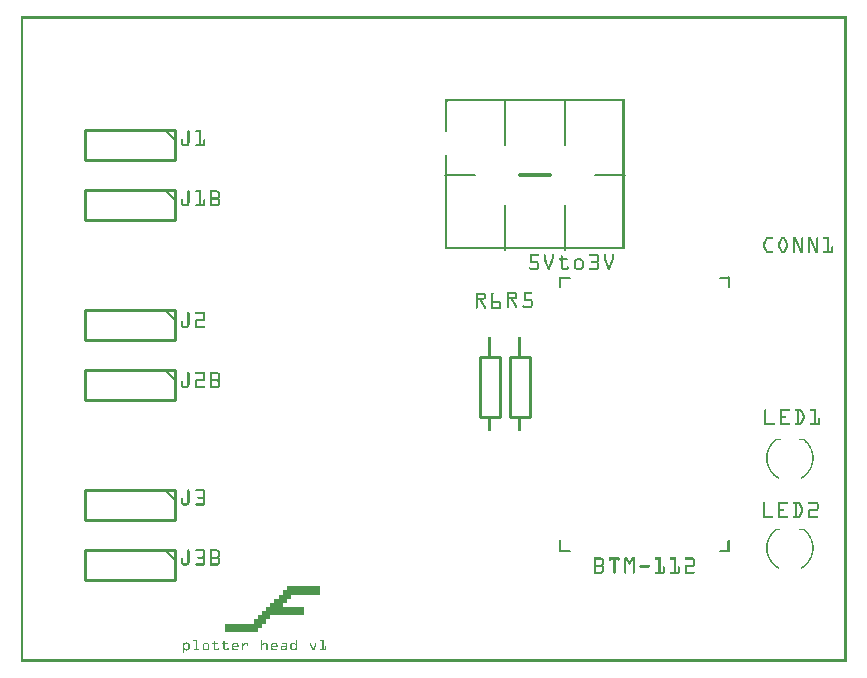
<source format=gto>
G04 MADE WITH FRITZING*
G04 WWW.FRITZING.ORG*
G04 DOUBLE SIDED*
G04 HOLES PLATED*
G04 CONTOUR ON CENTER OF CONTOUR VECTOR*
%ASAXBY*%
%FSLAX23Y23*%
%MOIN*%
%OFA0B0*%
%SFA1.0B1.0*%
%ADD10C,0.010000*%
%ADD11C,0.008000*%
%ADD12C,0.012000*%
%ADD13C,0.007161*%
%ADD14C,0.007066*%
%ADD15C,0.005000*%
%ADD16R,0.001000X0.001000*%
%LNSILK1*%
G90*
G70*
G54D10*
X1698Y1017D02*
X1698Y817D01*
D02*
X1698Y817D02*
X1632Y817D01*
D02*
X1632Y817D02*
X1632Y1017D01*
D02*
X1632Y1017D02*
X1698Y1017D01*
D02*
X1598Y1017D02*
X1598Y817D01*
D02*
X1598Y817D02*
X1532Y817D01*
D02*
X1532Y817D02*
X1532Y1017D01*
D02*
X1532Y1017D02*
X1598Y1017D01*
G54D11*
D02*
X1615Y1376D02*
X1615Y1526D01*
D02*
X1615Y1876D02*
X1615Y1726D01*
D02*
X1815Y1876D02*
X1815Y1726D01*
D02*
X1815Y1376D02*
X1815Y1526D01*
D02*
X1415Y1626D02*
X1515Y1626D01*
G54D12*
D02*
X1665Y1626D02*
X1765Y1626D01*
G54D11*
D02*
X1915Y1626D02*
X2015Y1626D01*
G54D13*
D02*
X2361Y1281D02*
X2329Y1281D01*
G54D14*
D02*
X1798Y1282D02*
X1830Y1282D01*
G54D13*
D02*
X1798Y372D02*
X1830Y372D01*
G54D14*
D02*
X2361Y371D02*
X2329Y371D01*
G54D10*
D02*
X515Y576D02*
X215Y576D01*
D02*
X215Y576D02*
X215Y476D01*
D02*
X215Y476D02*
X515Y476D01*
D02*
X515Y476D02*
X515Y576D01*
G54D15*
D02*
X480Y576D02*
X515Y541D01*
G54D10*
D02*
X515Y1176D02*
X215Y1176D01*
D02*
X215Y1176D02*
X215Y1076D01*
D02*
X215Y1076D02*
X515Y1076D01*
D02*
X515Y1076D02*
X515Y1176D01*
G54D15*
D02*
X480Y1176D02*
X515Y1141D01*
G54D10*
D02*
X515Y1776D02*
X215Y1776D01*
D02*
X215Y1776D02*
X215Y1676D01*
D02*
X215Y1676D02*
X515Y1676D01*
D02*
X515Y1676D02*
X515Y1776D01*
G54D15*
D02*
X480Y1776D02*
X515Y1741D01*
G54D10*
D02*
X515Y376D02*
X215Y376D01*
D02*
X215Y376D02*
X215Y276D01*
D02*
X215Y276D02*
X515Y276D01*
D02*
X515Y276D02*
X515Y376D01*
G54D15*
D02*
X480Y376D02*
X515Y341D01*
G54D10*
D02*
X515Y976D02*
X215Y976D01*
D02*
X215Y976D02*
X215Y876D01*
D02*
X215Y876D02*
X515Y876D01*
D02*
X515Y876D02*
X515Y976D01*
G54D15*
D02*
X480Y976D02*
X515Y941D01*
G54D10*
D02*
X515Y1576D02*
X215Y1576D01*
D02*
X215Y1576D02*
X215Y1476D01*
D02*
X215Y1476D02*
X515Y1476D01*
D02*
X515Y1476D02*
X515Y1576D01*
G54D15*
D02*
X480Y1576D02*
X515Y1541D01*
G36*
X887Y254D02*
X887Y240D01*
X873Y240D01*
X873Y226D01*
X859Y226D01*
X859Y212D01*
X845Y212D01*
X845Y198D01*
X832Y198D01*
X832Y185D01*
X818Y185D01*
X818Y171D01*
X804Y171D01*
X804Y157D01*
X790Y157D01*
X790Y143D01*
X776Y143D01*
X776Y129D01*
X679Y129D01*
X679Y101D01*
X790Y101D01*
X790Y115D01*
X804Y115D01*
X804Y129D01*
X818Y129D01*
X818Y143D01*
X832Y143D01*
X832Y157D01*
X943Y157D01*
X943Y185D01*
X873Y185D01*
X873Y198D01*
X887Y198D01*
X887Y212D01*
X901Y212D01*
X901Y226D01*
X998Y226D01*
X998Y254D01*
X887Y254D01*
G37*
D02*
G54D16*
X0Y2153D02*
X2753Y2153D01*
X0Y2152D02*
X2753Y2152D01*
X0Y2151D02*
X2753Y2151D01*
X0Y2150D02*
X2753Y2150D01*
X0Y2149D02*
X2753Y2149D01*
X0Y2148D02*
X2753Y2148D01*
X0Y2147D02*
X2753Y2147D01*
X0Y2146D02*
X2753Y2146D01*
X0Y2145D02*
X7Y2145D01*
X2746Y2145D02*
X2753Y2145D01*
X0Y2144D02*
X7Y2144D01*
X2746Y2144D02*
X2753Y2144D01*
X0Y2143D02*
X7Y2143D01*
X2746Y2143D02*
X2753Y2143D01*
X0Y2142D02*
X7Y2142D01*
X2746Y2142D02*
X2753Y2142D01*
X0Y2141D02*
X7Y2141D01*
X2746Y2141D02*
X2753Y2141D01*
X0Y2140D02*
X7Y2140D01*
X2746Y2140D02*
X2753Y2140D01*
X0Y2139D02*
X7Y2139D01*
X2746Y2139D02*
X2753Y2139D01*
X0Y2138D02*
X7Y2138D01*
X2746Y2138D02*
X2753Y2138D01*
X0Y2137D02*
X7Y2137D01*
X2746Y2137D02*
X2753Y2137D01*
X0Y2136D02*
X7Y2136D01*
X2746Y2136D02*
X2753Y2136D01*
X0Y2135D02*
X7Y2135D01*
X2746Y2135D02*
X2753Y2135D01*
X0Y2134D02*
X7Y2134D01*
X2746Y2134D02*
X2753Y2134D01*
X0Y2133D02*
X7Y2133D01*
X2746Y2133D02*
X2753Y2133D01*
X0Y2132D02*
X7Y2132D01*
X2746Y2132D02*
X2753Y2132D01*
X0Y2131D02*
X7Y2131D01*
X2746Y2131D02*
X2753Y2131D01*
X0Y2130D02*
X7Y2130D01*
X2746Y2130D02*
X2753Y2130D01*
X0Y2129D02*
X7Y2129D01*
X2746Y2129D02*
X2753Y2129D01*
X0Y2128D02*
X7Y2128D01*
X2746Y2128D02*
X2753Y2128D01*
X0Y2127D02*
X7Y2127D01*
X2746Y2127D02*
X2753Y2127D01*
X0Y2126D02*
X7Y2126D01*
X2746Y2126D02*
X2753Y2126D01*
X0Y2125D02*
X7Y2125D01*
X2746Y2125D02*
X2753Y2125D01*
X0Y2124D02*
X7Y2124D01*
X2746Y2124D02*
X2753Y2124D01*
X0Y2123D02*
X7Y2123D01*
X2746Y2123D02*
X2753Y2123D01*
X0Y2122D02*
X7Y2122D01*
X2746Y2122D02*
X2753Y2122D01*
X0Y2121D02*
X7Y2121D01*
X2746Y2121D02*
X2753Y2121D01*
X0Y2120D02*
X7Y2120D01*
X2746Y2120D02*
X2753Y2120D01*
X0Y2119D02*
X7Y2119D01*
X2746Y2119D02*
X2753Y2119D01*
X0Y2118D02*
X7Y2118D01*
X2746Y2118D02*
X2753Y2118D01*
X0Y2117D02*
X7Y2117D01*
X2746Y2117D02*
X2753Y2117D01*
X0Y2116D02*
X7Y2116D01*
X2746Y2116D02*
X2753Y2116D01*
X0Y2115D02*
X7Y2115D01*
X2746Y2115D02*
X2753Y2115D01*
X0Y2114D02*
X7Y2114D01*
X2746Y2114D02*
X2753Y2114D01*
X0Y2113D02*
X7Y2113D01*
X2746Y2113D02*
X2753Y2113D01*
X0Y2112D02*
X7Y2112D01*
X2746Y2112D02*
X2753Y2112D01*
X0Y2111D02*
X7Y2111D01*
X2746Y2111D02*
X2753Y2111D01*
X0Y2110D02*
X7Y2110D01*
X2746Y2110D02*
X2753Y2110D01*
X0Y2109D02*
X7Y2109D01*
X2746Y2109D02*
X2753Y2109D01*
X0Y2108D02*
X7Y2108D01*
X2746Y2108D02*
X2753Y2108D01*
X0Y2107D02*
X7Y2107D01*
X2746Y2107D02*
X2753Y2107D01*
X0Y2106D02*
X7Y2106D01*
X2746Y2106D02*
X2753Y2106D01*
X0Y2105D02*
X7Y2105D01*
X2746Y2105D02*
X2753Y2105D01*
X0Y2104D02*
X7Y2104D01*
X2746Y2104D02*
X2753Y2104D01*
X0Y2103D02*
X7Y2103D01*
X2746Y2103D02*
X2753Y2103D01*
X0Y2102D02*
X7Y2102D01*
X2746Y2102D02*
X2753Y2102D01*
X0Y2101D02*
X7Y2101D01*
X2746Y2101D02*
X2753Y2101D01*
X0Y2100D02*
X7Y2100D01*
X2746Y2100D02*
X2753Y2100D01*
X0Y2099D02*
X7Y2099D01*
X2746Y2099D02*
X2753Y2099D01*
X0Y2098D02*
X7Y2098D01*
X2746Y2098D02*
X2753Y2098D01*
X0Y2097D02*
X7Y2097D01*
X2746Y2097D02*
X2753Y2097D01*
X0Y2096D02*
X7Y2096D01*
X2746Y2096D02*
X2753Y2096D01*
X0Y2095D02*
X7Y2095D01*
X2746Y2095D02*
X2753Y2095D01*
X0Y2094D02*
X7Y2094D01*
X2746Y2094D02*
X2753Y2094D01*
X0Y2093D02*
X7Y2093D01*
X2746Y2093D02*
X2753Y2093D01*
X0Y2092D02*
X7Y2092D01*
X2746Y2092D02*
X2753Y2092D01*
X0Y2091D02*
X7Y2091D01*
X2746Y2091D02*
X2753Y2091D01*
X0Y2090D02*
X7Y2090D01*
X2746Y2090D02*
X2753Y2090D01*
X0Y2089D02*
X7Y2089D01*
X2746Y2089D02*
X2753Y2089D01*
X0Y2088D02*
X7Y2088D01*
X2746Y2088D02*
X2753Y2088D01*
X0Y2087D02*
X7Y2087D01*
X2746Y2087D02*
X2753Y2087D01*
X0Y2086D02*
X7Y2086D01*
X2746Y2086D02*
X2753Y2086D01*
X0Y2085D02*
X7Y2085D01*
X2746Y2085D02*
X2753Y2085D01*
X0Y2084D02*
X7Y2084D01*
X2746Y2084D02*
X2753Y2084D01*
X0Y2083D02*
X7Y2083D01*
X2746Y2083D02*
X2753Y2083D01*
X0Y2082D02*
X7Y2082D01*
X2746Y2082D02*
X2753Y2082D01*
X0Y2081D02*
X7Y2081D01*
X2746Y2081D02*
X2753Y2081D01*
X0Y2080D02*
X7Y2080D01*
X2746Y2080D02*
X2753Y2080D01*
X0Y2079D02*
X7Y2079D01*
X2746Y2079D02*
X2753Y2079D01*
X0Y2078D02*
X7Y2078D01*
X2746Y2078D02*
X2753Y2078D01*
X0Y2077D02*
X7Y2077D01*
X2746Y2077D02*
X2753Y2077D01*
X0Y2076D02*
X7Y2076D01*
X2746Y2076D02*
X2753Y2076D01*
X0Y2075D02*
X7Y2075D01*
X2746Y2075D02*
X2753Y2075D01*
X0Y2074D02*
X7Y2074D01*
X2746Y2074D02*
X2753Y2074D01*
X0Y2073D02*
X7Y2073D01*
X2746Y2073D02*
X2753Y2073D01*
X0Y2072D02*
X7Y2072D01*
X2746Y2072D02*
X2753Y2072D01*
X0Y2071D02*
X7Y2071D01*
X2746Y2071D02*
X2753Y2071D01*
X0Y2070D02*
X7Y2070D01*
X2746Y2070D02*
X2753Y2070D01*
X0Y2069D02*
X7Y2069D01*
X2746Y2069D02*
X2753Y2069D01*
X0Y2068D02*
X7Y2068D01*
X2746Y2068D02*
X2753Y2068D01*
X0Y2067D02*
X7Y2067D01*
X2746Y2067D02*
X2753Y2067D01*
X0Y2066D02*
X7Y2066D01*
X2746Y2066D02*
X2753Y2066D01*
X0Y2065D02*
X7Y2065D01*
X2746Y2065D02*
X2753Y2065D01*
X0Y2064D02*
X7Y2064D01*
X2746Y2064D02*
X2753Y2064D01*
X0Y2063D02*
X7Y2063D01*
X2746Y2063D02*
X2753Y2063D01*
X0Y2062D02*
X7Y2062D01*
X2746Y2062D02*
X2753Y2062D01*
X0Y2061D02*
X7Y2061D01*
X2746Y2061D02*
X2753Y2061D01*
X0Y2060D02*
X7Y2060D01*
X2746Y2060D02*
X2753Y2060D01*
X0Y2059D02*
X7Y2059D01*
X2746Y2059D02*
X2753Y2059D01*
X0Y2058D02*
X7Y2058D01*
X2746Y2058D02*
X2753Y2058D01*
X0Y2057D02*
X7Y2057D01*
X2746Y2057D02*
X2753Y2057D01*
X0Y2056D02*
X7Y2056D01*
X2746Y2056D02*
X2753Y2056D01*
X0Y2055D02*
X7Y2055D01*
X2746Y2055D02*
X2753Y2055D01*
X0Y2054D02*
X7Y2054D01*
X2746Y2054D02*
X2753Y2054D01*
X0Y2053D02*
X7Y2053D01*
X2746Y2053D02*
X2753Y2053D01*
X0Y2052D02*
X7Y2052D01*
X2746Y2052D02*
X2753Y2052D01*
X0Y2051D02*
X7Y2051D01*
X2746Y2051D02*
X2753Y2051D01*
X0Y2050D02*
X7Y2050D01*
X2746Y2050D02*
X2753Y2050D01*
X0Y2049D02*
X7Y2049D01*
X2746Y2049D02*
X2753Y2049D01*
X0Y2048D02*
X7Y2048D01*
X2746Y2048D02*
X2753Y2048D01*
X0Y2047D02*
X7Y2047D01*
X2746Y2047D02*
X2753Y2047D01*
X0Y2046D02*
X7Y2046D01*
X2746Y2046D02*
X2753Y2046D01*
X0Y2045D02*
X7Y2045D01*
X2746Y2045D02*
X2753Y2045D01*
X0Y2044D02*
X7Y2044D01*
X2746Y2044D02*
X2753Y2044D01*
X0Y2043D02*
X7Y2043D01*
X2746Y2043D02*
X2753Y2043D01*
X0Y2042D02*
X7Y2042D01*
X2746Y2042D02*
X2753Y2042D01*
X0Y2041D02*
X7Y2041D01*
X2746Y2041D02*
X2753Y2041D01*
X0Y2040D02*
X7Y2040D01*
X2746Y2040D02*
X2753Y2040D01*
X0Y2039D02*
X7Y2039D01*
X2746Y2039D02*
X2753Y2039D01*
X0Y2038D02*
X7Y2038D01*
X2746Y2038D02*
X2753Y2038D01*
X0Y2037D02*
X7Y2037D01*
X2746Y2037D02*
X2753Y2037D01*
X0Y2036D02*
X7Y2036D01*
X2746Y2036D02*
X2753Y2036D01*
X0Y2035D02*
X7Y2035D01*
X2746Y2035D02*
X2753Y2035D01*
X0Y2034D02*
X7Y2034D01*
X2746Y2034D02*
X2753Y2034D01*
X0Y2033D02*
X7Y2033D01*
X2746Y2033D02*
X2753Y2033D01*
X0Y2032D02*
X7Y2032D01*
X2746Y2032D02*
X2753Y2032D01*
X0Y2031D02*
X7Y2031D01*
X2746Y2031D02*
X2753Y2031D01*
X0Y2030D02*
X7Y2030D01*
X2746Y2030D02*
X2753Y2030D01*
X0Y2029D02*
X7Y2029D01*
X2746Y2029D02*
X2753Y2029D01*
X0Y2028D02*
X7Y2028D01*
X2746Y2028D02*
X2753Y2028D01*
X0Y2027D02*
X7Y2027D01*
X2746Y2027D02*
X2753Y2027D01*
X0Y2026D02*
X7Y2026D01*
X2746Y2026D02*
X2753Y2026D01*
X0Y2025D02*
X7Y2025D01*
X2746Y2025D02*
X2753Y2025D01*
X0Y2024D02*
X7Y2024D01*
X2746Y2024D02*
X2753Y2024D01*
X0Y2023D02*
X7Y2023D01*
X2746Y2023D02*
X2753Y2023D01*
X0Y2022D02*
X7Y2022D01*
X2746Y2022D02*
X2753Y2022D01*
X0Y2021D02*
X7Y2021D01*
X2746Y2021D02*
X2753Y2021D01*
X0Y2020D02*
X7Y2020D01*
X2746Y2020D02*
X2753Y2020D01*
X0Y2019D02*
X7Y2019D01*
X2746Y2019D02*
X2753Y2019D01*
X0Y2018D02*
X7Y2018D01*
X2746Y2018D02*
X2753Y2018D01*
X0Y2017D02*
X7Y2017D01*
X2746Y2017D02*
X2753Y2017D01*
X0Y2016D02*
X7Y2016D01*
X2746Y2016D02*
X2753Y2016D01*
X0Y2015D02*
X7Y2015D01*
X2746Y2015D02*
X2753Y2015D01*
X0Y2014D02*
X7Y2014D01*
X2746Y2014D02*
X2753Y2014D01*
X0Y2013D02*
X7Y2013D01*
X2746Y2013D02*
X2753Y2013D01*
X0Y2012D02*
X7Y2012D01*
X2746Y2012D02*
X2753Y2012D01*
X0Y2011D02*
X7Y2011D01*
X2746Y2011D02*
X2753Y2011D01*
X0Y2010D02*
X7Y2010D01*
X2746Y2010D02*
X2753Y2010D01*
X0Y2009D02*
X7Y2009D01*
X2746Y2009D02*
X2753Y2009D01*
X0Y2008D02*
X7Y2008D01*
X2746Y2008D02*
X2753Y2008D01*
X0Y2007D02*
X7Y2007D01*
X2746Y2007D02*
X2753Y2007D01*
X0Y2006D02*
X7Y2006D01*
X2746Y2006D02*
X2753Y2006D01*
X0Y2005D02*
X7Y2005D01*
X2746Y2005D02*
X2753Y2005D01*
X0Y2004D02*
X7Y2004D01*
X2746Y2004D02*
X2753Y2004D01*
X0Y2003D02*
X7Y2003D01*
X2746Y2003D02*
X2753Y2003D01*
X0Y2002D02*
X7Y2002D01*
X2746Y2002D02*
X2753Y2002D01*
X0Y2001D02*
X7Y2001D01*
X2746Y2001D02*
X2753Y2001D01*
X0Y2000D02*
X7Y2000D01*
X2746Y2000D02*
X2753Y2000D01*
X0Y1999D02*
X7Y1999D01*
X2746Y1999D02*
X2753Y1999D01*
X0Y1998D02*
X7Y1998D01*
X2746Y1998D02*
X2753Y1998D01*
X0Y1997D02*
X7Y1997D01*
X2746Y1997D02*
X2753Y1997D01*
X0Y1996D02*
X7Y1996D01*
X2746Y1996D02*
X2753Y1996D01*
X0Y1995D02*
X7Y1995D01*
X2746Y1995D02*
X2753Y1995D01*
X0Y1994D02*
X7Y1994D01*
X2746Y1994D02*
X2753Y1994D01*
X0Y1993D02*
X7Y1993D01*
X2746Y1993D02*
X2753Y1993D01*
X0Y1992D02*
X7Y1992D01*
X2746Y1992D02*
X2753Y1992D01*
X0Y1991D02*
X7Y1991D01*
X2746Y1991D02*
X2753Y1991D01*
X0Y1990D02*
X7Y1990D01*
X2746Y1990D02*
X2753Y1990D01*
X0Y1989D02*
X7Y1989D01*
X2746Y1989D02*
X2753Y1989D01*
X0Y1988D02*
X7Y1988D01*
X2746Y1988D02*
X2753Y1988D01*
X0Y1987D02*
X7Y1987D01*
X2746Y1987D02*
X2753Y1987D01*
X0Y1986D02*
X7Y1986D01*
X2746Y1986D02*
X2753Y1986D01*
X0Y1985D02*
X7Y1985D01*
X2746Y1985D02*
X2753Y1985D01*
X0Y1984D02*
X7Y1984D01*
X2746Y1984D02*
X2753Y1984D01*
X0Y1983D02*
X7Y1983D01*
X2746Y1983D02*
X2753Y1983D01*
X0Y1982D02*
X7Y1982D01*
X2746Y1982D02*
X2753Y1982D01*
X0Y1981D02*
X7Y1981D01*
X2746Y1981D02*
X2753Y1981D01*
X0Y1980D02*
X7Y1980D01*
X2746Y1980D02*
X2753Y1980D01*
X0Y1979D02*
X7Y1979D01*
X2746Y1979D02*
X2753Y1979D01*
X0Y1978D02*
X7Y1978D01*
X2746Y1978D02*
X2753Y1978D01*
X0Y1977D02*
X7Y1977D01*
X2746Y1977D02*
X2753Y1977D01*
X0Y1976D02*
X7Y1976D01*
X2746Y1976D02*
X2753Y1976D01*
X0Y1975D02*
X7Y1975D01*
X2746Y1975D02*
X2753Y1975D01*
X0Y1974D02*
X7Y1974D01*
X2746Y1974D02*
X2753Y1974D01*
X0Y1973D02*
X7Y1973D01*
X2746Y1973D02*
X2753Y1973D01*
X0Y1972D02*
X7Y1972D01*
X2746Y1972D02*
X2753Y1972D01*
X0Y1971D02*
X7Y1971D01*
X2746Y1971D02*
X2753Y1971D01*
X0Y1970D02*
X7Y1970D01*
X2746Y1970D02*
X2753Y1970D01*
X0Y1969D02*
X7Y1969D01*
X2746Y1969D02*
X2753Y1969D01*
X0Y1968D02*
X7Y1968D01*
X2746Y1968D02*
X2753Y1968D01*
X0Y1967D02*
X7Y1967D01*
X2746Y1967D02*
X2753Y1967D01*
X0Y1966D02*
X7Y1966D01*
X2746Y1966D02*
X2753Y1966D01*
X0Y1965D02*
X7Y1965D01*
X2746Y1965D02*
X2753Y1965D01*
X0Y1964D02*
X7Y1964D01*
X2746Y1964D02*
X2753Y1964D01*
X0Y1963D02*
X7Y1963D01*
X2746Y1963D02*
X2753Y1963D01*
X0Y1962D02*
X7Y1962D01*
X2746Y1962D02*
X2753Y1962D01*
X0Y1961D02*
X7Y1961D01*
X2746Y1961D02*
X2753Y1961D01*
X0Y1960D02*
X7Y1960D01*
X2746Y1960D02*
X2753Y1960D01*
X0Y1959D02*
X7Y1959D01*
X2746Y1959D02*
X2753Y1959D01*
X0Y1958D02*
X7Y1958D01*
X2746Y1958D02*
X2753Y1958D01*
X0Y1957D02*
X7Y1957D01*
X2746Y1957D02*
X2753Y1957D01*
X0Y1956D02*
X7Y1956D01*
X2746Y1956D02*
X2753Y1956D01*
X0Y1955D02*
X7Y1955D01*
X2746Y1955D02*
X2753Y1955D01*
X0Y1954D02*
X7Y1954D01*
X2746Y1954D02*
X2753Y1954D01*
X0Y1953D02*
X7Y1953D01*
X2746Y1953D02*
X2753Y1953D01*
X0Y1952D02*
X7Y1952D01*
X2746Y1952D02*
X2753Y1952D01*
X0Y1951D02*
X7Y1951D01*
X2746Y1951D02*
X2753Y1951D01*
X0Y1950D02*
X7Y1950D01*
X2746Y1950D02*
X2753Y1950D01*
X0Y1949D02*
X7Y1949D01*
X2746Y1949D02*
X2753Y1949D01*
X0Y1948D02*
X7Y1948D01*
X2746Y1948D02*
X2753Y1948D01*
X0Y1947D02*
X7Y1947D01*
X2746Y1947D02*
X2753Y1947D01*
X0Y1946D02*
X7Y1946D01*
X2746Y1946D02*
X2753Y1946D01*
X0Y1945D02*
X7Y1945D01*
X2746Y1945D02*
X2753Y1945D01*
X0Y1944D02*
X7Y1944D01*
X2746Y1944D02*
X2753Y1944D01*
X0Y1943D02*
X7Y1943D01*
X2746Y1943D02*
X2753Y1943D01*
X0Y1942D02*
X7Y1942D01*
X2746Y1942D02*
X2753Y1942D01*
X0Y1941D02*
X7Y1941D01*
X2746Y1941D02*
X2753Y1941D01*
X0Y1940D02*
X7Y1940D01*
X2746Y1940D02*
X2753Y1940D01*
X0Y1939D02*
X7Y1939D01*
X2746Y1939D02*
X2753Y1939D01*
X0Y1938D02*
X7Y1938D01*
X2746Y1938D02*
X2753Y1938D01*
X0Y1937D02*
X7Y1937D01*
X2746Y1937D02*
X2753Y1937D01*
X0Y1936D02*
X7Y1936D01*
X2746Y1936D02*
X2753Y1936D01*
X0Y1935D02*
X7Y1935D01*
X2746Y1935D02*
X2753Y1935D01*
X0Y1934D02*
X7Y1934D01*
X2746Y1934D02*
X2753Y1934D01*
X0Y1933D02*
X7Y1933D01*
X2746Y1933D02*
X2753Y1933D01*
X0Y1932D02*
X7Y1932D01*
X2746Y1932D02*
X2753Y1932D01*
X0Y1931D02*
X7Y1931D01*
X2746Y1931D02*
X2753Y1931D01*
X0Y1930D02*
X7Y1930D01*
X2746Y1930D02*
X2753Y1930D01*
X0Y1929D02*
X7Y1929D01*
X2746Y1929D02*
X2753Y1929D01*
X0Y1928D02*
X7Y1928D01*
X2746Y1928D02*
X2753Y1928D01*
X0Y1927D02*
X7Y1927D01*
X2746Y1927D02*
X2753Y1927D01*
X0Y1926D02*
X7Y1926D01*
X2746Y1926D02*
X2753Y1926D01*
X0Y1925D02*
X7Y1925D01*
X2746Y1925D02*
X2753Y1925D01*
X0Y1924D02*
X7Y1924D01*
X2746Y1924D02*
X2753Y1924D01*
X0Y1923D02*
X7Y1923D01*
X2746Y1923D02*
X2753Y1923D01*
X0Y1922D02*
X7Y1922D01*
X2746Y1922D02*
X2753Y1922D01*
X0Y1921D02*
X7Y1921D01*
X2746Y1921D02*
X2753Y1921D01*
X0Y1920D02*
X7Y1920D01*
X2746Y1920D02*
X2753Y1920D01*
X0Y1919D02*
X7Y1919D01*
X2746Y1919D02*
X2753Y1919D01*
X0Y1918D02*
X7Y1918D01*
X2746Y1918D02*
X2753Y1918D01*
X0Y1917D02*
X7Y1917D01*
X2746Y1917D02*
X2753Y1917D01*
X0Y1916D02*
X7Y1916D01*
X2746Y1916D02*
X2753Y1916D01*
X0Y1915D02*
X7Y1915D01*
X2746Y1915D02*
X2753Y1915D01*
X0Y1914D02*
X7Y1914D01*
X2746Y1914D02*
X2753Y1914D01*
X0Y1913D02*
X7Y1913D01*
X2746Y1913D02*
X2753Y1913D01*
X0Y1912D02*
X7Y1912D01*
X2746Y1912D02*
X2753Y1912D01*
X0Y1911D02*
X7Y1911D01*
X2746Y1911D02*
X2753Y1911D01*
X0Y1910D02*
X7Y1910D01*
X2746Y1910D02*
X2753Y1910D01*
X0Y1909D02*
X7Y1909D01*
X2746Y1909D02*
X2753Y1909D01*
X0Y1908D02*
X7Y1908D01*
X2746Y1908D02*
X2753Y1908D01*
X0Y1907D02*
X7Y1907D01*
X2746Y1907D02*
X2753Y1907D01*
X0Y1906D02*
X7Y1906D01*
X2746Y1906D02*
X2753Y1906D01*
X0Y1905D02*
X7Y1905D01*
X2746Y1905D02*
X2753Y1905D01*
X0Y1904D02*
X7Y1904D01*
X2746Y1904D02*
X2753Y1904D01*
X0Y1903D02*
X7Y1903D01*
X2746Y1903D02*
X2753Y1903D01*
X0Y1902D02*
X7Y1902D01*
X2746Y1902D02*
X2753Y1902D01*
X0Y1901D02*
X7Y1901D01*
X2746Y1901D02*
X2753Y1901D01*
X0Y1900D02*
X7Y1900D01*
X2746Y1900D02*
X2753Y1900D01*
X0Y1899D02*
X7Y1899D01*
X2746Y1899D02*
X2753Y1899D01*
X0Y1898D02*
X7Y1898D01*
X2746Y1898D02*
X2753Y1898D01*
X0Y1897D02*
X7Y1897D01*
X2746Y1897D02*
X2753Y1897D01*
X0Y1896D02*
X7Y1896D01*
X2746Y1896D02*
X2753Y1896D01*
X0Y1895D02*
X7Y1895D01*
X2746Y1895D02*
X2753Y1895D01*
X0Y1894D02*
X7Y1894D01*
X2746Y1894D02*
X2753Y1894D01*
X0Y1893D02*
X7Y1893D01*
X2746Y1893D02*
X2753Y1893D01*
X0Y1892D02*
X7Y1892D01*
X2746Y1892D02*
X2753Y1892D01*
X0Y1891D02*
X7Y1891D01*
X2746Y1891D02*
X2753Y1891D01*
X0Y1890D02*
X7Y1890D01*
X2746Y1890D02*
X2753Y1890D01*
X0Y1889D02*
X7Y1889D01*
X2746Y1889D02*
X2753Y1889D01*
X0Y1888D02*
X7Y1888D01*
X2746Y1888D02*
X2753Y1888D01*
X0Y1887D02*
X7Y1887D01*
X2746Y1887D02*
X2753Y1887D01*
X0Y1886D02*
X7Y1886D01*
X2746Y1886D02*
X2753Y1886D01*
X0Y1885D02*
X7Y1885D01*
X2746Y1885D02*
X2753Y1885D01*
X0Y1884D02*
X7Y1884D01*
X2746Y1884D02*
X2753Y1884D01*
X0Y1883D02*
X7Y1883D01*
X2746Y1883D02*
X2753Y1883D01*
X0Y1882D02*
X7Y1882D01*
X2746Y1882D02*
X2753Y1882D01*
X0Y1881D02*
X7Y1881D01*
X2746Y1881D02*
X2753Y1881D01*
X0Y1880D02*
X7Y1880D01*
X2746Y1880D02*
X2753Y1880D01*
X0Y1879D02*
X7Y1879D01*
X2746Y1879D02*
X2753Y1879D01*
X0Y1878D02*
X7Y1878D01*
X2746Y1878D02*
X2753Y1878D01*
X0Y1877D02*
X7Y1877D01*
X1415Y1877D02*
X2013Y1877D01*
X2746Y1877D02*
X2753Y1877D01*
X0Y1876D02*
X7Y1876D01*
X1414Y1876D02*
X2013Y1876D01*
X2746Y1876D02*
X2753Y1876D01*
X0Y1875D02*
X7Y1875D01*
X1414Y1875D02*
X2013Y1875D01*
X2746Y1875D02*
X2753Y1875D01*
X0Y1874D02*
X7Y1874D01*
X1414Y1874D02*
X2013Y1874D01*
X2746Y1874D02*
X2753Y1874D01*
X0Y1873D02*
X7Y1873D01*
X1414Y1873D02*
X2013Y1873D01*
X2746Y1873D02*
X2753Y1873D01*
X0Y1872D02*
X7Y1872D01*
X1414Y1872D02*
X2013Y1872D01*
X2746Y1872D02*
X2753Y1872D01*
X0Y1871D02*
X7Y1871D01*
X1414Y1871D02*
X2013Y1871D01*
X2746Y1871D02*
X2753Y1871D01*
X0Y1870D02*
X7Y1870D01*
X1414Y1870D02*
X2013Y1870D01*
X2746Y1870D02*
X2753Y1870D01*
X0Y1869D02*
X7Y1869D01*
X1414Y1869D02*
X1422Y1869D01*
X2006Y1869D02*
X2013Y1869D01*
X2746Y1869D02*
X2753Y1869D01*
X0Y1868D02*
X7Y1868D01*
X1414Y1868D02*
X1421Y1868D01*
X2006Y1868D02*
X2013Y1868D01*
X2746Y1868D02*
X2753Y1868D01*
X0Y1867D02*
X7Y1867D01*
X1414Y1867D02*
X1421Y1867D01*
X2006Y1867D02*
X2013Y1867D01*
X2746Y1867D02*
X2753Y1867D01*
X0Y1866D02*
X7Y1866D01*
X1414Y1866D02*
X1421Y1866D01*
X2006Y1866D02*
X2013Y1866D01*
X2746Y1866D02*
X2753Y1866D01*
X0Y1865D02*
X7Y1865D01*
X1414Y1865D02*
X1421Y1865D01*
X2006Y1865D02*
X2013Y1865D01*
X2746Y1865D02*
X2753Y1865D01*
X0Y1864D02*
X7Y1864D01*
X1414Y1864D02*
X1421Y1864D01*
X2006Y1864D02*
X2013Y1864D01*
X2746Y1864D02*
X2753Y1864D01*
X0Y1863D02*
X7Y1863D01*
X1414Y1863D02*
X1421Y1863D01*
X2006Y1863D02*
X2013Y1863D01*
X2746Y1863D02*
X2753Y1863D01*
X0Y1862D02*
X7Y1862D01*
X1414Y1862D02*
X1421Y1862D01*
X2006Y1862D02*
X2013Y1862D01*
X2746Y1862D02*
X2753Y1862D01*
X0Y1861D02*
X7Y1861D01*
X1414Y1861D02*
X1421Y1861D01*
X2006Y1861D02*
X2013Y1861D01*
X2746Y1861D02*
X2753Y1861D01*
X0Y1860D02*
X7Y1860D01*
X1414Y1860D02*
X1421Y1860D01*
X2006Y1860D02*
X2013Y1860D01*
X2746Y1860D02*
X2753Y1860D01*
X0Y1859D02*
X7Y1859D01*
X1414Y1859D02*
X1421Y1859D01*
X2006Y1859D02*
X2013Y1859D01*
X2746Y1859D02*
X2753Y1859D01*
X0Y1858D02*
X7Y1858D01*
X1414Y1858D02*
X1421Y1858D01*
X2006Y1858D02*
X2013Y1858D01*
X2746Y1858D02*
X2753Y1858D01*
X0Y1857D02*
X7Y1857D01*
X1414Y1857D02*
X1421Y1857D01*
X2006Y1857D02*
X2013Y1857D01*
X2746Y1857D02*
X2753Y1857D01*
X0Y1856D02*
X7Y1856D01*
X1414Y1856D02*
X1421Y1856D01*
X2006Y1856D02*
X2013Y1856D01*
X2746Y1856D02*
X2753Y1856D01*
X0Y1855D02*
X7Y1855D01*
X1414Y1855D02*
X1421Y1855D01*
X2006Y1855D02*
X2013Y1855D01*
X2746Y1855D02*
X2753Y1855D01*
X0Y1854D02*
X7Y1854D01*
X1414Y1854D02*
X1421Y1854D01*
X2006Y1854D02*
X2013Y1854D01*
X2746Y1854D02*
X2753Y1854D01*
X0Y1853D02*
X7Y1853D01*
X1414Y1853D02*
X1421Y1853D01*
X2006Y1853D02*
X2013Y1853D01*
X2746Y1853D02*
X2753Y1853D01*
X0Y1852D02*
X7Y1852D01*
X1414Y1852D02*
X1421Y1852D01*
X2006Y1852D02*
X2013Y1852D01*
X2746Y1852D02*
X2753Y1852D01*
X0Y1851D02*
X7Y1851D01*
X1414Y1851D02*
X1421Y1851D01*
X2006Y1851D02*
X2013Y1851D01*
X2746Y1851D02*
X2753Y1851D01*
X0Y1850D02*
X7Y1850D01*
X1414Y1850D02*
X1421Y1850D01*
X2006Y1850D02*
X2013Y1850D01*
X2746Y1850D02*
X2753Y1850D01*
X0Y1849D02*
X7Y1849D01*
X1414Y1849D02*
X1421Y1849D01*
X2006Y1849D02*
X2013Y1849D01*
X2746Y1849D02*
X2753Y1849D01*
X0Y1848D02*
X7Y1848D01*
X1414Y1848D02*
X1421Y1848D01*
X2006Y1848D02*
X2013Y1848D01*
X2746Y1848D02*
X2753Y1848D01*
X0Y1847D02*
X7Y1847D01*
X1414Y1847D02*
X1421Y1847D01*
X2006Y1847D02*
X2013Y1847D01*
X2746Y1847D02*
X2753Y1847D01*
X0Y1846D02*
X7Y1846D01*
X1414Y1846D02*
X1421Y1846D01*
X2006Y1846D02*
X2013Y1846D01*
X2746Y1846D02*
X2753Y1846D01*
X0Y1845D02*
X7Y1845D01*
X1414Y1845D02*
X1421Y1845D01*
X2006Y1845D02*
X2013Y1845D01*
X2746Y1845D02*
X2753Y1845D01*
X0Y1844D02*
X7Y1844D01*
X1414Y1844D02*
X1421Y1844D01*
X2006Y1844D02*
X2013Y1844D01*
X2746Y1844D02*
X2753Y1844D01*
X0Y1843D02*
X7Y1843D01*
X1414Y1843D02*
X1421Y1843D01*
X2006Y1843D02*
X2013Y1843D01*
X2746Y1843D02*
X2753Y1843D01*
X0Y1842D02*
X7Y1842D01*
X1414Y1842D02*
X1421Y1842D01*
X2006Y1842D02*
X2013Y1842D01*
X2746Y1842D02*
X2753Y1842D01*
X0Y1841D02*
X7Y1841D01*
X1414Y1841D02*
X1421Y1841D01*
X2006Y1841D02*
X2013Y1841D01*
X2746Y1841D02*
X2753Y1841D01*
X0Y1840D02*
X7Y1840D01*
X1414Y1840D02*
X1421Y1840D01*
X2006Y1840D02*
X2013Y1840D01*
X2746Y1840D02*
X2753Y1840D01*
X0Y1839D02*
X7Y1839D01*
X1414Y1839D02*
X1421Y1839D01*
X2006Y1839D02*
X2013Y1839D01*
X2746Y1839D02*
X2753Y1839D01*
X0Y1838D02*
X7Y1838D01*
X1414Y1838D02*
X1421Y1838D01*
X2006Y1838D02*
X2013Y1838D01*
X2746Y1838D02*
X2753Y1838D01*
X0Y1837D02*
X7Y1837D01*
X1414Y1837D02*
X1421Y1837D01*
X2006Y1837D02*
X2013Y1837D01*
X2746Y1837D02*
X2753Y1837D01*
X0Y1836D02*
X7Y1836D01*
X1414Y1836D02*
X1421Y1836D01*
X2006Y1836D02*
X2013Y1836D01*
X2746Y1836D02*
X2753Y1836D01*
X0Y1835D02*
X7Y1835D01*
X1414Y1835D02*
X1421Y1835D01*
X2006Y1835D02*
X2013Y1835D01*
X2746Y1835D02*
X2753Y1835D01*
X0Y1834D02*
X7Y1834D01*
X1414Y1834D02*
X1421Y1834D01*
X2006Y1834D02*
X2013Y1834D01*
X2746Y1834D02*
X2753Y1834D01*
X0Y1833D02*
X7Y1833D01*
X1414Y1833D02*
X1421Y1833D01*
X2006Y1833D02*
X2013Y1833D01*
X2746Y1833D02*
X2753Y1833D01*
X0Y1832D02*
X7Y1832D01*
X1414Y1832D02*
X1421Y1832D01*
X2006Y1832D02*
X2013Y1832D01*
X2746Y1832D02*
X2753Y1832D01*
X0Y1831D02*
X7Y1831D01*
X1414Y1831D02*
X1421Y1831D01*
X2006Y1831D02*
X2013Y1831D01*
X2746Y1831D02*
X2753Y1831D01*
X0Y1830D02*
X7Y1830D01*
X1414Y1830D02*
X1421Y1830D01*
X2006Y1830D02*
X2013Y1830D01*
X2746Y1830D02*
X2753Y1830D01*
X0Y1829D02*
X7Y1829D01*
X1414Y1829D02*
X1421Y1829D01*
X2006Y1829D02*
X2013Y1829D01*
X2746Y1829D02*
X2753Y1829D01*
X0Y1828D02*
X7Y1828D01*
X1414Y1828D02*
X1421Y1828D01*
X2006Y1828D02*
X2013Y1828D01*
X2746Y1828D02*
X2753Y1828D01*
X0Y1827D02*
X7Y1827D01*
X1414Y1827D02*
X1421Y1827D01*
X2006Y1827D02*
X2013Y1827D01*
X2746Y1827D02*
X2753Y1827D01*
X0Y1826D02*
X7Y1826D01*
X1414Y1826D02*
X1421Y1826D01*
X2006Y1826D02*
X2013Y1826D01*
X2746Y1826D02*
X2753Y1826D01*
X0Y1825D02*
X7Y1825D01*
X1414Y1825D02*
X1421Y1825D01*
X2006Y1825D02*
X2013Y1825D01*
X2746Y1825D02*
X2753Y1825D01*
X0Y1824D02*
X7Y1824D01*
X1414Y1824D02*
X1421Y1824D01*
X2006Y1824D02*
X2013Y1824D01*
X2746Y1824D02*
X2753Y1824D01*
X0Y1823D02*
X7Y1823D01*
X1414Y1823D02*
X1421Y1823D01*
X2006Y1823D02*
X2013Y1823D01*
X2746Y1823D02*
X2753Y1823D01*
X0Y1822D02*
X7Y1822D01*
X1414Y1822D02*
X1421Y1822D01*
X2006Y1822D02*
X2013Y1822D01*
X2746Y1822D02*
X2753Y1822D01*
X0Y1821D02*
X7Y1821D01*
X1414Y1821D02*
X1421Y1821D01*
X2006Y1821D02*
X2013Y1821D01*
X2746Y1821D02*
X2753Y1821D01*
X0Y1820D02*
X7Y1820D01*
X1414Y1820D02*
X1421Y1820D01*
X2006Y1820D02*
X2013Y1820D01*
X2746Y1820D02*
X2753Y1820D01*
X0Y1819D02*
X7Y1819D01*
X1414Y1819D02*
X1421Y1819D01*
X2006Y1819D02*
X2013Y1819D01*
X2746Y1819D02*
X2753Y1819D01*
X0Y1818D02*
X7Y1818D01*
X1414Y1818D02*
X1421Y1818D01*
X2006Y1818D02*
X2013Y1818D01*
X2746Y1818D02*
X2753Y1818D01*
X0Y1817D02*
X7Y1817D01*
X1414Y1817D02*
X1421Y1817D01*
X2006Y1817D02*
X2013Y1817D01*
X2746Y1817D02*
X2753Y1817D01*
X0Y1816D02*
X7Y1816D01*
X1414Y1816D02*
X1421Y1816D01*
X2006Y1816D02*
X2013Y1816D01*
X2746Y1816D02*
X2753Y1816D01*
X0Y1815D02*
X7Y1815D01*
X1414Y1815D02*
X1421Y1815D01*
X2006Y1815D02*
X2013Y1815D01*
X2746Y1815D02*
X2753Y1815D01*
X0Y1814D02*
X7Y1814D01*
X1414Y1814D02*
X1421Y1814D01*
X2006Y1814D02*
X2013Y1814D01*
X2746Y1814D02*
X2753Y1814D01*
X0Y1813D02*
X7Y1813D01*
X1414Y1813D02*
X1421Y1813D01*
X2006Y1813D02*
X2013Y1813D01*
X2746Y1813D02*
X2753Y1813D01*
X0Y1812D02*
X7Y1812D01*
X1414Y1812D02*
X1421Y1812D01*
X2006Y1812D02*
X2013Y1812D01*
X2746Y1812D02*
X2753Y1812D01*
X0Y1811D02*
X7Y1811D01*
X1414Y1811D02*
X1421Y1811D01*
X2006Y1811D02*
X2013Y1811D01*
X2746Y1811D02*
X2753Y1811D01*
X0Y1810D02*
X7Y1810D01*
X1414Y1810D02*
X1421Y1810D01*
X2006Y1810D02*
X2013Y1810D01*
X2746Y1810D02*
X2753Y1810D01*
X0Y1809D02*
X7Y1809D01*
X1414Y1809D02*
X1421Y1809D01*
X2006Y1809D02*
X2013Y1809D01*
X2746Y1809D02*
X2753Y1809D01*
X0Y1808D02*
X7Y1808D01*
X1414Y1808D02*
X1421Y1808D01*
X2006Y1808D02*
X2013Y1808D01*
X2746Y1808D02*
X2753Y1808D01*
X0Y1807D02*
X7Y1807D01*
X1414Y1807D02*
X1421Y1807D01*
X2006Y1807D02*
X2013Y1807D01*
X2746Y1807D02*
X2753Y1807D01*
X0Y1806D02*
X7Y1806D01*
X1414Y1806D02*
X1421Y1806D01*
X2006Y1806D02*
X2013Y1806D01*
X2746Y1806D02*
X2753Y1806D01*
X0Y1805D02*
X7Y1805D01*
X1414Y1805D02*
X1421Y1805D01*
X2006Y1805D02*
X2013Y1805D01*
X2746Y1805D02*
X2753Y1805D01*
X0Y1804D02*
X7Y1804D01*
X1414Y1804D02*
X1421Y1804D01*
X2006Y1804D02*
X2013Y1804D01*
X2746Y1804D02*
X2753Y1804D01*
X0Y1803D02*
X7Y1803D01*
X1414Y1803D02*
X1421Y1803D01*
X2006Y1803D02*
X2013Y1803D01*
X2746Y1803D02*
X2753Y1803D01*
X0Y1802D02*
X7Y1802D01*
X1414Y1802D02*
X1421Y1802D01*
X2006Y1802D02*
X2013Y1802D01*
X2746Y1802D02*
X2753Y1802D01*
X0Y1801D02*
X7Y1801D01*
X1414Y1801D02*
X1421Y1801D01*
X2006Y1801D02*
X2013Y1801D01*
X2746Y1801D02*
X2753Y1801D01*
X0Y1800D02*
X7Y1800D01*
X1414Y1800D02*
X1421Y1800D01*
X2006Y1800D02*
X2013Y1800D01*
X2746Y1800D02*
X2753Y1800D01*
X0Y1799D02*
X7Y1799D01*
X1414Y1799D02*
X1421Y1799D01*
X2006Y1799D02*
X2013Y1799D01*
X2746Y1799D02*
X2753Y1799D01*
X0Y1798D02*
X7Y1798D01*
X1414Y1798D02*
X1421Y1798D01*
X2006Y1798D02*
X2013Y1798D01*
X2746Y1798D02*
X2753Y1798D01*
X0Y1797D02*
X7Y1797D01*
X1414Y1797D02*
X1421Y1797D01*
X2006Y1797D02*
X2013Y1797D01*
X2746Y1797D02*
X2753Y1797D01*
X0Y1796D02*
X7Y1796D01*
X1414Y1796D02*
X1421Y1796D01*
X2006Y1796D02*
X2013Y1796D01*
X2746Y1796D02*
X2753Y1796D01*
X0Y1795D02*
X7Y1795D01*
X1414Y1795D02*
X1421Y1795D01*
X2006Y1795D02*
X2013Y1795D01*
X2746Y1795D02*
X2753Y1795D01*
X0Y1794D02*
X7Y1794D01*
X1414Y1794D02*
X1421Y1794D01*
X2006Y1794D02*
X2013Y1794D01*
X2746Y1794D02*
X2753Y1794D01*
X0Y1793D02*
X7Y1793D01*
X1414Y1793D02*
X1421Y1793D01*
X2006Y1793D02*
X2013Y1793D01*
X2746Y1793D02*
X2753Y1793D01*
X0Y1792D02*
X7Y1792D01*
X1414Y1792D02*
X1421Y1792D01*
X2006Y1792D02*
X2013Y1792D01*
X2746Y1792D02*
X2753Y1792D01*
X0Y1791D02*
X7Y1791D01*
X1414Y1791D02*
X1421Y1791D01*
X2006Y1791D02*
X2013Y1791D01*
X2746Y1791D02*
X2753Y1791D01*
X0Y1790D02*
X7Y1790D01*
X1414Y1790D02*
X1421Y1790D01*
X2006Y1790D02*
X2013Y1790D01*
X2746Y1790D02*
X2753Y1790D01*
X0Y1789D02*
X7Y1789D01*
X1414Y1789D02*
X1421Y1789D01*
X2006Y1789D02*
X2013Y1789D01*
X2746Y1789D02*
X2753Y1789D01*
X0Y1788D02*
X7Y1788D01*
X1414Y1788D02*
X1421Y1788D01*
X2006Y1788D02*
X2013Y1788D01*
X2746Y1788D02*
X2753Y1788D01*
X0Y1787D02*
X7Y1787D01*
X1414Y1787D02*
X1421Y1787D01*
X2006Y1787D02*
X2013Y1787D01*
X2746Y1787D02*
X2753Y1787D01*
X0Y1786D02*
X7Y1786D01*
X1414Y1786D02*
X1421Y1786D01*
X2006Y1786D02*
X2013Y1786D01*
X2746Y1786D02*
X2753Y1786D01*
X0Y1785D02*
X7Y1785D01*
X1414Y1785D02*
X1421Y1785D01*
X2006Y1785D02*
X2013Y1785D01*
X2746Y1785D02*
X2753Y1785D01*
X0Y1784D02*
X7Y1784D01*
X1414Y1784D02*
X1421Y1784D01*
X2006Y1784D02*
X2013Y1784D01*
X2746Y1784D02*
X2753Y1784D01*
X0Y1783D02*
X7Y1783D01*
X1414Y1783D02*
X1421Y1783D01*
X2006Y1783D02*
X2013Y1783D01*
X2746Y1783D02*
X2753Y1783D01*
X0Y1782D02*
X7Y1782D01*
X1414Y1782D02*
X1421Y1782D01*
X2006Y1782D02*
X2013Y1782D01*
X2746Y1782D02*
X2753Y1782D01*
X0Y1781D02*
X7Y1781D01*
X1414Y1781D02*
X1421Y1781D01*
X2006Y1781D02*
X2013Y1781D01*
X2746Y1781D02*
X2753Y1781D01*
X0Y1780D02*
X7Y1780D01*
X1414Y1780D02*
X1421Y1780D01*
X2006Y1780D02*
X2013Y1780D01*
X2746Y1780D02*
X2753Y1780D01*
X0Y1779D02*
X7Y1779D01*
X1414Y1779D02*
X1421Y1779D01*
X2006Y1779D02*
X2013Y1779D01*
X2746Y1779D02*
X2753Y1779D01*
X0Y1778D02*
X7Y1778D01*
X1414Y1778D02*
X1421Y1778D01*
X2006Y1778D02*
X2013Y1778D01*
X2746Y1778D02*
X2753Y1778D01*
X0Y1777D02*
X7Y1777D01*
X1414Y1777D02*
X1421Y1777D01*
X2006Y1777D02*
X2013Y1777D01*
X2746Y1777D02*
X2753Y1777D01*
X0Y1776D02*
X7Y1776D01*
X1414Y1776D02*
X1421Y1776D01*
X2006Y1776D02*
X2013Y1776D01*
X2746Y1776D02*
X2753Y1776D01*
X0Y1775D02*
X7Y1775D01*
X1414Y1775D02*
X1421Y1775D01*
X2006Y1775D02*
X2013Y1775D01*
X2746Y1775D02*
X2753Y1775D01*
X0Y1774D02*
X7Y1774D01*
X1414Y1774D02*
X1421Y1774D01*
X2006Y1774D02*
X2013Y1774D01*
X2746Y1774D02*
X2753Y1774D01*
X0Y1773D02*
X7Y1773D01*
X558Y1773D02*
X559Y1773D01*
X584Y1773D02*
X601Y1773D01*
X1414Y1773D02*
X1421Y1773D01*
X2006Y1773D02*
X2013Y1773D01*
X2746Y1773D02*
X2753Y1773D01*
X0Y1772D02*
X7Y1772D01*
X556Y1772D02*
X561Y1772D01*
X583Y1772D02*
X601Y1772D01*
X1414Y1772D02*
X1421Y1772D01*
X2006Y1772D02*
X2013Y1772D01*
X2746Y1772D02*
X2753Y1772D01*
X0Y1771D02*
X7Y1771D01*
X556Y1771D02*
X561Y1771D01*
X582Y1771D02*
X601Y1771D01*
X1414Y1771D02*
X1421Y1771D01*
X2006Y1771D02*
X2013Y1771D01*
X2746Y1771D02*
X2753Y1771D01*
X0Y1770D02*
X7Y1770D01*
X556Y1770D02*
X561Y1770D01*
X582Y1770D02*
X601Y1770D01*
X1414Y1770D02*
X1421Y1770D01*
X2006Y1770D02*
X2013Y1770D01*
X2746Y1770D02*
X2753Y1770D01*
X0Y1769D02*
X7Y1769D01*
X555Y1769D02*
X562Y1769D01*
X582Y1769D02*
X601Y1769D01*
X1414Y1769D02*
X1421Y1769D01*
X2006Y1769D02*
X2013Y1769D01*
X2746Y1769D02*
X2753Y1769D01*
X0Y1768D02*
X7Y1768D01*
X555Y1768D02*
X562Y1768D01*
X582Y1768D02*
X601Y1768D01*
X1414Y1768D02*
X1419Y1768D01*
X2006Y1768D02*
X2013Y1768D01*
X2746Y1768D02*
X2753Y1768D01*
X0Y1767D02*
X7Y1767D01*
X555Y1767D02*
X562Y1767D01*
X583Y1767D02*
X601Y1767D01*
X1414Y1767D02*
X1416Y1767D01*
X2006Y1767D02*
X2013Y1767D01*
X2746Y1767D02*
X2753Y1767D01*
X0Y1766D02*
X7Y1766D01*
X555Y1766D02*
X562Y1766D01*
X595Y1766D02*
X601Y1766D01*
X1414Y1766D02*
X1415Y1766D01*
X2006Y1766D02*
X2013Y1766D01*
X2746Y1766D02*
X2753Y1766D01*
X0Y1765D02*
X7Y1765D01*
X555Y1765D02*
X562Y1765D01*
X595Y1765D02*
X601Y1765D01*
X2006Y1765D02*
X2013Y1765D01*
X2746Y1765D02*
X2753Y1765D01*
X0Y1764D02*
X7Y1764D01*
X555Y1764D02*
X562Y1764D01*
X595Y1764D02*
X601Y1764D01*
X2006Y1764D02*
X2013Y1764D01*
X2746Y1764D02*
X2753Y1764D01*
X0Y1763D02*
X7Y1763D01*
X555Y1763D02*
X562Y1763D01*
X595Y1763D02*
X601Y1763D01*
X2006Y1763D02*
X2013Y1763D01*
X2746Y1763D02*
X2753Y1763D01*
X0Y1762D02*
X7Y1762D01*
X555Y1762D02*
X562Y1762D01*
X595Y1762D02*
X601Y1762D01*
X2006Y1762D02*
X2013Y1762D01*
X2746Y1762D02*
X2753Y1762D01*
X0Y1761D02*
X7Y1761D01*
X555Y1761D02*
X562Y1761D01*
X595Y1761D02*
X601Y1761D01*
X2006Y1761D02*
X2013Y1761D01*
X2746Y1761D02*
X2753Y1761D01*
X0Y1760D02*
X7Y1760D01*
X555Y1760D02*
X562Y1760D01*
X595Y1760D02*
X601Y1760D01*
X2006Y1760D02*
X2013Y1760D01*
X2746Y1760D02*
X2753Y1760D01*
X0Y1759D02*
X7Y1759D01*
X555Y1759D02*
X562Y1759D01*
X595Y1759D02*
X601Y1759D01*
X2006Y1759D02*
X2013Y1759D01*
X2746Y1759D02*
X2753Y1759D01*
X0Y1758D02*
X7Y1758D01*
X555Y1758D02*
X562Y1758D01*
X595Y1758D02*
X601Y1758D01*
X2006Y1758D02*
X2013Y1758D01*
X2746Y1758D02*
X2753Y1758D01*
X0Y1757D02*
X7Y1757D01*
X555Y1757D02*
X562Y1757D01*
X595Y1757D02*
X601Y1757D01*
X2006Y1757D02*
X2013Y1757D01*
X2746Y1757D02*
X2753Y1757D01*
X0Y1756D02*
X7Y1756D01*
X555Y1756D02*
X562Y1756D01*
X595Y1756D02*
X601Y1756D01*
X2006Y1756D02*
X2013Y1756D01*
X2746Y1756D02*
X2753Y1756D01*
X0Y1755D02*
X7Y1755D01*
X555Y1755D02*
X562Y1755D01*
X595Y1755D02*
X601Y1755D01*
X2006Y1755D02*
X2013Y1755D01*
X2746Y1755D02*
X2753Y1755D01*
X0Y1754D02*
X7Y1754D01*
X555Y1754D02*
X562Y1754D01*
X595Y1754D02*
X601Y1754D01*
X2006Y1754D02*
X2013Y1754D01*
X2746Y1754D02*
X2753Y1754D01*
X0Y1753D02*
X7Y1753D01*
X555Y1753D02*
X562Y1753D01*
X595Y1753D02*
X601Y1753D01*
X2006Y1753D02*
X2013Y1753D01*
X2746Y1753D02*
X2753Y1753D01*
X0Y1752D02*
X7Y1752D01*
X555Y1752D02*
X562Y1752D01*
X595Y1752D02*
X601Y1752D01*
X2006Y1752D02*
X2013Y1752D01*
X2746Y1752D02*
X2753Y1752D01*
X0Y1751D02*
X7Y1751D01*
X555Y1751D02*
X562Y1751D01*
X595Y1751D02*
X601Y1751D01*
X2006Y1751D02*
X2013Y1751D01*
X2746Y1751D02*
X2753Y1751D01*
X0Y1750D02*
X7Y1750D01*
X555Y1750D02*
X562Y1750D01*
X595Y1750D02*
X601Y1750D01*
X2006Y1750D02*
X2013Y1750D01*
X2746Y1750D02*
X2753Y1750D01*
X0Y1749D02*
X7Y1749D01*
X555Y1749D02*
X562Y1749D01*
X595Y1749D02*
X601Y1749D01*
X2006Y1749D02*
X2013Y1749D01*
X2746Y1749D02*
X2753Y1749D01*
X0Y1748D02*
X7Y1748D01*
X555Y1748D02*
X562Y1748D01*
X595Y1748D02*
X601Y1748D01*
X2006Y1748D02*
X2013Y1748D01*
X2746Y1748D02*
X2753Y1748D01*
X0Y1747D02*
X7Y1747D01*
X555Y1747D02*
X562Y1747D01*
X595Y1747D02*
X601Y1747D01*
X2006Y1747D02*
X2013Y1747D01*
X2746Y1747D02*
X2753Y1747D01*
X0Y1746D02*
X7Y1746D01*
X555Y1746D02*
X562Y1746D01*
X595Y1746D02*
X601Y1746D01*
X2006Y1746D02*
X2013Y1746D01*
X2746Y1746D02*
X2753Y1746D01*
X0Y1745D02*
X7Y1745D01*
X555Y1745D02*
X562Y1745D01*
X595Y1745D02*
X601Y1745D01*
X2006Y1745D02*
X2013Y1745D01*
X2746Y1745D02*
X2753Y1745D01*
X0Y1744D02*
X7Y1744D01*
X555Y1744D02*
X562Y1744D01*
X595Y1744D02*
X601Y1744D01*
X2006Y1744D02*
X2013Y1744D01*
X2746Y1744D02*
X2753Y1744D01*
X0Y1743D02*
X7Y1743D01*
X536Y1743D02*
X539Y1743D01*
X555Y1743D02*
X562Y1743D01*
X595Y1743D02*
X601Y1743D01*
X611Y1743D02*
X614Y1743D01*
X2006Y1743D02*
X2013Y1743D01*
X2746Y1743D02*
X2753Y1743D01*
X0Y1742D02*
X7Y1742D01*
X535Y1742D02*
X540Y1742D01*
X555Y1742D02*
X562Y1742D01*
X595Y1742D02*
X601Y1742D01*
X610Y1742D02*
X615Y1742D01*
X2006Y1742D02*
X2013Y1742D01*
X2746Y1742D02*
X2753Y1742D01*
X0Y1741D02*
X7Y1741D01*
X535Y1741D02*
X541Y1741D01*
X555Y1741D02*
X562Y1741D01*
X595Y1741D02*
X601Y1741D01*
X609Y1741D02*
X615Y1741D01*
X2006Y1741D02*
X2013Y1741D01*
X2746Y1741D02*
X2753Y1741D01*
X0Y1740D02*
X7Y1740D01*
X535Y1740D02*
X541Y1740D01*
X555Y1740D02*
X562Y1740D01*
X595Y1740D02*
X601Y1740D01*
X609Y1740D02*
X615Y1740D01*
X2006Y1740D02*
X2013Y1740D01*
X2746Y1740D02*
X2753Y1740D01*
X0Y1739D02*
X7Y1739D01*
X535Y1739D02*
X541Y1739D01*
X555Y1739D02*
X562Y1739D01*
X595Y1739D02*
X601Y1739D01*
X609Y1739D02*
X615Y1739D01*
X2006Y1739D02*
X2013Y1739D01*
X2746Y1739D02*
X2753Y1739D01*
X0Y1738D02*
X7Y1738D01*
X535Y1738D02*
X541Y1738D01*
X555Y1738D02*
X562Y1738D01*
X595Y1738D02*
X601Y1738D01*
X609Y1738D02*
X615Y1738D01*
X2006Y1738D02*
X2013Y1738D01*
X2746Y1738D02*
X2753Y1738D01*
X0Y1737D02*
X7Y1737D01*
X535Y1737D02*
X541Y1737D01*
X555Y1737D02*
X562Y1737D01*
X595Y1737D02*
X601Y1737D01*
X609Y1737D02*
X615Y1737D01*
X2006Y1737D02*
X2013Y1737D01*
X2746Y1737D02*
X2753Y1737D01*
X0Y1736D02*
X7Y1736D01*
X535Y1736D02*
X541Y1736D01*
X555Y1736D02*
X562Y1736D01*
X595Y1736D02*
X601Y1736D01*
X609Y1736D02*
X615Y1736D01*
X2006Y1736D02*
X2013Y1736D01*
X2746Y1736D02*
X2753Y1736D01*
X0Y1735D02*
X7Y1735D01*
X535Y1735D02*
X541Y1735D01*
X555Y1735D02*
X562Y1735D01*
X595Y1735D02*
X601Y1735D01*
X609Y1735D02*
X615Y1735D01*
X2006Y1735D02*
X2013Y1735D01*
X2746Y1735D02*
X2753Y1735D01*
X0Y1734D02*
X7Y1734D01*
X535Y1734D02*
X541Y1734D01*
X555Y1734D02*
X562Y1734D01*
X595Y1734D02*
X601Y1734D01*
X609Y1734D02*
X615Y1734D01*
X2006Y1734D02*
X2013Y1734D01*
X2746Y1734D02*
X2753Y1734D01*
X0Y1733D02*
X7Y1733D01*
X535Y1733D02*
X541Y1733D01*
X555Y1733D02*
X562Y1733D01*
X595Y1733D02*
X601Y1733D01*
X609Y1733D02*
X615Y1733D01*
X2006Y1733D02*
X2013Y1733D01*
X2746Y1733D02*
X2753Y1733D01*
X0Y1732D02*
X7Y1732D01*
X535Y1732D02*
X541Y1732D01*
X555Y1732D02*
X562Y1732D01*
X595Y1732D02*
X601Y1732D01*
X609Y1732D02*
X615Y1732D01*
X2006Y1732D02*
X2013Y1732D01*
X2746Y1732D02*
X2753Y1732D01*
X0Y1731D02*
X7Y1731D01*
X535Y1731D02*
X541Y1731D01*
X555Y1731D02*
X562Y1731D01*
X595Y1731D02*
X601Y1731D01*
X609Y1731D02*
X615Y1731D01*
X2006Y1731D02*
X2013Y1731D01*
X2746Y1731D02*
X2753Y1731D01*
X0Y1730D02*
X7Y1730D01*
X535Y1730D02*
X541Y1730D01*
X555Y1730D02*
X562Y1730D01*
X595Y1730D02*
X601Y1730D01*
X609Y1730D02*
X615Y1730D01*
X2006Y1730D02*
X2013Y1730D01*
X2746Y1730D02*
X2753Y1730D01*
X0Y1729D02*
X7Y1729D01*
X535Y1729D02*
X541Y1729D01*
X555Y1729D02*
X561Y1729D01*
X595Y1729D02*
X601Y1729D01*
X609Y1729D02*
X615Y1729D01*
X2006Y1729D02*
X2013Y1729D01*
X2746Y1729D02*
X2753Y1729D01*
X0Y1728D02*
X7Y1728D01*
X535Y1728D02*
X541Y1728D01*
X555Y1728D02*
X561Y1728D01*
X595Y1728D02*
X601Y1728D01*
X609Y1728D02*
X615Y1728D01*
X2006Y1728D02*
X2013Y1728D01*
X2746Y1728D02*
X2753Y1728D01*
X0Y1727D02*
X7Y1727D01*
X535Y1727D02*
X542Y1727D01*
X554Y1727D02*
X561Y1727D01*
X595Y1727D02*
X601Y1727D01*
X609Y1727D02*
X615Y1727D01*
X2006Y1727D02*
X2013Y1727D01*
X2746Y1727D02*
X2753Y1727D01*
X0Y1726D02*
X7Y1726D01*
X535Y1726D02*
X561Y1726D01*
X585Y1726D02*
X615Y1726D01*
X2006Y1726D02*
X2013Y1726D01*
X2746Y1726D02*
X2753Y1726D01*
X0Y1725D02*
X7Y1725D01*
X536Y1725D02*
X560Y1725D01*
X583Y1725D02*
X615Y1725D01*
X2006Y1725D02*
X2013Y1725D01*
X2746Y1725D02*
X2753Y1725D01*
X0Y1724D02*
X7Y1724D01*
X536Y1724D02*
X560Y1724D01*
X582Y1724D02*
X615Y1724D01*
X2006Y1724D02*
X2013Y1724D01*
X2746Y1724D02*
X2753Y1724D01*
X0Y1723D02*
X7Y1723D01*
X537Y1723D02*
X559Y1723D01*
X582Y1723D02*
X615Y1723D01*
X2006Y1723D02*
X2013Y1723D01*
X2746Y1723D02*
X2753Y1723D01*
X0Y1722D02*
X7Y1722D01*
X538Y1722D02*
X558Y1722D01*
X582Y1722D02*
X615Y1722D01*
X2006Y1722D02*
X2013Y1722D01*
X2746Y1722D02*
X2753Y1722D01*
X0Y1721D02*
X7Y1721D01*
X539Y1721D02*
X557Y1721D01*
X582Y1721D02*
X615Y1721D01*
X2006Y1721D02*
X2013Y1721D01*
X2746Y1721D02*
X2753Y1721D01*
X0Y1720D02*
X7Y1720D01*
X541Y1720D02*
X555Y1720D01*
X583Y1720D02*
X614Y1720D01*
X2006Y1720D02*
X2013Y1720D01*
X2746Y1720D02*
X2753Y1720D01*
X0Y1719D02*
X7Y1719D01*
X2006Y1719D02*
X2013Y1719D01*
X2746Y1719D02*
X2753Y1719D01*
X0Y1718D02*
X7Y1718D01*
X2006Y1718D02*
X2013Y1718D01*
X2746Y1718D02*
X2753Y1718D01*
X0Y1717D02*
X7Y1717D01*
X2006Y1717D02*
X2013Y1717D01*
X2746Y1717D02*
X2753Y1717D01*
X0Y1716D02*
X7Y1716D01*
X2006Y1716D02*
X2013Y1716D01*
X2746Y1716D02*
X2753Y1716D01*
X0Y1715D02*
X7Y1715D01*
X2006Y1715D02*
X2013Y1715D01*
X2746Y1715D02*
X2753Y1715D01*
X0Y1714D02*
X7Y1714D01*
X2006Y1714D02*
X2013Y1714D01*
X2746Y1714D02*
X2753Y1714D01*
X0Y1713D02*
X7Y1713D01*
X2006Y1713D02*
X2013Y1713D01*
X2746Y1713D02*
X2753Y1713D01*
X0Y1712D02*
X7Y1712D01*
X2006Y1712D02*
X2013Y1712D01*
X2746Y1712D02*
X2753Y1712D01*
X0Y1711D02*
X7Y1711D01*
X2006Y1711D02*
X2013Y1711D01*
X2746Y1711D02*
X2753Y1711D01*
X0Y1710D02*
X7Y1710D01*
X2006Y1710D02*
X2013Y1710D01*
X2746Y1710D02*
X2753Y1710D01*
X0Y1709D02*
X7Y1709D01*
X2006Y1709D02*
X2013Y1709D01*
X2746Y1709D02*
X2753Y1709D01*
X0Y1708D02*
X7Y1708D01*
X2006Y1708D02*
X2013Y1708D01*
X2746Y1708D02*
X2753Y1708D01*
X0Y1707D02*
X7Y1707D01*
X2006Y1707D02*
X2013Y1707D01*
X2746Y1707D02*
X2753Y1707D01*
X0Y1706D02*
X7Y1706D01*
X2006Y1706D02*
X2013Y1706D01*
X2746Y1706D02*
X2753Y1706D01*
X0Y1705D02*
X7Y1705D01*
X2006Y1705D02*
X2013Y1705D01*
X2746Y1705D02*
X2753Y1705D01*
X0Y1704D02*
X7Y1704D01*
X2006Y1704D02*
X2013Y1704D01*
X2746Y1704D02*
X2753Y1704D01*
X0Y1703D02*
X7Y1703D01*
X2006Y1703D02*
X2013Y1703D01*
X2746Y1703D02*
X2753Y1703D01*
X0Y1702D02*
X7Y1702D01*
X2006Y1702D02*
X2013Y1702D01*
X2746Y1702D02*
X2753Y1702D01*
X0Y1701D02*
X7Y1701D01*
X2006Y1701D02*
X2013Y1701D01*
X2746Y1701D02*
X2753Y1701D01*
X0Y1700D02*
X7Y1700D01*
X2006Y1700D02*
X2013Y1700D01*
X2746Y1700D02*
X2753Y1700D01*
X0Y1699D02*
X7Y1699D01*
X2006Y1699D02*
X2013Y1699D01*
X2746Y1699D02*
X2753Y1699D01*
X0Y1698D02*
X7Y1698D01*
X2006Y1698D02*
X2013Y1698D01*
X2746Y1698D02*
X2753Y1698D01*
X0Y1697D02*
X7Y1697D01*
X2006Y1697D02*
X2013Y1697D01*
X2746Y1697D02*
X2753Y1697D01*
X0Y1696D02*
X7Y1696D01*
X2006Y1696D02*
X2013Y1696D01*
X2746Y1696D02*
X2753Y1696D01*
X0Y1695D02*
X7Y1695D01*
X2006Y1695D02*
X2013Y1695D01*
X2746Y1695D02*
X2753Y1695D01*
X0Y1694D02*
X7Y1694D01*
X2006Y1694D02*
X2013Y1694D01*
X2746Y1694D02*
X2753Y1694D01*
X0Y1693D02*
X7Y1693D01*
X2006Y1693D02*
X2013Y1693D01*
X2746Y1693D02*
X2753Y1693D01*
X0Y1692D02*
X7Y1692D01*
X2006Y1692D02*
X2013Y1692D01*
X2746Y1692D02*
X2753Y1692D01*
X0Y1691D02*
X7Y1691D01*
X1414Y1691D02*
X1415Y1691D01*
X2006Y1691D02*
X2013Y1691D01*
X2746Y1691D02*
X2753Y1691D01*
X0Y1690D02*
X7Y1690D01*
X1414Y1690D02*
X1417Y1690D01*
X2006Y1690D02*
X2013Y1690D01*
X2746Y1690D02*
X2753Y1690D01*
X0Y1689D02*
X7Y1689D01*
X1414Y1689D02*
X1419Y1689D01*
X2006Y1689D02*
X2013Y1689D01*
X2746Y1689D02*
X2753Y1689D01*
X0Y1688D02*
X7Y1688D01*
X1414Y1688D02*
X1421Y1688D01*
X2006Y1688D02*
X2013Y1688D01*
X2746Y1688D02*
X2753Y1688D01*
X0Y1687D02*
X7Y1687D01*
X1414Y1687D02*
X1421Y1687D01*
X2006Y1687D02*
X2013Y1687D01*
X2746Y1687D02*
X2753Y1687D01*
X0Y1686D02*
X7Y1686D01*
X1414Y1686D02*
X1421Y1686D01*
X2006Y1686D02*
X2013Y1686D01*
X2746Y1686D02*
X2753Y1686D01*
X0Y1685D02*
X7Y1685D01*
X1414Y1685D02*
X1421Y1685D01*
X2006Y1685D02*
X2013Y1685D01*
X2746Y1685D02*
X2753Y1685D01*
X0Y1684D02*
X7Y1684D01*
X1414Y1684D02*
X1421Y1684D01*
X2006Y1684D02*
X2013Y1684D01*
X2746Y1684D02*
X2753Y1684D01*
X0Y1683D02*
X7Y1683D01*
X1414Y1683D02*
X1421Y1683D01*
X2006Y1683D02*
X2013Y1683D01*
X2746Y1683D02*
X2753Y1683D01*
X0Y1682D02*
X7Y1682D01*
X1414Y1682D02*
X1421Y1682D01*
X2006Y1682D02*
X2013Y1682D01*
X2746Y1682D02*
X2753Y1682D01*
X0Y1681D02*
X7Y1681D01*
X1414Y1681D02*
X1421Y1681D01*
X2006Y1681D02*
X2013Y1681D01*
X2746Y1681D02*
X2753Y1681D01*
X0Y1680D02*
X7Y1680D01*
X1414Y1680D02*
X1421Y1680D01*
X2006Y1680D02*
X2013Y1680D01*
X2746Y1680D02*
X2753Y1680D01*
X0Y1679D02*
X7Y1679D01*
X1414Y1679D02*
X1421Y1679D01*
X2006Y1679D02*
X2013Y1679D01*
X2746Y1679D02*
X2753Y1679D01*
X0Y1678D02*
X7Y1678D01*
X1414Y1678D02*
X1421Y1678D01*
X2006Y1678D02*
X2013Y1678D01*
X2746Y1678D02*
X2753Y1678D01*
X0Y1677D02*
X7Y1677D01*
X1414Y1677D02*
X1421Y1677D01*
X2006Y1677D02*
X2013Y1677D01*
X2746Y1677D02*
X2753Y1677D01*
X0Y1676D02*
X7Y1676D01*
X1414Y1676D02*
X1421Y1676D01*
X2006Y1676D02*
X2013Y1676D01*
X2746Y1676D02*
X2753Y1676D01*
X0Y1675D02*
X7Y1675D01*
X1414Y1675D02*
X1421Y1675D01*
X2006Y1675D02*
X2013Y1675D01*
X2746Y1675D02*
X2753Y1675D01*
X0Y1674D02*
X7Y1674D01*
X1414Y1674D02*
X1421Y1674D01*
X2006Y1674D02*
X2013Y1674D01*
X2746Y1674D02*
X2753Y1674D01*
X0Y1673D02*
X7Y1673D01*
X1414Y1673D02*
X1421Y1673D01*
X2006Y1673D02*
X2013Y1673D01*
X2746Y1673D02*
X2753Y1673D01*
X0Y1672D02*
X7Y1672D01*
X1414Y1672D02*
X1421Y1672D01*
X2006Y1672D02*
X2013Y1672D01*
X2746Y1672D02*
X2753Y1672D01*
X0Y1671D02*
X7Y1671D01*
X1414Y1671D02*
X1421Y1671D01*
X2006Y1671D02*
X2013Y1671D01*
X2746Y1671D02*
X2753Y1671D01*
X0Y1670D02*
X7Y1670D01*
X1414Y1670D02*
X1421Y1670D01*
X2006Y1670D02*
X2013Y1670D01*
X2746Y1670D02*
X2753Y1670D01*
X0Y1669D02*
X7Y1669D01*
X1414Y1669D02*
X1421Y1669D01*
X2006Y1669D02*
X2013Y1669D01*
X2746Y1669D02*
X2753Y1669D01*
X0Y1668D02*
X7Y1668D01*
X1414Y1668D02*
X1421Y1668D01*
X2006Y1668D02*
X2013Y1668D01*
X2746Y1668D02*
X2753Y1668D01*
X0Y1667D02*
X7Y1667D01*
X1414Y1667D02*
X1421Y1667D01*
X2006Y1667D02*
X2013Y1667D01*
X2746Y1667D02*
X2753Y1667D01*
X0Y1666D02*
X7Y1666D01*
X1414Y1666D02*
X1421Y1666D01*
X2006Y1666D02*
X2013Y1666D01*
X2746Y1666D02*
X2753Y1666D01*
X0Y1665D02*
X7Y1665D01*
X1414Y1665D02*
X1421Y1665D01*
X2006Y1665D02*
X2013Y1665D01*
X2746Y1665D02*
X2753Y1665D01*
X0Y1664D02*
X7Y1664D01*
X1414Y1664D02*
X1421Y1664D01*
X2006Y1664D02*
X2013Y1664D01*
X2746Y1664D02*
X2753Y1664D01*
X0Y1663D02*
X7Y1663D01*
X1414Y1663D02*
X1421Y1663D01*
X2006Y1663D02*
X2013Y1663D01*
X2746Y1663D02*
X2753Y1663D01*
X0Y1662D02*
X7Y1662D01*
X1414Y1662D02*
X1421Y1662D01*
X2006Y1662D02*
X2013Y1662D01*
X2746Y1662D02*
X2753Y1662D01*
X0Y1661D02*
X7Y1661D01*
X1414Y1661D02*
X1421Y1661D01*
X2006Y1661D02*
X2013Y1661D01*
X2746Y1661D02*
X2753Y1661D01*
X0Y1660D02*
X7Y1660D01*
X1414Y1660D02*
X1421Y1660D01*
X2006Y1660D02*
X2013Y1660D01*
X2746Y1660D02*
X2753Y1660D01*
X0Y1659D02*
X7Y1659D01*
X1414Y1659D02*
X1421Y1659D01*
X2006Y1659D02*
X2013Y1659D01*
X2746Y1659D02*
X2753Y1659D01*
X0Y1658D02*
X7Y1658D01*
X1414Y1658D02*
X1421Y1658D01*
X2006Y1658D02*
X2013Y1658D01*
X2746Y1658D02*
X2753Y1658D01*
X0Y1657D02*
X7Y1657D01*
X1414Y1657D02*
X1421Y1657D01*
X2006Y1657D02*
X2013Y1657D01*
X2746Y1657D02*
X2753Y1657D01*
X0Y1656D02*
X7Y1656D01*
X1414Y1656D02*
X1421Y1656D01*
X2006Y1656D02*
X2013Y1656D01*
X2746Y1656D02*
X2753Y1656D01*
X0Y1655D02*
X7Y1655D01*
X1414Y1655D02*
X1421Y1655D01*
X2006Y1655D02*
X2013Y1655D01*
X2746Y1655D02*
X2753Y1655D01*
X0Y1654D02*
X7Y1654D01*
X1414Y1654D02*
X1421Y1654D01*
X2006Y1654D02*
X2013Y1654D01*
X2746Y1654D02*
X2753Y1654D01*
X0Y1653D02*
X7Y1653D01*
X1414Y1653D02*
X1421Y1653D01*
X2006Y1653D02*
X2013Y1653D01*
X2746Y1653D02*
X2753Y1653D01*
X0Y1652D02*
X7Y1652D01*
X1414Y1652D02*
X1421Y1652D01*
X2006Y1652D02*
X2013Y1652D01*
X2746Y1652D02*
X2753Y1652D01*
X0Y1651D02*
X7Y1651D01*
X1414Y1651D02*
X1421Y1651D01*
X2006Y1651D02*
X2013Y1651D01*
X2746Y1651D02*
X2753Y1651D01*
X0Y1650D02*
X7Y1650D01*
X1414Y1650D02*
X1421Y1650D01*
X2006Y1650D02*
X2013Y1650D01*
X2746Y1650D02*
X2753Y1650D01*
X0Y1649D02*
X7Y1649D01*
X1414Y1649D02*
X1421Y1649D01*
X2006Y1649D02*
X2013Y1649D01*
X2746Y1649D02*
X2753Y1649D01*
X0Y1648D02*
X7Y1648D01*
X1414Y1648D02*
X1421Y1648D01*
X2006Y1648D02*
X2013Y1648D01*
X2746Y1648D02*
X2753Y1648D01*
X0Y1647D02*
X7Y1647D01*
X1414Y1647D02*
X1421Y1647D01*
X2006Y1647D02*
X2013Y1647D01*
X2746Y1647D02*
X2753Y1647D01*
X0Y1646D02*
X7Y1646D01*
X1414Y1646D02*
X1421Y1646D01*
X2006Y1646D02*
X2013Y1646D01*
X2746Y1646D02*
X2753Y1646D01*
X0Y1645D02*
X7Y1645D01*
X1414Y1645D02*
X1421Y1645D01*
X2006Y1645D02*
X2013Y1645D01*
X2746Y1645D02*
X2753Y1645D01*
X0Y1644D02*
X7Y1644D01*
X1414Y1644D02*
X1421Y1644D01*
X2006Y1644D02*
X2013Y1644D01*
X2746Y1644D02*
X2753Y1644D01*
X0Y1643D02*
X7Y1643D01*
X1414Y1643D02*
X1421Y1643D01*
X2006Y1643D02*
X2013Y1643D01*
X2746Y1643D02*
X2753Y1643D01*
X0Y1642D02*
X7Y1642D01*
X1414Y1642D02*
X1421Y1642D01*
X2006Y1642D02*
X2013Y1642D01*
X2746Y1642D02*
X2753Y1642D01*
X0Y1641D02*
X7Y1641D01*
X1414Y1641D02*
X1421Y1641D01*
X2006Y1641D02*
X2013Y1641D01*
X2746Y1641D02*
X2753Y1641D01*
X0Y1640D02*
X7Y1640D01*
X1414Y1640D02*
X1421Y1640D01*
X2006Y1640D02*
X2013Y1640D01*
X2746Y1640D02*
X2753Y1640D01*
X0Y1639D02*
X7Y1639D01*
X1414Y1639D02*
X1421Y1639D01*
X2006Y1639D02*
X2013Y1639D01*
X2746Y1639D02*
X2753Y1639D01*
X0Y1638D02*
X7Y1638D01*
X1414Y1638D02*
X1421Y1638D01*
X2006Y1638D02*
X2013Y1638D01*
X2746Y1638D02*
X2753Y1638D01*
X0Y1637D02*
X7Y1637D01*
X1414Y1637D02*
X1421Y1637D01*
X2006Y1637D02*
X2013Y1637D01*
X2746Y1637D02*
X2753Y1637D01*
X0Y1636D02*
X7Y1636D01*
X1414Y1636D02*
X1421Y1636D01*
X2006Y1636D02*
X2013Y1636D01*
X2746Y1636D02*
X2753Y1636D01*
X0Y1635D02*
X7Y1635D01*
X1414Y1635D02*
X1421Y1635D01*
X2006Y1635D02*
X2013Y1635D01*
X2746Y1635D02*
X2753Y1635D01*
X0Y1634D02*
X7Y1634D01*
X1414Y1634D02*
X1421Y1634D01*
X2006Y1634D02*
X2013Y1634D01*
X2746Y1634D02*
X2753Y1634D01*
X0Y1633D02*
X7Y1633D01*
X1414Y1633D02*
X1421Y1633D01*
X2006Y1633D02*
X2013Y1633D01*
X2746Y1633D02*
X2753Y1633D01*
X0Y1632D02*
X7Y1632D01*
X1414Y1632D02*
X1421Y1632D01*
X2006Y1632D02*
X2013Y1632D01*
X2746Y1632D02*
X2753Y1632D01*
X0Y1631D02*
X7Y1631D01*
X1414Y1631D02*
X1421Y1631D01*
X2006Y1631D02*
X2013Y1631D01*
X2746Y1631D02*
X2753Y1631D01*
X0Y1630D02*
X7Y1630D01*
X1414Y1630D02*
X1421Y1630D01*
X2006Y1630D02*
X2013Y1630D01*
X2746Y1630D02*
X2753Y1630D01*
X0Y1629D02*
X7Y1629D01*
X1414Y1629D02*
X1421Y1629D01*
X2006Y1629D02*
X2013Y1629D01*
X2746Y1629D02*
X2753Y1629D01*
X0Y1628D02*
X7Y1628D01*
X1414Y1628D02*
X1421Y1628D01*
X2006Y1628D02*
X2013Y1628D01*
X2746Y1628D02*
X2753Y1628D01*
X0Y1627D02*
X7Y1627D01*
X1414Y1627D02*
X1421Y1627D01*
X2006Y1627D02*
X2013Y1627D01*
X2746Y1627D02*
X2753Y1627D01*
X0Y1626D02*
X7Y1626D01*
X1414Y1626D02*
X1421Y1626D01*
X2006Y1626D02*
X2013Y1626D01*
X2746Y1626D02*
X2753Y1626D01*
X0Y1625D02*
X7Y1625D01*
X1414Y1625D02*
X1421Y1625D01*
X2006Y1625D02*
X2013Y1625D01*
X2746Y1625D02*
X2753Y1625D01*
X0Y1624D02*
X7Y1624D01*
X1414Y1624D02*
X1421Y1624D01*
X2006Y1624D02*
X2013Y1624D01*
X2746Y1624D02*
X2753Y1624D01*
X0Y1623D02*
X7Y1623D01*
X1414Y1623D02*
X1421Y1623D01*
X2006Y1623D02*
X2013Y1623D01*
X2746Y1623D02*
X2753Y1623D01*
X0Y1622D02*
X7Y1622D01*
X1414Y1622D02*
X1421Y1622D01*
X2006Y1622D02*
X2013Y1622D01*
X2746Y1622D02*
X2753Y1622D01*
X0Y1621D02*
X7Y1621D01*
X1414Y1621D02*
X1421Y1621D01*
X2006Y1621D02*
X2013Y1621D01*
X2746Y1621D02*
X2753Y1621D01*
X0Y1620D02*
X7Y1620D01*
X1414Y1620D02*
X1421Y1620D01*
X2006Y1620D02*
X2013Y1620D01*
X2746Y1620D02*
X2753Y1620D01*
X0Y1619D02*
X7Y1619D01*
X1414Y1619D02*
X1421Y1619D01*
X2006Y1619D02*
X2013Y1619D01*
X2746Y1619D02*
X2753Y1619D01*
X0Y1618D02*
X7Y1618D01*
X1414Y1618D02*
X1421Y1618D01*
X2006Y1618D02*
X2013Y1618D01*
X2746Y1618D02*
X2753Y1618D01*
X0Y1617D02*
X7Y1617D01*
X1414Y1617D02*
X1421Y1617D01*
X2006Y1617D02*
X2013Y1617D01*
X2746Y1617D02*
X2753Y1617D01*
X0Y1616D02*
X7Y1616D01*
X1414Y1616D02*
X1421Y1616D01*
X2006Y1616D02*
X2013Y1616D01*
X2746Y1616D02*
X2753Y1616D01*
X0Y1615D02*
X7Y1615D01*
X1414Y1615D02*
X1421Y1615D01*
X2006Y1615D02*
X2013Y1615D01*
X2746Y1615D02*
X2753Y1615D01*
X0Y1614D02*
X7Y1614D01*
X1414Y1614D02*
X1421Y1614D01*
X2006Y1614D02*
X2013Y1614D01*
X2746Y1614D02*
X2753Y1614D01*
X0Y1613D02*
X7Y1613D01*
X1414Y1613D02*
X1421Y1613D01*
X2006Y1613D02*
X2013Y1613D01*
X2746Y1613D02*
X2753Y1613D01*
X0Y1612D02*
X7Y1612D01*
X1414Y1612D02*
X1421Y1612D01*
X2006Y1612D02*
X2013Y1612D01*
X2746Y1612D02*
X2753Y1612D01*
X0Y1611D02*
X7Y1611D01*
X1414Y1611D02*
X1421Y1611D01*
X2006Y1611D02*
X2013Y1611D01*
X2746Y1611D02*
X2753Y1611D01*
X0Y1610D02*
X7Y1610D01*
X1414Y1610D02*
X1421Y1610D01*
X2006Y1610D02*
X2013Y1610D01*
X2746Y1610D02*
X2753Y1610D01*
X0Y1609D02*
X7Y1609D01*
X1414Y1609D02*
X1421Y1609D01*
X2006Y1609D02*
X2013Y1609D01*
X2746Y1609D02*
X2753Y1609D01*
X0Y1608D02*
X7Y1608D01*
X1414Y1608D02*
X1421Y1608D01*
X2006Y1608D02*
X2013Y1608D01*
X2746Y1608D02*
X2753Y1608D01*
X0Y1607D02*
X7Y1607D01*
X1414Y1607D02*
X1421Y1607D01*
X2006Y1607D02*
X2013Y1607D01*
X2746Y1607D02*
X2753Y1607D01*
X0Y1606D02*
X7Y1606D01*
X1414Y1606D02*
X1421Y1606D01*
X2006Y1606D02*
X2013Y1606D01*
X2746Y1606D02*
X2753Y1606D01*
X0Y1605D02*
X7Y1605D01*
X1414Y1605D02*
X1421Y1605D01*
X2006Y1605D02*
X2013Y1605D01*
X2746Y1605D02*
X2753Y1605D01*
X0Y1604D02*
X7Y1604D01*
X1414Y1604D02*
X1421Y1604D01*
X2006Y1604D02*
X2013Y1604D01*
X2746Y1604D02*
X2753Y1604D01*
X0Y1603D02*
X7Y1603D01*
X1414Y1603D02*
X1421Y1603D01*
X2006Y1603D02*
X2013Y1603D01*
X2746Y1603D02*
X2753Y1603D01*
X0Y1602D02*
X7Y1602D01*
X1414Y1602D02*
X1421Y1602D01*
X2006Y1602D02*
X2013Y1602D01*
X2746Y1602D02*
X2753Y1602D01*
X0Y1601D02*
X7Y1601D01*
X1414Y1601D02*
X1421Y1601D01*
X2006Y1601D02*
X2013Y1601D01*
X2746Y1601D02*
X2753Y1601D01*
X0Y1600D02*
X7Y1600D01*
X1414Y1600D02*
X1421Y1600D01*
X2006Y1600D02*
X2013Y1600D01*
X2746Y1600D02*
X2753Y1600D01*
X0Y1599D02*
X7Y1599D01*
X1414Y1599D02*
X1421Y1599D01*
X2006Y1599D02*
X2013Y1599D01*
X2746Y1599D02*
X2753Y1599D01*
X0Y1598D02*
X7Y1598D01*
X1414Y1598D02*
X1421Y1598D01*
X2006Y1598D02*
X2013Y1598D01*
X2746Y1598D02*
X2753Y1598D01*
X0Y1597D02*
X7Y1597D01*
X1414Y1597D02*
X1421Y1597D01*
X2006Y1597D02*
X2013Y1597D01*
X2746Y1597D02*
X2753Y1597D01*
X0Y1596D02*
X7Y1596D01*
X1414Y1596D02*
X1421Y1596D01*
X2006Y1596D02*
X2013Y1596D01*
X2746Y1596D02*
X2753Y1596D01*
X0Y1595D02*
X7Y1595D01*
X1414Y1595D02*
X1421Y1595D01*
X2006Y1595D02*
X2013Y1595D01*
X2746Y1595D02*
X2753Y1595D01*
X0Y1594D02*
X7Y1594D01*
X1414Y1594D02*
X1421Y1594D01*
X2006Y1594D02*
X2013Y1594D01*
X2746Y1594D02*
X2753Y1594D01*
X0Y1593D02*
X7Y1593D01*
X1414Y1593D02*
X1421Y1593D01*
X2006Y1593D02*
X2013Y1593D01*
X2746Y1593D02*
X2753Y1593D01*
X0Y1592D02*
X7Y1592D01*
X1414Y1592D02*
X1421Y1592D01*
X2006Y1592D02*
X2013Y1592D01*
X2746Y1592D02*
X2753Y1592D01*
X0Y1591D02*
X7Y1591D01*
X1414Y1591D02*
X1421Y1591D01*
X2006Y1591D02*
X2013Y1591D01*
X2746Y1591D02*
X2753Y1591D01*
X0Y1590D02*
X7Y1590D01*
X1414Y1590D02*
X1421Y1590D01*
X2006Y1590D02*
X2013Y1590D01*
X2746Y1590D02*
X2753Y1590D01*
X0Y1589D02*
X7Y1589D01*
X1414Y1589D02*
X1421Y1589D01*
X2006Y1589D02*
X2013Y1589D01*
X2746Y1589D02*
X2753Y1589D01*
X0Y1588D02*
X7Y1588D01*
X1414Y1588D02*
X1421Y1588D01*
X2006Y1588D02*
X2013Y1588D01*
X2746Y1588D02*
X2753Y1588D01*
X0Y1587D02*
X7Y1587D01*
X1414Y1587D02*
X1421Y1587D01*
X2006Y1587D02*
X2013Y1587D01*
X2746Y1587D02*
X2753Y1587D01*
X0Y1586D02*
X7Y1586D01*
X1414Y1586D02*
X1421Y1586D01*
X2006Y1586D02*
X2013Y1586D01*
X2746Y1586D02*
X2753Y1586D01*
X0Y1585D02*
X7Y1585D01*
X1414Y1585D02*
X1421Y1585D01*
X2006Y1585D02*
X2013Y1585D01*
X2746Y1585D02*
X2753Y1585D01*
X0Y1584D02*
X7Y1584D01*
X1414Y1584D02*
X1421Y1584D01*
X2006Y1584D02*
X2013Y1584D01*
X2746Y1584D02*
X2753Y1584D01*
X0Y1583D02*
X7Y1583D01*
X1414Y1583D02*
X1421Y1583D01*
X2006Y1583D02*
X2013Y1583D01*
X2746Y1583D02*
X2753Y1583D01*
X0Y1582D02*
X7Y1582D01*
X1414Y1582D02*
X1421Y1582D01*
X2006Y1582D02*
X2013Y1582D01*
X2746Y1582D02*
X2753Y1582D01*
X0Y1581D02*
X7Y1581D01*
X1414Y1581D02*
X1421Y1581D01*
X2006Y1581D02*
X2013Y1581D01*
X2746Y1581D02*
X2753Y1581D01*
X0Y1580D02*
X7Y1580D01*
X1414Y1580D02*
X1421Y1580D01*
X2006Y1580D02*
X2013Y1580D01*
X2746Y1580D02*
X2753Y1580D01*
X0Y1579D02*
X7Y1579D01*
X1414Y1579D02*
X1421Y1579D01*
X2006Y1579D02*
X2013Y1579D01*
X2746Y1579D02*
X2753Y1579D01*
X0Y1578D02*
X7Y1578D01*
X1414Y1578D02*
X1421Y1578D01*
X2006Y1578D02*
X2013Y1578D01*
X2746Y1578D02*
X2753Y1578D01*
X0Y1577D02*
X7Y1577D01*
X1414Y1577D02*
X1421Y1577D01*
X2006Y1577D02*
X2013Y1577D01*
X2746Y1577D02*
X2753Y1577D01*
X0Y1576D02*
X7Y1576D01*
X1414Y1576D02*
X1421Y1576D01*
X2006Y1576D02*
X2013Y1576D01*
X2746Y1576D02*
X2753Y1576D01*
X0Y1575D02*
X7Y1575D01*
X1414Y1575D02*
X1421Y1575D01*
X2006Y1575D02*
X2013Y1575D01*
X2746Y1575D02*
X2753Y1575D01*
X0Y1574D02*
X7Y1574D01*
X1414Y1574D02*
X1421Y1574D01*
X2006Y1574D02*
X2013Y1574D01*
X2746Y1574D02*
X2753Y1574D01*
X0Y1573D02*
X7Y1573D01*
X558Y1573D02*
X559Y1573D01*
X584Y1573D02*
X601Y1573D01*
X632Y1573D02*
X654Y1573D01*
X1414Y1573D02*
X1421Y1573D01*
X2006Y1573D02*
X2013Y1573D01*
X2746Y1573D02*
X2753Y1573D01*
X0Y1572D02*
X7Y1572D01*
X556Y1572D02*
X561Y1572D01*
X582Y1572D02*
X601Y1572D01*
X632Y1572D02*
X657Y1572D01*
X1414Y1572D02*
X1421Y1572D01*
X2006Y1572D02*
X2013Y1572D01*
X2746Y1572D02*
X2753Y1572D01*
X0Y1571D02*
X7Y1571D01*
X556Y1571D02*
X561Y1571D01*
X582Y1571D02*
X601Y1571D01*
X632Y1571D02*
X659Y1571D01*
X1414Y1571D02*
X1421Y1571D01*
X2006Y1571D02*
X2013Y1571D01*
X2746Y1571D02*
X2753Y1571D01*
X0Y1570D02*
X7Y1570D01*
X556Y1570D02*
X561Y1570D01*
X582Y1570D02*
X601Y1570D01*
X632Y1570D02*
X660Y1570D01*
X1414Y1570D02*
X1421Y1570D01*
X2006Y1570D02*
X2013Y1570D01*
X2746Y1570D02*
X2753Y1570D01*
X0Y1569D02*
X7Y1569D01*
X555Y1569D02*
X562Y1569D01*
X582Y1569D02*
X601Y1569D01*
X632Y1569D02*
X661Y1569D01*
X1414Y1569D02*
X1421Y1569D01*
X2006Y1569D02*
X2013Y1569D01*
X2746Y1569D02*
X2753Y1569D01*
X0Y1568D02*
X7Y1568D01*
X555Y1568D02*
X562Y1568D01*
X582Y1568D02*
X601Y1568D01*
X632Y1568D02*
X662Y1568D01*
X1414Y1568D02*
X1421Y1568D01*
X2006Y1568D02*
X2013Y1568D01*
X2746Y1568D02*
X2753Y1568D01*
X0Y1567D02*
X7Y1567D01*
X555Y1567D02*
X562Y1567D01*
X583Y1567D02*
X601Y1567D01*
X632Y1567D02*
X663Y1567D01*
X1414Y1567D02*
X1421Y1567D01*
X2006Y1567D02*
X2013Y1567D01*
X2746Y1567D02*
X2753Y1567D01*
X0Y1566D02*
X7Y1566D01*
X555Y1566D02*
X562Y1566D01*
X595Y1566D02*
X601Y1566D01*
X632Y1566D02*
X638Y1566D01*
X654Y1566D02*
X664Y1566D01*
X1414Y1566D02*
X1421Y1566D01*
X2006Y1566D02*
X2013Y1566D01*
X2746Y1566D02*
X2753Y1566D01*
X0Y1565D02*
X7Y1565D01*
X555Y1565D02*
X562Y1565D01*
X595Y1565D02*
X601Y1565D01*
X632Y1565D02*
X638Y1565D01*
X656Y1565D02*
X664Y1565D01*
X1414Y1565D02*
X1421Y1565D01*
X2006Y1565D02*
X2013Y1565D01*
X2746Y1565D02*
X2753Y1565D01*
X0Y1564D02*
X7Y1564D01*
X555Y1564D02*
X562Y1564D01*
X595Y1564D02*
X601Y1564D01*
X632Y1564D02*
X638Y1564D01*
X657Y1564D02*
X664Y1564D01*
X1414Y1564D02*
X1421Y1564D01*
X2006Y1564D02*
X2013Y1564D01*
X2746Y1564D02*
X2753Y1564D01*
X0Y1563D02*
X7Y1563D01*
X555Y1563D02*
X562Y1563D01*
X595Y1563D02*
X601Y1563D01*
X632Y1563D02*
X638Y1563D01*
X658Y1563D02*
X665Y1563D01*
X1414Y1563D02*
X1421Y1563D01*
X2006Y1563D02*
X2013Y1563D01*
X2746Y1563D02*
X2753Y1563D01*
X0Y1562D02*
X7Y1562D01*
X555Y1562D02*
X562Y1562D01*
X595Y1562D02*
X601Y1562D01*
X632Y1562D02*
X638Y1562D01*
X659Y1562D02*
X665Y1562D01*
X1414Y1562D02*
X1421Y1562D01*
X2006Y1562D02*
X2013Y1562D01*
X2746Y1562D02*
X2753Y1562D01*
X0Y1561D02*
X7Y1561D01*
X555Y1561D02*
X562Y1561D01*
X595Y1561D02*
X601Y1561D01*
X632Y1561D02*
X638Y1561D01*
X659Y1561D02*
X665Y1561D01*
X1414Y1561D02*
X1421Y1561D01*
X2006Y1561D02*
X2013Y1561D01*
X2746Y1561D02*
X2753Y1561D01*
X0Y1560D02*
X7Y1560D01*
X555Y1560D02*
X562Y1560D01*
X595Y1560D02*
X601Y1560D01*
X632Y1560D02*
X638Y1560D01*
X659Y1560D02*
X665Y1560D01*
X1414Y1560D02*
X1421Y1560D01*
X2006Y1560D02*
X2013Y1560D01*
X2746Y1560D02*
X2753Y1560D01*
X0Y1559D02*
X7Y1559D01*
X555Y1559D02*
X562Y1559D01*
X595Y1559D02*
X601Y1559D01*
X632Y1559D02*
X638Y1559D01*
X659Y1559D02*
X665Y1559D01*
X1414Y1559D02*
X1421Y1559D01*
X2006Y1559D02*
X2013Y1559D01*
X2746Y1559D02*
X2753Y1559D01*
X0Y1558D02*
X7Y1558D01*
X555Y1558D02*
X562Y1558D01*
X595Y1558D02*
X601Y1558D01*
X632Y1558D02*
X638Y1558D01*
X659Y1558D02*
X665Y1558D01*
X1414Y1558D02*
X1421Y1558D01*
X2006Y1558D02*
X2013Y1558D01*
X2746Y1558D02*
X2753Y1558D01*
X0Y1557D02*
X7Y1557D01*
X555Y1557D02*
X562Y1557D01*
X595Y1557D02*
X601Y1557D01*
X632Y1557D02*
X638Y1557D01*
X659Y1557D02*
X665Y1557D01*
X1414Y1557D02*
X1421Y1557D01*
X2006Y1557D02*
X2013Y1557D01*
X2746Y1557D02*
X2753Y1557D01*
X0Y1556D02*
X7Y1556D01*
X555Y1556D02*
X562Y1556D01*
X595Y1556D02*
X601Y1556D01*
X632Y1556D02*
X638Y1556D01*
X659Y1556D02*
X665Y1556D01*
X1414Y1556D02*
X1421Y1556D01*
X2006Y1556D02*
X2013Y1556D01*
X2746Y1556D02*
X2753Y1556D01*
X0Y1555D02*
X7Y1555D01*
X555Y1555D02*
X562Y1555D01*
X595Y1555D02*
X601Y1555D01*
X632Y1555D02*
X638Y1555D01*
X659Y1555D02*
X665Y1555D01*
X1414Y1555D02*
X1421Y1555D01*
X2006Y1555D02*
X2013Y1555D01*
X2746Y1555D02*
X2753Y1555D01*
X0Y1554D02*
X7Y1554D01*
X555Y1554D02*
X562Y1554D01*
X595Y1554D02*
X601Y1554D01*
X632Y1554D02*
X638Y1554D01*
X659Y1554D02*
X665Y1554D01*
X1414Y1554D02*
X1421Y1554D01*
X2006Y1554D02*
X2013Y1554D01*
X2746Y1554D02*
X2753Y1554D01*
X0Y1553D02*
X7Y1553D01*
X555Y1553D02*
X562Y1553D01*
X595Y1553D02*
X601Y1553D01*
X632Y1553D02*
X638Y1553D01*
X658Y1553D02*
X665Y1553D01*
X1414Y1553D02*
X1421Y1553D01*
X2006Y1553D02*
X2013Y1553D01*
X2746Y1553D02*
X2753Y1553D01*
X0Y1552D02*
X7Y1552D01*
X555Y1552D02*
X562Y1552D01*
X595Y1552D02*
X601Y1552D01*
X632Y1552D02*
X638Y1552D01*
X657Y1552D02*
X664Y1552D01*
X1414Y1552D02*
X1421Y1552D01*
X2006Y1552D02*
X2013Y1552D01*
X2746Y1552D02*
X2753Y1552D01*
X0Y1551D02*
X7Y1551D01*
X555Y1551D02*
X562Y1551D01*
X595Y1551D02*
X601Y1551D01*
X632Y1551D02*
X638Y1551D01*
X656Y1551D02*
X664Y1551D01*
X1414Y1551D02*
X1421Y1551D01*
X2006Y1551D02*
X2013Y1551D01*
X2746Y1551D02*
X2753Y1551D01*
X0Y1550D02*
X7Y1550D01*
X555Y1550D02*
X562Y1550D01*
X595Y1550D02*
X601Y1550D01*
X632Y1550D02*
X638Y1550D01*
X654Y1550D02*
X664Y1550D01*
X1414Y1550D02*
X1421Y1550D01*
X2006Y1550D02*
X2013Y1550D01*
X2746Y1550D02*
X2753Y1550D01*
X0Y1549D02*
X7Y1549D01*
X555Y1549D02*
X562Y1549D01*
X595Y1549D02*
X601Y1549D01*
X632Y1549D02*
X663Y1549D01*
X1414Y1549D02*
X1421Y1549D01*
X2006Y1549D02*
X2013Y1549D01*
X2746Y1549D02*
X2753Y1549D01*
X0Y1548D02*
X7Y1548D01*
X555Y1548D02*
X562Y1548D01*
X595Y1548D02*
X601Y1548D01*
X632Y1548D02*
X662Y1548D01*
X1414Y1548D02*
X1421Y1548D01*
X2006Y1548D02*
X2013Y1548D01*
X2746Y1548D02*
X2753Y1548D01*
X0Y1547D02*
X7Y1547D01*
X555Y1547D02*
X562Y1547D01*
X595Y1547D02*
X601Y1547D01*
X632Y1547D02*
X661Y1547D01*
X1414Y1547D02*
X1421Y1547D01*
X2006Y1547D02*
X2013Y1547D01*
X2746Y1547D02*
X2753Y1547D01*
X0Y1546D02*
X7Y1546D01*
X555Y1546D02*
X562Y1546D01*
X595Y1546D02*
X601Y1546D01*
X632Y1546D02*
X661Y1546D01*
X1414Y1546D02*
X1421Y1546D01*
X2006Y1546D02*
X2013Y1546D01*
X2746Y1546D02*
X2753Y1546D01*
X0Y1545D02*
X7Y1545D01*
X555Y1545D02*
X562Y1545D01*
X595Y1545D02*
X601Y1545D01*
X632Y1545D02*
X662Y1545D01*
X1414Y1545D02*
X1421Y1545D01*
X2006Y1545D02*
X2013Y1545D01*
X2746Y1545D02*
X2753Y1545D01*
X0Y1544D02*
X7Y1544D01*
X555Y1544D02*
X562Y1544D01*
X595Y1544D02*
X601Y1544D01*
X632Y1544D02*
X663Y1544D01*
X1414Y1544D02*
X1421Y1544D01*
X2006Y1544D02*
X2013Y1544D01*
X2746Y1544D02*
X2753Y1544D01*
X0Y1543D02*
X7Y1543D01*
X536Y1543D02*
X540Y1543D01*
X555Y1543D02*
X562Y1543D01*
X595Y1543D02*
X601Y1543D01*
X610Y1543D02*
X614Y1543D01*
X632Y1543D02*
X663Y1543D01*
X1414Y1543D02*
X1421Y1543D01*
X2006Y1543D02*
X2013Y1543D01*
X2746Y1543D02*
X2753Y1543D01*
X0Y1542D02*
X7Y1542D01*
X535Y1542D02*
X540Y1542D01*
X555Y1542D02*
X562Y1542D01*
X595Y1542D02*
X601Y1542D01*
X610Y1542D02*
X615Y1542D01*
X632Y1542D02*
X638Y1542D01*
X655Y1542D02*
X664Y1542D01*
X1414Y1542D02*
X1421Y1542D01*
X2006Y1542D02*
X2013Y1542D01*
X2746Y1542D02*
X2753Y1542D01*
X0Y1541D02*
X7Y1541D01*
X535Y1541D02*
X541Y1541D01*
X555Y1541D02*
X562Y1541D01*
X595Y1541D02*
X601Y1541D01*
X609Y1541D02*
X615Y1541D01*
X632Y1541D02*
X638Y1541D01*
X657Y1541D02*
X664Y1541D01*
X1414Y1541D02*
X1421Y1541D01*
X2006Y1541D02*
X2013Y1541D01*
X2746Y1541D02*
X2753Y1541D01*
X0Y1540D02*
X7Y1540D01*
X535Y1540D02*
X541Y1540D01*
X555Y1540D02*
X562Y1540D01*
X595Y1540D02*
X601Y1540D01*
X609Y1540D02*
X615Y1540D01*
X632Y1540D02*
X638Y1540D01*
X658Y1540D02*
X665Y1540D01*
X1414Y1540D02*
X1421Y1540D01*
X2006Y1540D02*
X2013Y1540D01*
X2746Y1540D02*
X2753Y1540D01*
X0Y1539D02*
X7Y1539D01*
X535Y1539D02*
X541Y1539D01*
X555Y1539D02*
X562Y1539D01*
X595Y1539D02*
X601Y1539D01*
X609Y1539D02*
X615Y1539D01*
X632Y1539D02*
X638Y1539D01*
X658Y1539D02*
X665Y1539D01*
X1414Y1539D02*
X1421Y1539D01*
X2006Y1539D02*
X2013Y1539D01*
X2746Y1539D02*
X2753Y1539D01*
X0Y1538D02*
X7Y1538D01*
X535Y1538D02*
X541Y1538D01*
X555Y1538D02*
X562Y1538D01*
X595Y1538D02*
X601Y1538D01*
X609Y1538D02*
X615Y1538D01*
X632Y1538D02*
X638Y1538D01*
X659Y1538D02*
X665Y1538D01*
X1414Y1538D02*
X1421Y1538D01*
X2006Y1538D02*
X2013Y1538D01*
X2746Y1538D02*
X2753Y1538D01*
X0Y1537D02*
X7Y1537D01*
X535Y1537D02*
X541Y1537D01*
X555Y1537D02*
X562Y1537D01*
X595Y1537D02*
X601Y1537D01*
X609Y1537D02*
X615Y1537D01*
X632Y1537D02*
X638Y1537D01*
X659Y1537D02*
X665Y1537D01*
X1414Y1537D02*
X1421Y1537D01*
X2006Y1537D02*
X2013Y1537D01*
X2746Y1537D02*
X2753Y1537D01*
X0Y1536D02*
X7Y1536D01*
X535Y1536D02*
X541Y1536D01*
X555Y1536D02*
X562Y1536D01*
X595Y1536D02*
X601Y1536D01*
X609Y1536D02*
X615Y1536D01*
X632Y1536D02*
X638Y1536D01*
X659Y1536D02*
X665Y1536D01*
X1414Y1536D02*
X1421Y1536D01*
X2006Y1536D02*
X2013Y1536D01*
X2746Y1536D02*
X2753Y1536D01*
X0Y1535D02*
X7Y1535D01*
X535Y1535D02*
X541Y1535D01*
X555Y1535D02*
X562Y1535D01*
X595Y1535D02*
X601Y1535D01*
X609Y1535D02*
X615Y1535D01*
X632Y1535D02*
X638Y1535D01*
X659Y1535D02*
X665Y1535D01*
X1414Y1535D02*
X1421Y1535D01*
X2006Y1535D02*
X2013Y1535D01*
X2746Y1535D02*
X2753Y1535D01*
X0Y1534D02*
X7Y1534D01*
X535Y1534D02*
X541Y1534D01*
X555Y1534D02*
X562Y1534D01*
X595Y1534D02*
X601Y1534D01*
X609Y1534D02*
X615Y1534D01*
X632Y1534D02*
X638Y1534D01*
X659Y1534D02*
X665Y1534D01*
X1414Y1534D02*
X1421Y1534D01*
X2006Y1534D02*
X2013Y1534D01*
X2746Y1534D02*
X2753Y1534D01*
X0Y1533D02*
X7Y1533D01*
X535Y1533D02*
X541Y1533D01*
X555Y1533D02*
X562Y1533D01*
X595Y1533D02*
X601Y1533D01*
X609Y1533D02*
X615Y1533D01*
X632Y1533D02*
X638Y1533D01*
X659Y1533D02*
X665Y1533D01*
X1414Y1533D02*
X1421Y1533D01*
X2006Y1533D02*
X2013Y1533D01*
X2746Y1533D02*
X2753Y1533D01*
X0Y1532D02*
X7Y1532D01*
X535Y1532D02*
X541Y1532D01*
X555Y1532D02*
X562Y1532D01*
X595Y1532D02*
X601Y1532D01*
X609Y1532D02*
X615Y1532D01*
X632Y1532D02*
X638Y1532D01*
X659Y1532D02*
X665Y1532D01*
X1414Y1532D02*
X1421Y1532D01*
X2006Y1532D02*
X2013Y1532D01*
X2746Y1532D02*
X2753Y1532D01*
X0Y1531D02*
X7Y1531D01*
X535Y1531D02*
X541Y1531D01*
X555Y1531D02*
X562Y1531D01*
X595Y1531D02*
X601Y1531D01*
X609Y1531D02*
X615Y1531D01*
X632Y1531D02*
X638Y1531D01*
X659Y1531D02*
X665Y1531D01*
X1414Y1531D02*
X1421Y1531D01*
X2006Y1531D02*
X2013Y1531D01*
X2746Y1531D02*
X2753Y1531D01*
X0Y1530D02*
X7Y1530D01*
X535Y1530D02*
X541Y1530D01*
X555Y1530D02*
X562Y1530D01*
X595Y1530D02*
X601Y1530D01*
X609Y1530D02*
X615Y1530D01*
X632Y1530D02*
X638Y1530D01*
X659Y1530D02*
X665Y1530D01*
X1414Y1530D02*
X1421Y1530D01*
X2006Y1530D02*
X2013Y1530D01*
X2746Y1530D02*
X2753Y1530D01*
X0Y1529D02*
X7Y1529D01*
X535Y1529D02*
X541Y1529D01*
X555Y1529D02*
X561Y1529D01*
X595Y1529D02*
X601Y1529D01*
X609Y1529D02*
X615Y1529D01*
X632Y1529D02*
X638Y1529D01*
X658Y1529D02*
X665Y1529D01*
X1414Y1529D02*
X1421Y1529D01*
X2006Y1529D02*
X2013Y1529D01*
X2746Y1529D02*
X2753Y1529D01*
X0Y1528D02*
X7Y1528D01*
X535Y1528D02*
X541Y1528D01*
X555Y1528D02*
X561Y1528D01*
X595Y1528D02*
X601Y1528D01*
X609Y1528D02*
X615Y1528D01*
X632Y1528D02*
X638Y1528D01*
X657Y1528D02*
X664Y1528D01*
X1414Y1528D02*
X1421Y1528D01*
X2006Y1528D02*
X2013Y1528D01*
X2746Y1528D02*
X2753Y1528D01*
X0Y1527D02*
X7Y1527D01*
X535Y1527D02*
X542Y1527D01*
X554Y1527D02*
X561Y1527D01*
X595Y1527D02*
X601Y1527D01*
X609Y1527D02*
X615Y1527D01*
X632Y1527D02*
X638Y1527D01*
X656Y1527D02*
X664Y1527D01*
X1414Y1527D02*
X1421Y1527D01*
X2006Y1527D02*
X2013Y1527D01*
X2746Y1527D02*
X2753Y1527D01*
X0Y1526D02*
X7Y1526D01*
X535Y1526D02*
X561Y1526D01*
X584Y1526D02*
X615Y1526D01*
X632Y1526D02*
X663Y1526D01*
X1414Y1526D02*
X1421Y1526D01*
X2006Y1526D02*
X2013Y1526D01*
X2746Y1526D02*
X2753Y1526D01*
X0Y1525D02*
X7Y1525D01*
X536Y1525D02*
X560Y1525D01*
X583Y1525D02*
X615Y1525D01*
X632Y1525D02*
X663Y1525D01*
X1414Y1525D02*
X1421Y1525D01*
X2006Y1525D02*
X2013Y1525D01*
X2746Y1525D02*
X2753Y1525D01*
X0Y1524D02*
X7Y1524D01*
X536Y1524D02*
X560Y1524D01*
X582Y1524D02*
X615Y1524D01*
X632Y1524D02*
X662Y1524D01*
X1414Y1524D02*
X1421Y1524D01*
X2006Y1524D02*
X2013Y1524D01*
X2746Y1524D02*
X2753Y1524D01*
X0Y1523D02*
X7Y1523D01*
X537Y1523D02*
X559Y1523D01*
X582Y1523D02*
X615Y1523D01*
X632Y1523D02*
X661Y1523D01*
X1414Y1523D02*
X1421Y1523D01*
X2006Y1523D02*
X2013Y1523D01*
X2746Y1523D02*
X2753Y1523D01*
X0Y1522D02*
X7Y1522D01*
X538Y1522D02*
X558Y1522D01*
X582Y1522D02*
X615Y1522D01*
X632Y1522D02*
X660Y1522D01*
X1414Y1522D02*
X1421Y1522D01*
X2006Y1522D02*
X2013Y1522D01*
X2746Y1522D02*
X2753Y1522D01*
X0Y1521D02*
X7Y1521D01*
X539Y1521D02*
X557Y1521D01*
X582Y1521D02*
X615Y1521D01*
X632Y1521D02*
X658Y1521D01*
X1414Y1521D02*
X1421Y1521D01*
X2006Y1521D02*
X2013Y1521D01*
X2746Y1521D02*
X2753Y1521D01*
X0Y1520D02*
X7Y1520D01*
X541Y1520D02*
X555Y1520D01*
X583Y1520D02*
X614Y1520D01*
X632Y1520D02*
X656Y1520D01*
X1414Y1520D02*
X1421Y1520D01*
X2006Y1520D02*
X2013Y1520D01*
X2746Y1520D02*
X2753Y1520D01*
X0Y1519D02*
X7Y1519D01*
X1414Y1519D02*
X1421Y1519D01*
X2006Y1519D02*
X2013Y1519D01*
X2746Y1519D02*
X2753Y1519D01*
X0Y1518D02*
X7Y1518D01*
X1414Y1518D02*
X1421Y1518D01*
X2006Y1518D02*
X2013Y1518D01*
X2746Y1518D02*
X2753Y1518D01*
X0Y1517D02*
X7Y1517D01*
X1414Y1517D02*
X1421Y1517D01*
X2006Y1517D02*
X2013Y1517D01*
X2746Y1517D02*
X2753Y1517D01*
X0Y1516D02*
X7Y1516D01*
X1414Y1516D02*
X1421Y1516D01*
X2006Y1516D02*
X2013Y1516D01*
X2746Y1516D02*
X2753Y1516D01*
X0Y1515D02*
X7Y1515D01*
X1414Y1515D02*
X1421Y1515D01*
X2006Y1515D02*
X2013Y1515D01*
X2746Y1515D02*
X2753Y1515D01*
X0Y1514D02*
X7Y1514D01*
X1414Y1514D02*
X1421Y1514D01*
X2006Y1514D02*
X2013Y1514D01*
X2746Y1514D02*
X2753Y1514D01*
X0Y1513D02*
X7Y1513D01*
X1414Y1513D02*
X1421Y1513D01*
X2006Y1513D02*
X2013Y1513D01*
X2746Y1513D02*
X2753Y1513D01*
X0Y1512D02*
X7Y1512D01*
X1414Y1512D02*
X1421Y1512D01*
X2006Y1512D02*
X2013Y1512D01*
X2746Y1512D02*
X2753Y1512D01*
X0Y1511D02*
X7Y1511D01*
X1414Y1511D02*
X1421Y1511D01*
X2006Y1511D02*
X2013Y1511D01*
X2746Y1511D02*
X2753Y1511D01*
X0Y1510D02*
X7Y1510D01*
X1414Y1510D02*
X1421Y1510D01*
X2006Y1510D02*
X2013Y1510D01*
X2746Y1510D02*
X2753Y1510D01*
X0Y1509D02*
X7Y1509D01*
X1414Y1509D02*
X1421Y1509D01*
X2006Y1509D02*
X2013Y1509D01*
X2746Y1509D02*
X2753Y1509D01*
X0Y1508D02*
X7Y1508D01*
X1414Y1508D02*
X1421Y1508D01*
X2006Y1508D02*
X2013Y1508D01*
X2746Y1508D02*
X2753Y1508D01*
X0Y1507D02*
X7Y1507D01*
X1414Y1507D02*
X1421Y1507D01*
X2006Y1507D02*
X2013Y1507D01*
X2746Y1507D02*
X2753Y1507D01*
X0Y1506D02*
X7Y1506D01*
X1414Y1506D02*
X1421Y1506D01*
X2006Y1506D02*
X2013Y1506D01*
X2746Y1506D02*
X2753Y1506D01*
X0Y1505D02*
X7Y1505D01*
X1414Y1505D02*
X1421Y1505D01*
X2006Y1505D02*
X2013Y1505D01*
X2746Y1505D02*
X2753Y1505D01*
X0Y1504D02*
X7Y1504D01*
X1414Y1504D02*
X1421Y1504D01*
X2006Y1504D02*
X2013Y1504D01*
X2746Y1504D02*
X2753Y1504D01*
X0Y1503D02*
X7Y1503D01*
X1414Y1503D02*
X1421Y1503D01*
X2006Y1503D02*
X2013Y1503D01*
X2746Y1503D02*
X2753Y1503D01*
X0Y1502D02*
X7Y1502D01*
X1414Y1502D02*
X1421Y1502D01*
X2006Y1502D02*
X2013Y1502D01*
X2746Y1502D02*
X2753Y1502D01*
X0Y1501D02*
X7Y1501D01*
X1414Y1501D02*
X1421Y1501D01*
X2006Y1501D02*
X2013Y1501D01*
X2746Y1501D02*
X2753Y1501D01*
X0Y1500D02*
X7Y1500D01*
X1414Y1500D02*
X1421Y1500D01*
X2006Y1500D02*
X2013Y1500D01*
X2746Y1500D02*
X2753Y1500D01*
X0Y1499D02*
X7Y1499D01*
X1414Y1499D02*
X1421Y1499D01*
X2006Y1499D02*
X2013Y1499D01*
X2746Y1499D02*
X2753Y1499D01*
X0Y1498D02*
X7Y1498D01*
X1414Y1498D02*
X1421Y1498D01*
X2006Y1498D02*
X2013Y1498D01*
X2746Y1498D02*
X2753Y1498D01*
X0Y1497D02*
X7Y1497D01*
X1414Y1497D02*
X1421Y1497D01*
X2006Y1497D02*
X2013Y1497D01*
X2746Y1497D02*
X2753Y1497D01*
X0Y1496D02*
X7Y1496D01*
X1414Y1496D02*
X1421Y1496D01*
X2006Y1496D02*
X2013Y1496D01*
X2746Y1496D02*
X2753Y1496D01*
X0Y1495D02*
X7Y1495D01*
X1414Y1495D02*
X1421Y1495D01*
X2006Y1495D02*
X2013Y1495D01*
X2746Y1495D02*
X2753Y1495D01*
X0Y1494D02*
X7Y1494D01*
X1414Y1494D02*
X1421Y1494D01*
X2006Y1494D02*
X2013Y1494D01*
X2746Y1494D02*
X2753Y1494D01*
X0Y1493D02*
X7Y1493D01*
X1414Y1493D02*
X1421Y1493D01*
X2006Y1493D02*
X2013Y1493D01*
X2746Y1493D02*
X2753Y1493D01*
X0Y1492D02*
X7Y1492D01*
X1414Y1492D02*
X1421Y1492D01*
X2006Y1492D02*
X2013Y1492D01*
X2746Y1492D02*
X2753Y1492D01*
X0Y1491D02*
X7Y1491D01*
X1414Y1491D02*
X1421Y1491D01*
X2006Y1491D02*
X2013Y1491D01*
X2746Y1491D02*
X2753Y1491D01*
X0Y1490D02*
X7Y1490D01*
X1414Y1490D02*
X1421Y1490D01*
X2006Y1490D02*
X2013Y1490D01*
X2746Y1490D02*
X2753Y1490D01*
X0Y1489D02*
X7Y1489D01*
X1414Y1489D02*
X1421Y1489D01*
X2006Y1489D02*
X2013Y1489D01*
X2746Y1489D02*
X2753Y1489D01*
X0Y1488D02*
X7Y1488D01*
X1414Y1488D02*
X1421Y1488D01*
X2006Y1488D02*
X2013Y1488D01*
X2746Y1488D02*
X2753Y1488D01*
X0Y1487D02*
X7Y1487D01*
X1414Y1487D02*
X1421Y1487D01*
X2006Y1487D02*
X2013Y1487D01*
X2746Y1487D02*
X2753Y1487D01*
X0Y1486D02*
X7Y1486D01*
X1414Y1486D02*
X1421Y1486D01*
X2006Y1486D02*
X2013Y1486D01*
X2746Y1486D02*
X2753Y1486D01*
X0Y1485D02*
X7Y1485D01*
X1414Y1485D02*
X1421Y1485D01*
X2006Y1485D02*
X2013Y1485D01*
X2746Y1485D02*
X2753Y1485D01*
X0Y1484D02*
X7Y1484D01*
X1414Y1484D02*
X1421Y1484D01*
X2006Y1484D02*
X2013Y1484D01*
X2746Y1484D02*
X2753Y1484D01*
X0Y1483D02*
X7Y1483D01*
X1414Y1483D02*
X1421Y1483D01*
X2006Y1483D02*
X2013Y1483D01*
X2746Y1483D02*
X2753Y1483D01*
X0Y1482D02*
X7Y1482D01*
X1414Y1482D02*
X1421Y1482D01*
X2006Y1482D02*
X2013Y1482D01*
X2746Y1482D02*
X2753Y1482D01*
X0Y1481D02*
X7Y1481D01*
X1414Y1481D02*
X1421Y1481D01*
X2006Y1481D02*
X2013Y1481D01*
X2746Y1481D02*
X2753Y1481D01*
X0Y1480D02*
X7Y1480D01*
X1414Y1480D02*
X1421Y1480D01*
X2006Y1480D02*
X2013Y1480D01*
X2746Y1480D02*
X2753Y1480D01*
X0Y1479D02*
X7Y1479D01*
X1414Y1479D02*
X1421Y1479D01*
X2006Y1479D02*
X2013Y1479D01*
X2746Y1479D02*
X2753Y1479D01*
X0Y1478D02*
X7Y1478D01*
X1414Y1478D02*
X1421Y1478D01*
X2006Y1478D02*
X2013Y1478D01*
X2746Y1478D02*
X2753Y1478D01*
X0Y1477D02*
X7Y1477D01*
X1414Y1477D02*
X1421Y1477D01*
X2006Y1477D02*
X2013Y1477D01*
X2746Y1477D02*
X2753Y1477D01*
X0Y1476D02*
X7Y1476D01*
X1414Y1476D02*
X1421Y1476D01*
X2006Y1476D02*
X2013Y1476D01*
X2746Y1476D02*
X2753Y1476D01*
X0Y1475D02*
X7Y1475D01*
X1414Y1475D02*
X1421Y1475D01*
X2006Y1475D02*
X2013Y1475D01*
X2746Y1475D02*
X2753Y1475D01*
X0Y1474D02*
X7Y1474D01*
X1414Y1474D02*
X1421Y1474D01*
X2006Y1474D02*
X2013Y1474D01*
X2746Y1474D02*
X2753Y1474D01*
X0Y1473D02*
X7Y1473D01*
X1414Y1473D02*
X1421Y1473D01*
X2006Y1473D02*
X2013Y1473D01*
X2746Y1473D02*
X2753Y1473D01*
X0Y1472D02*
X7Y1472D01*
X1414Y1472D02*
X1421Y1472D01*
X2006Y1472D02*
X2013Y1472D01*
X2746Y1472D02*
X2753Y1472D01*
X0Y1471D02*
X7Y1471D01*
X1414Y1471D02*
X1421Y1471D01*
X2006Y1471D02*
X2013Y1471D01*
X2746Y1471D02*
X2753Y1471D01*
X0Y1470D02*
X7Y1470D01*
X1414Y1470D02*
X1421Y1470D01*
X2006Y1470D02*
X2013Y1470D01*
X2746Y1470D02*
X2753Y1470D01*
X0Y1469D02*
X7Y1469D01*
X1414Y1469D02*
X1421Y1469D01*
X2006Y1469D02*
X2013Y1469D01*
X2746Y1469D02*
X2753Y1469D01*
X0Y1468D02*
X7Y1468D01*
X1414Y1468D02*
X1421Y1468D01*
X2006Y1468D02*
X2013Y1468D01*
X2746Y1468D02*
X2753Y1468D01*
X0Y1467D02*
X7Y1467D01*
X1414Y1467D02*
X1421Y1467D01*
X2006Y1467D02*
X2013Y1467D01*
X2746Y1467D02*
X2753Y1467D01*
X0Y1466D02*
X7Y1466D01*
X1414Y1466D02*
X1421Y1466D01*
X2006Y1466D02*
X2013Y1466D01*
X2746Y1466D02*
X2753Y1466D01*
X0Y1465D02*
X7Y1465D01*
X1414Y1465D02*
X1421Y1465D01*
X2006Y1465D02*
X2013Y1465D01*
X2746Y1465D02*
X2753Y1465D01*
X0Y1464D02*
X7Y1464D01*
X1414Y1464D02*
X1421Y1464D01*
X2006Y1464D02*
X2013Y1464D01*
X2746Y1464D02*
X2753Y1464D01*
X0Y1463D02*
X7Y1463D01*
X1414Y1463D02*
X1421Y1463D01*
X2006Y1463D02*
X2013Y1463D01*
X2746Y1463D02*
X2753Y1463D01*
X0Y1462D02*
X7Y1462D01*
X1414Y1462D02*
X1421Y1462D01*
X2006Y1462D02*
X2013Y1462D01*
X2746Y1462D02*
X2753Y1462D01*
X0Y1461D02*
X7Y1461D01*
X1414Y1461D02*
X1421Y1461D01*
X2006Y1461D02*
X2013Y1461D01*
X2746Y1461D02*
X2753Y1461D01*
X0Y1460D02*
X7Y1460D01*
X1414Y1460D02*
X1421Y1460D01*
X2006Y1460D02*
X2013Y1460D01*
X2746Y1460D02*
X2753Y1460D01*
X0Y1459D02*
X7Y1459D01*
X1414Y1459D02*
X1421Y1459D01*
X2006Y1459D02*
X2013Y1459D01*
X2746Y1459D02*
X2753Y1459D01*
X0Y1458D02*
X7Y1458D01*
X1414Y1458D02*
X1421Y1458D01*
X2006Y1458D02*
X2013Y1458D01*
X2746Y1458D02*
X2753Y1458D01*
X0Y1457D02*
X7Y1457D01*
X1414Y1457D02*
X1421Y1457D01*
X2006Y1457D02*
X2013Y1457D01*
X2746Y1457D02*
X2753Y1457D01*
X0Y1456D02*
X7Y1456D01*
X1414Y1456D02*
X1421Y1456D01*
X2006Y1456D02*
X2013Y1456D01*
X2746Y1456D02*
X2753Y1456D01*
X0Y1455D02*
X7Y1455D01*
X1414Y1455D02*
X1421Y1455D01*
X2006Y1455D02*
X2013Y1455D01*
X2746Y1455D02*
X2753Y1455D01*
X0Y1454D02*
X7Y1454D01*
X1414Y1454D02*
X1421Y1454D01*
X2006Y1454D02*
X2013Y1454D01*
X2746Y1454D02*
X2753Y1454D01*
X0Y1453D02*
X7Y1453D01*
X1414Y1453D02*
X1421Y1453D01*
X2006Y1453D02*
X2013Y1453D01*
X2746Y1453D02*
X2753Y1453D01*
X0Y1452D02*
X7Y1452D01*
X1414Y1452D02*
X1421Y1452D01*
X2006Y1452D02*
X2013Y1452D01*
X2746Y1452D02*
X2753Y1452D01*
X0Y1451D02*
X7Y1451D01*
X1414Y1451D02*
X1421Y1451D01*
X2006Y1451D02*
X2013Y1451D01*
X2746Y1451D02*
X2753Y1451D01*
X0Y1450D02*
X7Y1450D01*
X1414Y1450D02*
X1421Y1450D01*
X2006Y1450D02*
X2013Y1450D01*
X2746Y1450D02*
X2753Y1450D01*
X0Y1449D02*
X7Y1449D01*
X1414Y1449D02*
X1421Y1449D01*
X2006Y1449D02*
X2013Y1449D01*
X2746Y1449D02*
X2753Y1449D01*
X0Y1448D02*
X7Y1448D01*
X1414Y1448D02*
X1421Y1448D01*
X2006Y1448D02*
X2013Y1448D01*
X2746Y1448D02*
X2753Y1448D01*
X0Y1447D02*
X7Y1447D01*
X1414Y1447D02*
X1421Y1447D01*
X2006Y1447D02*
X2013Y1447D01*
X2746Y1447D02*
X2753Y1447D01*
X0Y1446D02*
X7Y1446D01*
X1414Y1446D02*
X1421Y1446D01*
X2006Y1446D02*
X2013Y1446D01*
X2746Y1446D02*
X2753Y1446D01*
X0Y1445D02*
X7Y1445D01*
X1414Y1445D02*
X1421Y1445D01*
X2006Y1445D02*
X2013Y1445D01*
X2746Y1445D02*
X2753Y1445D01*
X0Y1444D02*
X7Y1444D01*
X1414Y1444D02*
X1421Y1444D01*
X2006Y1444D02*
X2013Y1444D01*
X2746Y1444D02*
X2753Y1444D01*
X0Y1443D02*
X7Y1443D01*
X1414Y1443D02*
X1421Y1443D01*
X2006Y1443D02*
X2013Y1443D01*
X2746Y1443D02*
X2753Y1443D01*
X0Y1442D02*
X7Y1442D01*
X1414Y1442D02*
X1421Y1442D01*
X2006Y1442D02*
X2013Y1442D01*
X2746Y1442D02*
X2753Y1442D01*
X0Y1441D02*
X7Y1441D01*
X1414Y1441D02*
X1421Y1441D01*
X2006Y1441D02*
X2013Y1441D01*
X2746Y1441D02*
X2753Y1441D01*
X0Y1440D02*
X7Y1440D01*
X1414Y1440D02*
X1421Y1440D01*
X2006Y1440D02*
X2013Y1440D01*
X2746Y1440D02*
X2753Y1440D01*
X0Y1439D02*
X7Y1439D01*
X1414Y1439D02*
X1421Y1439D01*
X2006Y1439D02*
X2013Y1439D01*
X2746Y1439D02*
X2753Y1439D01*
X0Y1438D02*
X7Y1438D01*
X1414Y1438D02*
X1421Y1438D01*
X2006Y1438D02*
X2013Y1438D01*
X2746Y1438D02*
X2753Y1438D01*
X0Y1437D02*
X7Y1437D01*
X1414Y1437D02*
X1421Y1437D01*
X2006Y1437D02*
X2013Y1437D01*
X2746Y1437D02*
X2753Y1437D01*
X0Y1436D02*
X7Y1436D01*
X1414Y1436D02*
X1421Y1436D01*
X2006Y1436D02*
X2013Y1436D01*
X2746Y1436D02*
X2753Y1436D01*
X0Y1435D02*
X7Y1435D01*
X1414Y1435D02*
X1421Y1435D01*
X2006Y1435D02*
X2013Y1435D01*
X2746Y1435D02*
X2753Y1435D01*
X0Y1434D02*
X7Y1434D01*
X1414Y1434D02*
X1421Y1434D01*
X2006Y1434D02*
X2013Y1434D01*
X2746Y1434D02*
X2753Y1434D01*
X0Y1433D02*
X7Y1433D01*
X1414Y1433D02*
X1421Y1433D01*
X2006Y1433D02*
X2013Y1433D01*
X2746Y1433D02*
X2753Y1433D01*
X0Y1432D02*
X7Y1432D01*
X1414Y1432D02*
X1421Y1432D01*
X2006Y1432D02*
X2013Y1432D01*
X2746Y1432D02*
X2753Y1432D01*
X0Y1431D02*
X7Y1431D01*
X1414Y1431D02*
X1421Y1431D01*
X2006Y1431D02*
X2013Y1431D01*
X2746Y1431D02*
X2753Y1431D01*
X0Y1430D02*
X7Y1430D01*
X1414Y1430D02*
X1421Y1430D01*
X2006Y1430D02*
X2013Y1430D01*
X2746Y1430D02*
X2753Y1430D01*
X0Y1429D02*
X7Y1429D01*
X1414Y1429D02*
X1421Y1429D01*
X2006Y1429D02*
X2013Y1429D01*
X2746Y1429D02*
X2753Y1429D01*
X0Y1428D02*
X7Y1428D01*
X1414Y1428D02*
X1421Y1428D01*
X2006Y1428D02*
X2013Y1428D01*
X2746Y1428D02*
X2753Y1428D01*
X0Y1427D02*
X7Y1427D01*
X1414Y1427D02*
X1421Y1427D01*
X2006Y1427D02*
X2013Y1427D01*
X2746Y1427D02*
X2753Y1427D01*
X0Y1426D02*
X7Y1426D01*
X1414Y1426D02*
X1421Y1426D01*
X2006Y1426D02*
X2013Y1426D01*
X2746Y1426D02*
X2753Y1426D01*
X0Y1425D02*
X7Y1425D01*
X1414Y1425D02*
X1421Y1425D01*
X2006Y1425D02*
X2013Y1425D01*
X2746Y1425D02*
X2753Y1425D01*
X0Y1424D02*
X7Y1424D01*
X1414Y1424D02*
X1421Y1424D01*
X2006Y1424D02*
X2013Y1424D01*
X2746Y1424D02*
X2753Y1424D01*
X0Y1423D02*
X7Y1423D01*
X1414Y1423D02*
X1421Y1423D01*
X2006Y1423D02*
X2013Y1423D01*
X2746Y1423D02*
X2753Y1423D01*
X0Y1422D02*
X7Y1422D01*
X1414Y1422D02*
X1421Y1422D01*
X2006Y1422D02*
X2013Y1422D01*
X2746Y1422D02*
X2753Y1422D01*
X0Y1421D02*
X7Y1421D01*
X1414Y1421D02*
X1421Y1421D01*
X2006Y1421D02*
X2013Y1421D01*
X2746Y1421D02*
X2753Y1421D01*
X0Y1420D02*
X7Y1420D01*
X1414Y1420D02*
X1421Y1420D01*
X2006Y1420D02*
X2013Y1420D01*
X2746Y1420D02*
X2753Y1420D01*
X0Y1419D02*
X7Y1419D01*
X1414Y1419D02*
X1421Y1419D01*
X2006Y1419D02*
X2013Y1419D01*
X2746Y1419D02*
X2753Y1419D01*
X0Y1418D02*
X7Y1418D01*
X1414Y1418D02*
X1421Y1418D01*
X2006Y1418D02*
X2013Y1418D01*
X2746Y1418D02*
X2753Y1418D01*
X0Y1417D02*
X7Y1417D01*
X1414Y1417D02*
X1421Y1417D01*
X2006Y1417D02*
X2013Y1417D01*
X2488Y1417D02*
X2506Y1417D01*
X2538Y1417D02*
X2544Y1417D01*
X2574Y1417D02*
X2583Y1417D01*
X2603Y1417D02*
X2606Y1417D01*
X2625Y1417D02*
X2633Y1417D01*
X2654Y1417D02*
X2657Y1417D01*
X2676Y1417D02*
X2695Y1417D01*
X2746Y1417D02*
X2753Y1417D01*
X0Y1416D02*
X7Y1416D01*
X1414Y1416D02*
X1421Y1416D01*
X2006Y1416D02*
X2013Y1416D01*
X2486Y1416D02*
X2507Y1416D01*
X2536Y1416D02*
X2546Y1416D01*
X2574Y1416D02*
X2583Y1416D01*
X2603Y1416D02*
X2607Y1416D01*
X2625Y1416D02*
X2634Y1416D01*
X2653Y1416D02*
X2658Y1416D01*
X2675Y1416D02*
X2695Y1416D01*
X2746Y1416D02*
X2753Y1416D01*
X0Y1415D02*
X7Y1415D01*
X1414Y1415D02*
X1421Y1415D01*
X2006Y1415D02*
X2013Y1415D01*
X2485Y1415D02*
X2507Y1415D01*
X2535Y1415D02*
X2547Y1415D01*
X2574Y1415D02*
X2584Y1415D01*
X2602Y1415D02*
X2608Y1415D01*
X2625Y1415D02*
X2634Y1415D01*
X2652Y1415D02*
X2658Y1415D01*
X2675Y1415D02*
X2695Y1415D01*
X2746Y1415D02*
X2753Y1415D01*
X0Y1414D02*
X7Y1414D01*
X1414Y1414D02*
X1421Y1414D01*
X2006Y1414D02*
X2013Y1414D01*
X2484Y1414D02*
X2508Y1414D01*
X2534Y1414D02*
X2548Y1414D01*
X2574Y1414D02*
X2584Y1414D01*
X2602Y1414D02*
X2608Y1414D01*
X2625Y1414D02*
X2634Y1414D01*
X2652Y1414D02*
X2658Y1414D01*
X2675Y1414D02*
X2695Y1414D01*
X2746Y1414D02*
X2753Y1414D01*
X0Y1413D02*
X7Y1413D01*
X1414Y1413D02*
X1421Y1413D01*
X2006Y1413D02*
X2013Y1413D01*
X2483Y1413D02*
X2507Y1413D01*
X2533Y1413D02*
X2548Y1413D01*
X2574Y1413D02*
X2585Y1413D01*
X2602Y1413D02*
X2608Y1413D01*
X2625Y1413D02*
X2635Y1413D01*
X2652Y1413D02*
X2658Y1413D01*
X2675Y1413D02*
X2695Y1413D01*
X2746Y1413D02*
X2753Y1413D01*
X0Y1412D02*
X7Y1412D01*
X1414Y1412D02*
X1421Y1412D01*
X2006Y1412D02*
X2013Y1412D01*
X2483Y1412D02*
X2507Y1412D01*
X2533Y1412D02*
X2549Y1412D01*
X2574Y1412D02*
X2585Y1412D01*
X2602Y1412D02*
X2608Y1412D01*
X2625Y1412D02*
X2635Y1412D01*
X2652Y1412D02*
X2658Y1412D01*
X2676Y1412D02*
X2695Y1412D01*
X2746Y1412D02*
X2753Y1412D01*
X0Y1411D02*
X7Y1411D01*
X1414Y1411D02*
X1421Y1411D01*
X2006Y1411D02*
X2013Y1411D01*
X2482Y1411D02*
X2505Y1411D01*
X2532Y1411D02*
X2549Y1411D01*
X2574Y1411D02*
X2586Y1411D01*
X2602Y1411D02*
X2608Y1411D01*
X2625Y1411D02*
X2636Y1411D01*
X2652Y1411D02*
X2658Y1411D01*
X2677Y1411D02*
X2695Y1411D01*
X2746Y1411D02*
X2753Y1411D01*
X0Y1410D02*
X7Y1410D01*
X1414Y1410D02*
X1421Y1410D01*
X2006Y1410D02*
X2013Y1410D01*
X2482Y1410D02*
X2489Y1410D01*
X2532Y1410D02*
X2539Y1410D01*
X2543Y1410D02*
X2550Y1410D01*
X2574Y1410D02*
X2586Y1410D01*
X2602Y1410D02*
X2608Y1410D01*
X2625Y1410D02*
X2636Y1410D01*
X2652Y1410D02*
X2658Y1410D01*
X2688Y1410D02*
X2695Y1410D01*
X2746Y1410D02*
X2753Y1410D01*
X0Y1409D02*
X7Y1409D01*
X1414Y1409D02*
X1421Y1409D01*
X2006Y1409D02*
X2013Y1409D01*
X2481Y1409D02*
X2488Y1409D01*
X2531Y1409D02*
X2538Y1409D01*
X2543Y1409D02*
X2550Y1409D01*
X2574Y1409D02*
X2586Y1409D01*
X2602Y1409D02*
X2608Y1409D01*
X2625Y1409D02*
X2637Y1409D01*
X2652Y1409D02*
X2658Y1409D01*
X2688Y1409D02*
X2695Y1409D01*
X2746Y1409D02*
X2753Y1409D01*
X0Y1408D02*
X7Y1408D01*
X1414Y1408D02*
X1421Y1408D01*
X2006Y1408D02*
X2013Y1408D01*
X2481Y1408D02*
X2488Y1408D01*
X2531Y1408D02*
X2538Y1408D01*
X2544Y1408D02*
X2551Y1408D01*
X2574Y1408D02*
X2587Y1408D01*
X2602Y1408D02*
X2608Y1408D01*
X2625Y1408D02*
X2637Y1408D01*
X2652Y1408D02*
X2658Y1408D01*
X2688Y1408D02*
X2695Y1408D01*
X2746Y1408D02*
X2753Y1408D01*
X0Y1407D02*
X7Y1407D01*
X1414Y1407D02*
X1421Y1407D01*
X2006Y1407D02*
X2013Y1407D01*
X2480Y1407D02*
X2487Y1407D01*
X2530Y1407D02*
X2537Y1407D01*
X2545Y1407D02*
X2551Y1407D01*
X2574Y1407D02*
X2587Y1407D01*
X2602Y1407D02*
X2608Y1407D01*
X2625Y1407D02*
X2638Y1407D01*
X2652Y1407D02*
X2658Y1407D01*
X2688Y1407D02*
X2695Y1407D01*
X2746Y1407D02*
X2753Y1407D01*
X0Y1406D02*
X7Y1406D01*
X1414Y1406D02*
X1421Y1406D01*
X2006Y1406D02*
X2013Y1406D01*
X2480Y1406D02*
X2487Y1406D01*
X2530Y1406D02*
X2537Y1406D01*
X2545Y1406D02*
X2552Y1406D01*
X2574Y1406D02*
X2588Y1406D01*
X2602Y1406D02*
X2608Y1406D01*
X2625Y1406D02*
X2638Y1406D01*
X2652Y1406D02*
X2658Y1406D01*
X2688Y1406D02*
X2695Y1406D01*
X2746Y1406D02*
X2753Y1406D01*
X0Y1405D02*
X7Y1405D01*
X1414Y1405D02*
X1421Y1405D01*
X2006Y1405D02*
X2013Y1405D01*
X2479Y1405D02*
X2486Y1405D01*
X2529Y1405D02*
X2536Y1405D01*
X2546Y1405D02*
X2552Y1405D01*
X2574Y1405D02*
X2588Y1405D01*
X2602Y1405D02*
X2608Y1405D01*
X2625Y1405D02*
X2638Y1405D01*
X2652Y1405D02*
X2658Y1405D01*
X2688Y1405D02*
X2695Y1405D01*
X2746Y1405D02*
X2753Y1405D01*
X0Y1404D02*
X7Y1404D01*
X1414Y1404D02*
X1421Y1404D01*
X2006Y1404D02*
X2013Y1404D01*
X2479Y1404D02*
X2486Y1404D01*
X2529Y1404D02*
X2536Y1404D01*
X2546Y1404D02*
X2553Y1404D01*
X2574Y1404D02*
X2580Y1404D01*
X2582Y1404D02*
X2589Y1404D01*
X2602Y1404D02*
X2608Y1404D01*
X2625Y1404D02*
X2639Y1404D01*
X2652Y1404D02*
X2658Y1404D01*
X2688Y1404D02*
X2695Y1404D01*
X2746Y1404D02*
X2753Y1404D01*
X0Y1403D02*
X7Y1403D01*
X1414Y1403D02*
X1421Y1403D01*
X2006Y1403D02*
X2013Y1403D01*
X2478Y1403D02*
X2485Y1403D01*
X2528Y1403D02*
X2535Y1403D01*
X2547Y1403D02*
X2553Y1403D01*
X2574Y1403D02*
X2580Y1403D01*
X2582Y1403D02*
X2589Y1403D01*
X2602Y1403D02*
X2608Y1403D01*
X2625Y1403D02*
X2631Y1403D01*
X2633Y1403D02*
X2639Y1403D01*
X2652Y1403D02*
X2658Y1403D01*
X2688Y1403D02*
X2695Y1403D01*
X2746Y1403D02*
X2753Y1403D01*
X0Y1402D02*
X7Y1402D01*
X1414Y1402D02*
X1421Y1402D01*
X2006Y1402D02*
X2013Y1402D01*
X2478Y1402D02*
X2485Y1402D01*
X2528Y1402D02*
X2535Y1402D01*
X2547Y1402D02*
X2554Y1402D01*
X2574Y1402D02*
X2580Y1402D01*
X2583Y1402D02*
X2589Y1402D01*
X2602Y1402D02*
X2608Y1402D01*
X2625Y1402D02*
X2631Y1402D01*
X2633Y1402D02*
X2640Y1402D01*
X2652Y1402D02*
X2658Y1402D01*
X2688Y1402D02*
X2695Y1402D01*
X2746Y1402D02*
X2753Y1402D01*
X0Y1401D02*
X7Y1401D01*
X1414Y1401D02*
X1421Y1401D01*
X2006Y1401D02*
X2013Y1401D01*
X2477Y1401D02*
X2484Y1401D01*
X2527Y1401D02*
X2534Y1401D01*
X2548Y1401D02*
X2554Y1401D01*
X2574Y1401D02*
X2580Y1401D01*
X2583Y1401D02*
X2590Y1401D01*
X2602Y1401D02*
X2608Y1401D01*
X2625Y1401D02*
X2631Y1401D01*
X2633Y1401D02*
X2640Y1401D01*
X2652Y1401D02*
X2658Y1401D01*
X2688Y1401D02*
X2695Y1401D01*
X2746Y1401D02*
X2753Y1401D01*
X0Y1400D02*
X7Y1400D01*
X1414Y1400D02*
X1421Y1400D01*
X2006Y1400D02*
X2013Y1400D01*
X2477Y1400D02*
X2484Y1400D01*
X2527Y1400D02*
X2534Y1400D01*
X2548Y1400D02*
X2555Y1400D01*
X2574Y1400D02*
X2580Y1400D01*
X2584Y1400D02*
X2590Y1400D01*
X2602Y1400D02*
X2608Y1400D01*
X2625Y1400D02*
X2631Y1400D01*
X2634Y1400D02*
X2641Y1400D01*
X2652Y1400D02*
X2658Y1400D01*
X2688Y1400D02*
X2695Y1400D01*
X2746Y1400D02*
X2753Y1400D01*
X0Y1399D02*
X7Y1399D01*
X1414Y1399D02*
X1421Y1399D01*
X2006Y1399D02*
X2013Y1399D01*
X2476Y1399D02*
X2483Y1399D01*
X2526Y1399D02*
X2533Y1399D01*
X2549Y1399D02*
X2555Y1399D01*
X2574Y1399D02*
X2580Y1399D01*
X2584Y1399D02*
X2591Y1399D01*
X2602Y1399D02*
X2608Y1399D01*
X2625Y1399D02*
X2631Y1399D01*
X2634Y1399D02*
X2641Y1399D01*
X2652Y1399D02*
X2658Y1399D01*
X2688Y1399D02*
X2695Y1399D01*
X2746Y1399D02*
X2753Y1399D01*
X0Y1398D02*
X7Y1398D01*
X1414Y1398D02*
X1421Y1398D01*
X2006Y1398D02*
X2013Y1398D01*
X2476Y1398D02*
X2483Y1398D01*
X2526Y1398D02*
X2533Y1398D01*
X2549Y1398D02*
X2556Y1398D01*
X2574Y1398D02*
X2580Y1398D01*
X2585Y1398D02*
X2591Y1398D01*
X2602Y1398D02*
X2608Y1398D01*
X2625Y1398D02*
X2631Y1398D01*
X2635Y1398D02*
X2641Y1398D01*
X2652Y1398D02*
X2658Y1398D01*
X2688Y1398D02*
X2695Y1398D01*
X2746Y1398D02*
X2753Y1398D01*
X0Y1397D02*
X7Y1397D01*
X1414Y1397D02*
X1421Y1397D01*
X2006Y1397D02*
X2013Y1397D01*
X2475Y1397D02*
X2482Y1397D01*
X2526Y1397D02*
X2532Y1397D01*
X2550Y1397D02*
X2556Y1397D01*
X2574Y1397D02*
X2580Y1397D01*
X2585Y1397D02*
X2592Y1397D01*
X2602Y1397D02*
X2608Y1397D01*
X2625Y1397D02*
X2631Y1397D01*
X2635Y1397D02*
X2642Y1397D01*
X2652Y1397D02*
X2658Y1397D01*
X2688Y1397D02*
X2695Y1397D01*
X2746Y1397D02*
X2753Y1397D01*
X0Y1396D02*
X7Y1396D01*
X1414Y1396D02*
X1421Y1396D01*
X2006Y1396D02*
X2013Y1396D01*
X2475Y1396D02*
X2482Y1396D01*
X2525Y1396D02*
X2532Y1396D01*
X2550Y1396D02*
X2557Y1396D01*
X2574Y1396D02*
X2580Y1396D01*
X2585Y1396D02*
X2592Y1396D01*
X2602Y1396D02*
X2608Y1396D01*
X2625Y1396D02*
X2631Y1396D01*
X2636Y1396D02*
X2642Y1396D01*
X2652Y1396D02*
X2658Y1396D01*
X2688Y1396D02*
X2695Y1396D01*
X2746Y1396D02*
X2753Y1396D01*
X0Y1395D02*
X7Y1395D01*
X1414Y1395D02*
X1421Y1395D01*
X2006Y1395D02*
X2013Y1395D01*
X2475Y1395D02*
X2481Y1395D01*
X2525Y1395D02*
X2531Y1395D01*
X2551Y1395D02*
X2557Y1395D01*
X2574Y1395D02*
X2580Y1395D01*
X2586Y1395D02*
X2593Y1395D01*
X2602Y1395D02*
X2608Y1395D01*
X2625Y1395D02*
X2631Y1395D01*
X2636Y1395D02*
X2643Y1395D01*
X2652Y1395D02*
X2658Y1395D01*
X2688Y1395D02*
X2695Y1395D01*
X2746Y1395D02*
X2753Y1395D01*
X0Y1394D02*
X7Y1394D01*
X1414Y1394D02*
X1421Y1394D01*
X2006Y1394D02*
X2013Y1394D01*
X2474Y1394D02*
X2481Y1394D01*
X2525Y1394D02*
X2531Y1394D01*
X2551Y1394D02*
X2557Y1394D01*
X2574Y1394D02*
X2580Y1394D01*
X2586Y1394D02*
X2593Y1394D01*
X2602Y1394D02*
X2608Y1394D01*
X2625Y1394D02*
X2631Y1394D01*
X2636Y1394D02*
X2643Y1394D01*
X2652Y1394D02*
X2658Y1394D01*
X2688Y1394D02*
X2695Y1394D01*
X2746Y1394D02*
X2753Y1394D01*
X0Y1393D02*
X7Y1393D01*
X1414Y1393D02*
X1421Y1393D01*
X2006Y1393D02*
X2013Y1393D01*
X2474Y1393D02*
X2480Y1393D01*
X2524Y1393D02*
X2531Y1393D01*
X2551Y1393D02*
X2558Y1393D01*
X2574Y1393D02*
X2580Y1393D01*
X2587Y1393D02*
X2593Y1393D01*
X2602Y1393D02*
X2608Y1393D01*
X2625Y1393D02*
X2631Y1393D01*
X2637Y1393D02*
X2644Y1393D01*
X2652Y1393D02*
X2658Y1393D01*
X2688Y1393D02*
X2695Y1393D01*
X2746Y1393D02*
X2753Y1393D01*
X0Y1392D02*
X7Y1392D01*
X1414Y1392D02*
X1421Y1392D01*
X2006Y1392D02*
X2013Y1392D01*
X2474Y1392D02*
X2480Y1392D01*
X2524Y1392D02*
X2530Y1392D01*
X2552Y1392D02*
X2558Y1392D01*
X2574Y1392D02*
X2580Y1392D01*
X2587Y1392D02*
X2594Y1392D01*
X2602Y1392D02*
X2608Y1392D01*
X2625Y1392D02*
X2631Y1392D01*
X2637Y1392D02*
X2644Y1392D01*
X2652Y1392D02*
X2658Y1392D01*
X2688Y1392D02*
X2695Y1392D01*
X2746Y1392D02*
X2753Y1392D01*
X0Y1391D02*
X7Y1391D01*
X1414Y1391D02*
X1421Y1391D01*
X2006Y1391D02*
X2013Y1391D01*
X2474Y1391D02*
X2480Y1391D01*
X2524Y1391D02*
X2530Y1391D01*
X2552Y1391D02*
X2558Y1391D01*
X2574Y1391D02*
X2580Y1391D01*
X2588Y1391D02*
X2594Y1391D01*
X2602Y1391D02*
X2608Y1391D01*
X2625Y1391D02*
X2631Y1391D01*
X2638Y1391D02*
X2645Y1391D01*
X2652Y1391D02*
X2658Y1391D01*
X2688Y1391D02*
X2695Y1391D01*
X2746Y1391D02*
X2753Y1391D01*
X0Y1390D02*
X7Y1390D01*
X1414Y1390D02*
X1421Y1390D01*
X2006Y1390D02*
X2013Y1390D01*
X2474Y1390D02*
X2480Y1390D01*
X2524Y1390D02*
X2530Y1390D01*
X2552Y1390D02*
X2558Y1390D01*
X2574Y1390D02*
X2580Y1390D01*
X2588Y1390D02*
X2595Y1390D01*
X2602Y1390D02*
X2608Y1390D01*
X2625Y1390D02*
X2631Y1390D01*
X2638Y1390D02*
X2645Y1390D01*
X2652Y1390D02*
X2658Y1390D01*
X2688Y1390D02*
X2695Y1390D01*
X2746Y1390D02*
X2753Y1390D01*
X0Y1389D02*
X7Y1389D01*
X1414Y1389D02*
X1421Y1389D01*
X2006Y1389D02*
X2013Y1389D01*
X2474Y1389D02*
X2480Y1389D01*
X2524Y1389D02*
X2530Y1389D01*
X2552Y1389D02*
X2558Y1389D01*
X2574Y1389D02*
X2580Y1389D01*
X2588Y1389D02*
X2595Y1389D01*
X2602Y1389D02*
X2608Y1389D01*
X2625Y1389D02*
X2631Y1389D01*
X2639Y1389D02*
X2645Y1389D01*
X2652Y1389D02*
X2658Y1389D01*
X2688Y1389D02*
X2695Y1389D01*
X2746Y1389D02*
X2753Y1389D01*
X0Y1388D02*
X7Y1388D01*
X1414Y1388D02*
X1421Y1388D01*
X2006Y1388D02*
X2013Y1388D01*
X2474Y1388D02*
X2480Y1388D01*
X2524Y1388D02*
X2531Y1388D01*
X2551Y1388D02*
X2558Y1388D01*
X2574Y1388D02*
X2580Y1388D01*
X2589Y1388D02*
X2596Y1388D01*
X2602Y1388D02*
X2608Y1388D01*
X2625Y1388D02*
X2631Y1388D01*
X2639Y1388D02*
X2646Y1388D01*
X2652Y1388D02*
X2658Y1388D01*
X2688Y1388D02*
X2695Y1388D01*
X2705Y1388D02*
X2706Y1388D01*
X2746Y1388D02*
X2753Y1388D01*
X0Y1387D02*
X7Y1387D01*
X1414Y1387D02*
X1421Y1387D01*
X2006Y1387D02*
X2013Y1387D01*
X2474Y1387D02*
X2481Y1387D01*
X2525Y1387D02*
X2531Y1387D01*
X2551Y1387D02*
X2557Y1387D01*
X2574Y1387D02*
X2580Y1387D01*
X2589Y1387D02*
X2596Y1387D01*
X2602Y1387D02*
X2608Y1387D01*
X2625Y1387D02*
X2631Y1387D01*
X2640Y1387D02*
X2646Y1387D01*
X2652Y1387D02*
X2658Y1387D01*
X2688Y1387D02*
X2695Y1387D01*
X2703Y1387D02*
X2707Y1387D01*
X2746Y1387D02*
X2753Y1387D01*
X0Y1386D02*
X7Y1386D01*
X1414Y1386D02*
X1421Y1386D01*
X2006Y1386D02*
X2013Y1386D01*
X2475Y1386D02*
X2481Y1386D01*
X2525Y1386D02*
X2531Y1386D01*
X2550Y1386D02*
X2557Y1386D01*
X2574Y1386D02*
X2580Y1386D01*
X2590Y1386D02*
X2597Y1386D01*
X2602Y1386D02*
X2608Y1386D01*
X2625Y1386D02*
X2631Y1386D01*
X2640Y1386D02*
X2647Y1386D01*
X2652Y1386D02*
X2658Y1386D01*
X2688Y1386D02*
X2695Y1386D01*
X2703Y1386D02*
X2708Y1386D01*
X2746Y1386D02*
X2753Y1386D01*
X0Y1385D02*
X7Y1385D01*
X1414Y1385D02*
X2013Y1385D01*
X2475Y1385D02*
X2482Y1385D01*
X2525Y1385D02*
X2532Y1385D01*
X2550Y1385D02*
X2557Y1385D01*
X2574Y1385D02*
X2580Y1385D01*
X2590Y1385D02*
X2597Y1385D01*
X2602Y1385D02*
X2608Y1385D01*
X2625Y1385D02*
X2631Y1385D01*
X2640Y1385D02*
X2647Y1385D01*
X2652Y1385D02*
X2658Y1385D01*
X2688Y1385D02*
X2695Y1385D01*
X2702Y1385D02*
X2708Y1385D01*
X2746Y1385D02*
X2753Y1385D01*
X0Y1384D02*
X7Y1384D01*
X1414Y1384D02*
X2013Y1384D01*
X2475Y1384D02*
X2482Y1384D01*
X2526Y1384D02*
X2532Y1384D01*
X2549Y1384D02*
X2556Y1384D01*
X2574Y1384D02*
X2580Y1384D01*
X2591Y1384D02*
X2597Y1384D01*
X2602Y1384D02*
X2608Y1384D01*
X2625Y1384D02*
X2631Y1384D01*
X2641Y1384D02*
X2648Y1384D01*
X2652Y1384D02*
X2658Y1384D01*
X2688Y1384D02*
X2695Y1384D01*
X2702Y1384D02*
X2708Y1384D01*
X2746Y1384D02*
X2753Y1384D01*
X0Y1383D02*
X7Y1383D01*
X1414Y1383D02*
X2013Y1383D01*
X2476Y1383D02*
X2483Y1383D01*
X2526Y1383D02*
X2533Y1383D01*
X2549Y1383D02*
X2556Y1383D01*
X2574Y1383D02*
X2580Y1383D01*
X2591Y1383D02*
X2598Y1383D01*
X2602Y1383D02*
X2608Y1383D01*
X2625Y1383D02*
X2631Y1383D01*
X2641Y1383D02*
X2648Y1383D01*
X2652Y1383D02*
X2658Y1383D01*
X2688Y1383D02*
X2695Y1383D01*
X2702Y1383D02*
X2708Y1383D01*
X2746Y1383D02*
X2753Y1383D01*
X0Y1382D02*
X7Y1382D01*
X1414Y1382D02*
X2013Y1382D01*
X2476Y1382D02*
X2483Y1382D01*
X2527Y1382D02*
X2533Y1382D01*
X2548Y1382D02*
X2555Y1382D01*
X2574Y1382D02*
X2580Y1382D01*
X2592Y1382D02*
X2598Y1382D01*
X2602Y1382D02*
X2608Y1382D01*
X2625Y1382D02*
X2631Y1382D01*
X2642Y1382D02*
X2648Y1382D01*
X2652Y1382D02*
X2658Y1382D01*
X2688Y1382D02*
X2695Y1382D01*
X2702Y1382D02*
X2708Y1382D01*
X2746Y1382D02*
X2753Y1382D01*
X0Y1381D02*
X7Y1381D01*
X1414Y1381D02*
X2013Y1381D01*
X2477Y1381D02*
X2484Y1381D01*
X2527Y1381D02*
X2534Y1381D01*
X2548Y1381D02*
X2555Y1381D01*
X2574Y1381D02*
X2580Y1381D01*
X2592Y1381D02*
X2599Y1381D01*
X2602Y1381D02*
X2608Y1381D01*
X2625Y1381D02*
X2631Y1381D01*
X2642Y1381D02*
X2649Y1381D01*
X2652Y1381D02*
X2658Y1381D01*
X2688Y1381D02*
X2695Y1381D01*
X2702Y1381D02*
X2708Y1381D01*
X2746Y1381D02*
X2753Y1381D01*
X0Y1380D02*
X7Y1380D01*
X1414Y1380D02*
X2013Y1380D01*
X2477Y1380D02*
X2484Y1380D01*
X2528Y1380D02*
X2534Y1380D01*
X2547Y1380D02*
X2554Y1380D01*
X2574Y1380D02*
X2580Y1380D01*
X2592Y1380D02*
X2599Y1380D01*
X2602Y1380D02*
X2608Y1380D01*
X2625Y1380D02*
X2631Y1380D01*
X2643Y1380D02*
X2649Y1380D01*
X2652Y1380D02*
X2658Y1380D01*
X2688Y1380D02*
X2695Y1380D01*
X2702Y1380D02*
X2708Y1380D01*
X2746Y1380D02*
X2753Y1380D01*
X0Y1379D02*
X7Y1379D01*
X1414Y1379D02*
X2013Y1379D01*
X2478Y1379D02*
X2485Y1379D01*
X2528Y1379D02*
X2535Y1379D01*
X2547Y1379D02*
X2554Y1379D01*
X2574Y1379D02*
X2580Y1379D01*
X2593Y1379D02*
X2600Y1379D01*
X2602Y1379D02*
X2608Y1379D01*
X2625Y1379D02*
X2631Y1379D01*
X2643Y1379D02*
X2650Y1379D01*
X2652Y1379D02*
X2658Y1379D01*
X2688Y1379D02*
X2695Y1379D01*
X2702Y1379D02*
X2708Y1379D01*
X2746Y1379D02*
X2753Y1379D01*
X0Y1378D02*
X7Y1378D01*
X1414Y1378D02*
X2013Y1378D01*
X2478Y1378D02*
X2485Y1378D01*
X2529Y1378D02*
X2535Y1378D01*
X2547Y1378D02*
X2553Y1378D01*
X2574Y1378D02*
X2580Y1378D01*
X2593Y1378D02*
X2600Y1378D01*
X2602Y1378D02*
X2608Y1378D01*
X2625Y1378D02*
X2631Y1378D01*
X2644Y1378D02*
X2650Y1378D01*
X2652Y1378D02*
X2658Y1378D01*
X2688Y1378D02*
X2695Y1378D01*
X2702Y1378D02*
X2708Y1378D01*
X2746Y1378D02*
X2753Y1378D01*
X0Y1377D02*
X7Y1377D01*
X2479Y1377D02*
X2486Y1377D01*
X2529Y1377D02*
X2536Y1377D01*
X2546Y1377D02*
X2553Y1377D01*
X2574Y1377D02*
X2580Y1377D01*
X2594Y1377D02*
X2608Y1377D01*
X2625Y1377D02*
X2631Y1377D01*
X2644Y1377D02*
X2658Y1377D01*
X2688Y1377D02*
X2695Y1377D01*
X2702Y1377D02*
X2708Y1377D01*
X2746Y1377D02*
X2753Y1377D01*
X0Y1376D02*
X7Y1376D01*
X2479Y1376D02*
X2486Y1376D01*
X2530Y1376D02*
X2536Y1376D01*
X2546Y1376D02*
X2552Y1376D01*
X2574Y1376D02*
X2580Y1376D01*
X2594Y1376D02*
X2608Y1376D01*
X2625Y1376D02*
X2631Y1376D01*
X2644Y1376D02*
X2658Y1376D01*
X2688Y1376D02*
X2695Y1376D01*
X2702Y1376D02*
X2708Y1376D01*
X2746Y1376D02*
X2753Y1376D01*
X0Y1375D02*
X7Y1375D01*
X2480Y1375D02*
X2487Y1375D01*
X2530Y1375D02*
X2537Y1375D01*
X2545Y1375D02*
X2552Y1375D01*
X2574Y1375D02*
X2580Y1375D01*
X2595Y1375D02*
X2608Y1375D01*
X2625Y1375D02*
X2631Y1375D01*
X2645Y1375D02*
X2658Y1375D01*
X2688Y1375D02*
X2695Y1375D01*
X2702Y1375D02*
X2708Y1375D01*
X2746Y1375D02*
X2753Y1375D01*
X0Y1374D02*
X7Y1374D01*
X2480Y1374D02*
X2487Y1374D01*
X2531Y1374D02*
X2537Y1374D01*
X2545Y1374D02*
X2551Y1374D01*
X2574Y1374D02*
X2580Y1374D01*
X2595Y1374D02*
X2608Y1374D01*
X2625Y1374D02*
X2631Y1374D01*
X2645Y1374D02*
X2658Y1374D01*
X2688Y1374D02*
X2695Y1374D01*
X2702Y1374D02*
X2708Y1374D01*
X2746Y1374D02*
X2753Y1374D01*
X0Y1373D02*
X7Y1373D01*
X2481Y1373D02*
X2488Y1373D01*
X2531Y1373D02*
X2538Y1373D01*
X2544Y1373D02*
X2551Y1373D01*
X2574Y1373D02*
X2580Y1373D01*
X2596Y1373D02*
X2608Y1373D01*
X2625Y1373D02*
X2631Y1373D01*
X2646Y1373D02*
X2658Y1373D01*
X2688Y1373D02*
X2695Y1373D01*
X2702Y1373D02*
X2708Y1373D01*
X2746Y1373D02*
X2753Y1373D01*
X0Y1372D02*
X7Y1372D01*
X2481Y1372D02*
X2488Y1372D01*
X2532Y1372D02*
X2538Y1372D01*
X2544Y1372D02*
X2550Y1372D01*
X2574Y1372D02*
X2580Y1372D01*
X2596Y1372D02*
X2608Y1372D01*
X2625Y1372D02*
X2631Y1372D01*
X2646Y1372D02*
X2658Y1372D01*
X2688Y1372D02*
X2695Y1372D01*
X2702Y1372D02*
X2708Y1372D01*
X2746Y1372D02*
X2753Y1372D01*
X0Y1371D02*
X7Y1371D01*
X2482Y1371D02*
X2489Y1371D01*
X2532Y1371D02*
X2539Y1371D01*
X2543Y1371D02*
X2550Y1371D01*
X2574Y1371D02*
X2580Y1371D01*
X2596Y1371D02*
X2608Y1371D01*
X2625Y1371D02*
X2631Y1371D01*
X2647Y1371D02*
X2658Y1371D01*
X2688Y1371D02*
X2695Y1371D01*
X2702Y1371D02*
X2708Y1371D01*
X2746Y1371D02*
X2753Y1371D01*
X0Y1370D02*
X7Y1370D01*
X2482Y1370D02*
X2506Y1370D01*
X2533Y1370D02*
X2549Y1370D01*
X2574Y1370D02*
X2580Y1370D01*
X2597Y1370D02*
X2608Y1370D01*
X2625Y1370D02*
X2631Y1370D01*
X2647Y1370D02*
X2658Y1370D01*
X2676Y1370D02*
X2708Y1370D01*
X2746Y1370D02*
X2753Y1370D01*
X0Y1369D02*
X7Y1369D01*
X2483Y1369D02*
X2507Y1369D01*
X2533Y1369D02*
X2549Y1369D01*
X2574Y1369D02*
X2580Y1369D01*
X2597Y1369D02*
X2608Y1369D01*
X2625Y1369D02*
X2631Y1369D01*
X2647Y1369D02*
X2658Y1369D01*
X2675Y1369D02*
X2708Y1369D01*
X2746Y1369D02*
X2753Y1369D01*
X0Y1368D02*
X7Y1368D01*
X2484Y1368D02*
X2507Y1368D01*
X2534Y1368D02*
X2548Y1368D01*
X2574Y1368D02*
X2580Y1368D01*
X2598Y1368D02*
X2608Y1368D01*
X2625Y1368D02*
X2631Y1368D01*
X2648Y1368D02*
X2658Y1368D01*
X2675Y1368D02*
X2708Y1368D01*
X2746Y1368D02*
X2753Y1368D01*
X0Y1367D02*
X7Y1367D01*
X2484Y1367D02*
X2508Y1367D01*
X2534Y1367D02*
X2548Y1367D01*
X2574Y1367D02*
X2580Y1367D01*
X2598Y1367D02*
X2608Y1367D01*
X2625Y1367D02*
X2631Y1367D01*
X2648Y1367D02*
X2658Y1367D01*
X2675Y1367D02*
X2708Y1367D01*
X2746Y1367D02*
X2753Y1367D01*
X0Y1366D02*
X7Y1366D01*
X2486Y1366D02*
X2507Y1366D01*
X2535Y1366D02*
X2547Y1366D01*
X2575Y1366D02*
X2580Y1366D01*
X2599Y1366D02*
X2608Y1366D01*
X2625Y1366D02*
X2630Y1366D01*
X2649Y1366D02*
X2658Y1366D01*
X2675Y1366D02*
X2708Y1366D01*
X2746Y1366D02*
X2753Y1366D01*
X0Y1365D02*
X7Y1365D01*
X2487Y1365D02*
X2507Y1365D01*
X2537Y1365D02*
X2545Y1365D01*
X2575Y1365D02*
X2580Y1365D01*
X2599Y1365D02*
X2608Y1365D01*
X2625Y1365D02*
X2630Y1365D01*
X2649Y1365D02*
X2658Y1365D01*
X2675Y1365D02*
X2708Y1365D01*
X2746Y1365D02*
X2753Y1365D01*
X0Y1364D02*
X7Y1364D01*
X2489Y1364D02*
X2506Y1364D01*
X2539Y1364D02*
X2543Y1364D01*
X2576Y1364D02*
X2578Y1364D01*
X2599Y1364D02*
X2608Y1364D01*
X2626Y1364D02*
X2629Y1364D01*
X2650Y1364D02*
X2658Y1364D01*
X2677Y1364D02*
X2706Y1364D01*
X2746Y1364D02*
X2753Y1364D01*
X0Y1363D02*
X7Y1363D01*
X2746Y1363D02*
X2753Y1363D01*
X0Y1362D02*
X7Y1362D01*
X2746Y1362D02*
X2753Y1362D01*
X0Y1361D02*
X7Y1361D01*
X2746Y1361D02*
X2753Y1361D01*
X0Y1360D02*
X7Y1360D01*
X1699Y1360D02*
X1725Y1360D01*
X1744Y1360D02*
X1747Y1360D01*
X1771Y1360D02*
X1775Y1360D01*
X1894Y1360D02*
X1923Y1360D01*
X1945Y1360D02*
X1948Y1360D01*
X1972Y1360D02*
X1976Y1360D01*
X2746Y1360D02*
X2753Y1360D01*
X0Y1359D02*
X7Y1359D01*
X1699Y1359D02*
X1726Y1359D01*
X1743Y1359D02*
X1748Y1359D01*
X1771Y1359D02*
X1776Y1359D01*
X1894Y1359D02*
X1924Y1359D01*
X1944Y1359D02*
X1949Y1359D01*
X1971Y1359D02*
X1977Y1359D01*
X2746Y1359D02*
X2753Y1359D01*
X0Y1358D02*
X7Y1358D01*
X1699Y1358D02*
X1726Y1358D01*
X1743Y1358D02*
X1749Y1358D01*
X1770Y1358D02*
X1776Y1358D01*
X1893Y1358D02*
X1925Y1358D01*
X1944Y1358D02*
X1949Y1358D01*
X1971Y1358D02*
X1977Y1358D01*
X2746Y1358D02*
X2753Y1358D01*
X0Y1357D02*
X7Y1357D01*
X1699Y1357D02*
X1726Y1357D01*
X1743Y1357D02*
X1749Y1357D01*
X1770Y1357D02*
X1776Y1357D01*
X1801Y1357D02*
X1805Y1357D01*
X1893Y1357D02*
X1926Y1357D01*
X1943Y1357D02*
X1949Y1357D01*
X1971Y1357D02*
X1977Y1357D01*
X2746Y1357D02*
X2753Y1357D01*
X0Y1356D02*
X7Y1356D01*
X1699Y1356D02*
X1726Y1356D01*
X1743Y1356D02*
X1749Y1356D01*
X1770Y1356D02*
X1776Y1356D01*
X1800Y1356D02*
X1805Y1356D01*
X1894Y1356D02*
X1926Y1356D01*
X1943Y1356D02*
X1949Y1356D01*
X1971Y1356D02*
X1977Y1356D01*
X2746Y1356D02*
X2753Y1356D01*
X0Y1355D02*
X7Y1355D01*
X1699Y1355D02*
X1725Y1355D01*
X1743Y1355D02*
X1749Y1355D01*
X1770Y1355D02*
X1776Y1355D01*
X1800Y1355D02*
X1806Y1355D01*
X1894Y1355D02*
X1927Y1355D01*
X1943Y1355D02*
X1949Y1355D01*
X1971Y1355D02*
X1977Y1355D01*
X2746Y1355D02*
X2753Y1355D01*
X0Y1354D02*
X7Y1354D01*
X1699Y1354D02*
X1723Y1354D01*
X1743Y1354D02*
X1749Y1354D01*
X1770Y1354D02*
X1776Y1354D01*
X1800Y1354D02*
X1806Y1354D01*
X1896Y1354D02*
X1927Y1354D01*
X1943Y1354D02*
X1949Y1354D01*
X1971Y1354D02*
X1977Y1354D01*
X2746Y1354D02*
X2753Y1354D01*
X0Y1353D02*
X7Y1353D01*
X1699Y1353D02*
X1705Y1353D01*
X1743Y1353D02*
X1749Y1353D01*
X1770Y1353D02*
X1776Y1353D01*
X1800Y1353D02*
X1806Y1353D01*
X1921Y1353D02*
X1927Y1353D01*
X1943Y1353D02*
X1949Y1353D01*
X1971Y1353D02*
X1977Y1353D01*
X2746Y1353D02*
X2753Y1353D01*
X0Y1352D02*
X7Y1352D01*
X1699Y1352D02*
X1705Y1352D01*
X1743Y1352D02*
X1749Y1352D01*
X1770Y1352D02*
X1776Y1352D01*
X1800Y1352D02*
X1806Y1352D01*
X1921Y1352D02*
X1927Y1352D01*
X1943Y1352D02*
X1949Y1352D01*
X1971Y1352D02*
X1977Y1352D01*
X2746Y1352D02*
X2753Y1352D01*
X0Y1351D02*
X7Y1351D01*
X1699Y1351D02*
X1705Y1351D01*
X1743Y1351D02*
X1749Y1351D01*
X1770Y1351D02*
X1776Y1351D01*
X1800Y1351D02*
X1806Y1351D01*
X1921Y1351D02*
X1927Y1351D01*
X1943Y1351D02*
X1949Y1351D01*
X1971Y1351D02*
X1977Y1351D01*
X2746Y1351D02*
X2753Y1351D01*
X0Y1350D02*
X7Y1350D01*
X1699Y1350D02*
X1705Y1350D01*
X1743Y1350D02*
X1749Y1350D01*
X1770Y1350D02*
X1776Y1350D01*
X1800Y1350D02*
X1806Y1350D01*
X1921Y1350D02*
X1927Y1350D01*
X1943Y1350D02*
X1949Y1350D01*
X1971Y1350D02*
X1977Y1350D01*
X2746Y1350D02*
X2753Y1350D01*
X0Y1349D02*
X7Y1349D01*
X1699Y1349D02*
X1705Y1349D01*
X1743Y1349D02*
X1749Y1349D01*
X1770Y1349D02*
X1776Y1349D01*
X1800Y1349D02*
X1806Y1349D01*
X1921Y1349D02*
X1927Y1349D01*
X1943Y1349D02*
X1949Y1349D01*
X1971Y1349D02*
X1977Y1349D01*
X2746Y1349D02*
X2753Y1349D01*
X0Y1348D02*
X7Y1348D01*
X1699Y1348D02*
X1705Y1348D01*
X1743Y1348D02*
X1749Y1348D01*
X1770Y1348D02*
X1776Y1348D01*
X1800Y1348D02*
X1806Y1348D01*
X1921Y1348D02*
X1927Y1348D01*
X1943Y1348D02*
X1949Y1348D01*
X1971Y1348D02*
X1977Y1348D01*
X2746Y1348D02*
X2753Y1348D01*
X0Y1347D02*
X7Y1347D01*
X1699Y1347D02*
X1705Y1347D01*
X1743Y1347D02*
X1749Y1347D01*
X1770Y1347D02*
X1776Y1347D01*
X1800Y1347D02*
X1806Y1347D01*
X1921Y1347D02*
X1927Y1347D01*
X1943Y1347D02*
X1949Y1347D01*
X1971Y1347D02*
X1977Y1347D01*
X2746Y1347D02*
X2753Y1347D01*
X0Y1346D02*
X7Y1346D01*
X1699Y1346D02*
X1705Y1346D01*
X1743Y1346D02*
X1749Y1346D01*
X1770Y1346D02*
X1776Y1346D01*
X1795Y1346D02*
X1820Y1346D01*
X1854Y1346D02*
X1866Y1346D01*
X1921Y1346D02*
X1927Y1346D01*
X1943Y1346D02*
X1950Y1346D01*
X1971Y1346D02*
X1977Y1346D01*
X2746Y1346D02*
X2753Y1346D01*
X0Y1345D02*
X7Y1345D01*
X1699Y1345D02*
X1705Y1345D01*
X1743Y1345D02*
X1749Y1345D01*
X1770Y1345D02*
X1776Y1345D01*
X1794Y1345D02*
X1822Y1345D01*
X1851Y1345D02*
X1868Y1345D01*
X1921Y1345D02*
X1927Y1345D01*
X1943Y1345D02*
X1950Y1345D01*
X1970Y1345D02*
X1977Y1345D01*
X2746Y1345D02*
X2753Y1345D01*
X0Y1344D02*
X7Y1344D01*
X1699Y1344D02*
X1705Y1344D01*
X1743Y1344D02*
X1750Y1344D01*
X1769Y1344D02*
X1776Y1344D01*
X1793Y1344D02*
X1823Y1344D01*
X1850Y1344D02*
X1870Y1344D01*
X1921Y1344D02*
X1927Y1344D01*
X1944Y1344D02*
X1950Y1344D01*
X1970Y1344D02*
X1977Y1344D01*
X2746Y1344D02*
X2753Y1344D01*
X0Y1343D02*
X7Y1343D01*
X1699Y1343D02*
X1705Y1343D01*
X1743Y1343D02*
X1750Y1343D01*
X1769Y1343D02*
X1775Y1343D01*
X1793Y1343D02*
X1823Y1343D01*
X1848Y1343D02*
X1871Y1343D01*
X1921Y1343D02*
X1927Y1343D01*
X1944Y1343D02*
X1951Y1343D01*
X1970Y1343D02*
X1976Y1343D01*
X2746Y1343D02*
X2753Y1343D01*
X0Y1342D02*
X7Y1342D01*
X1699Y1342D02*
X1705Y1342D01*
X1744Y1342D02*
X1750Y1342D01*
X1769Y1342D02*
X1775Y1342D01*
X1793Y1342D02*
X1823Y1342D01*
X1847Y1342D02*
X1872Y1342D01*
X1921Y1342D02*
X1927Y1342D01*
X1945Y1342D02*
X1951Y1342D01*
X1969Y1342D02*
X1976Y1342D01*
X2746Y1342D02*
X2753Y1342D01*
X0Y1341D02*
X7Y1341D01*
X1699Y1341D02*
X1705Y1341D01*
X1744Y1341D02*
X1751Y1341D01*
X1768Y1341D02*
X1775Y1341D01*
X1793Y1341D02*
X1822Y1341D01*
X1846Y1341D02*
X1873Y1341D01*
X1921Y1341D02*
X1927Y1341D01*
X1945Y1341D02*
X1952Y1341D01*
X1969Y1341D02*
X1975Y1341D01*
X2746Y1341D02*
X2753Y1341D01*
X0Y1340D02*
X7Y1340D01*
X1699Y1340D02*
X1705Y1340D01*
X1745Y1340D02*
X1751Y1340D01*
X1768Y1340D02*
X1774Y1340D01*
X1794Y1340D02*
X1822Y1340D01*
X1845Y1340D02*
X1874Y1340D01*
X1921Y1340D02*
X1927Y1340D01*
X1945Y1340D02*
X1952Y1340D01*
X1969Y1340D02*
X1975Y1340D01*
X2746Y1340D02*
X2753Y1340D01*
X0Y1339D02*
X7Y1339D01*
X1699Y1339D02*
X1705Y1339D01*
X1745Y1339D02*
X1752Y1339D01*
X1767Y1339D02*
X1774Y1339D01*
X1799Y1339D02*
X1806Y1339D01*
X1845Y1339D02*
X1854Y1339D01*
X1865Y1339D02*
X1875Y1339D01*
X1920Y1339D02*
X1927Y1339D01*
X1946Y1339D02*
X1952Y1339D01*
X1968Y1339D02*
X1975Y1339D01*
X2746Y1339D02*
X2753Y1339D01*
X0Y1338D02*
X7Y1338D01*
X1699Y1338D02*
X1705Y1338D01*
X1745Y1338D02*
X1752Y1338D01*
X1767Y1338D02*
X1774Y1338D01*
X1800Y1338D02*
X1806Y1338D01*
X1844Y1338D02*
X1852Y1338D01*
X1868Y1338D02*
X1876Y1338D01*
X1919Y1338D02*
X1926Y1338D01*
X1946Y1338D02*
X1953Y1338D01*
X1968Y1338D02*
X1974Y1338D01*
X2746Y1338D02*
X2753Y1338D01*
X0Y1337D02*
X7Y1337D01*
X1699Y1337D02*
X1721Y1337D01*
X1746Y1337D02*
X1752Y1337D01*
X1767Y1337D02*
X1773Y1337D01*
X1800Y1337D02*
X1806Y1337D01*
X1844Y1337D02*
X1851Y1337D01*
X1869Y1337D02*
X1876Y1337D01*
X1902Y1337D02*
X1926Y1337D01*
X1946Y1337D02*
X1953Y1337D01*
X1967Y1337D02*
X1974Y1337D01*
X2746Y1337D02*
X2753Y1337D01*
X0Y1336D02*
X7Y1336D01*
X1699Y1336D02*
X1723Y1336D01*
X1746Y1336D02*
X1753Y1336D01*
X1766Y1336D02*
X1773Y1336D01*
X1800Y1336D02*
X1806Y1336D01*
X1843Y1336D02*
X1850Y1336D01*
X1870Y1336D02*
X1876Y1336D01*
X1901Y1336D02*
X1926Y1336D01*
X1947Y1336D02*
X1953Y1336D01*
X1967Y1336D02*
X1973Y1336D01*
X2746Y1336D02*
X2753Y1336D01*
X0Y1335D02*
X7Y1335D01*
X1699Y1335D02*
X1724Y1335D01*
X1747Y1335D02*
X1753Y1335D01*
X1766Y1335D02*
X1772Y1335D01*
X1800Y1335D02*
X1806Y1335D01*
X1843Y1335D02*
X1849Y1335D01*
X1870Y1335D02*
X1876Y1335D01*
X1900Y1335D02*
X1925Y1335D01*
X1947Y1335D02*
X1954Y1335D01*
X1967Y1335D02*
X1973Y1335D01*
X2746Y1335D02*
X2753Y1335D01*
X0Y1334D02*
X7Y1334D01*
X1699Y1334D02*
X1725Y1334D01*
X1747Y1334D02*
X1753Y1334D01*
X1765Y1334D02*
X1772Y1334D01*
X1800Y1334D02*
X1806Y1334D01*
X1843Y1334D02*
X1849Y1334D01*
X1871Y1334D02*
X1877Y1334D01*
X1900Y1334D02*
X1924Y1334D01*
X1948Y1334D02*
X1954Y1334D01*
X1966Y1334D02*
X1973Y1334D01*
X2746Y1334D02*
X2753Y1334D01*
X0Y1333D02*
X7Y1333D01*
X1699Y1333D02*
X1725Y1333D01*
X1747Y1333D02*
X1754Y1333D01*
X1765Y1333D02*
X1772Y1333D01*
X1800Y1333D02*
X1806Y1333D01*
X1843Y1333D02*
X1849Y1333D01*
X1871Y1333D02*
X1877Y1333D01*
X1900Y1333D02*
X1925Y1333D01*
X1948Y1333D02*
X1955Y1333D01*
X1966Y1333D02*
X1972Y1333D01*
X2746Y1333D02*
X2753Y1333D01*
X0Y1332D02*
X7Y1332D01*
X1699Y1332D02*
X1726Y1332D01*
X1748Y1332D02*
X1754Y1332D01*
X1765Y1332D02*
X1771Y1332D01*
X1800Y1332D02*
X1806Y1332D01*
X1843Y1332D02*
X1849Y1332D01*
X1871Y1332D02*
X1877Y1332D01*
X1901Y1332D02*
X1925Y1332D01*
X1948Y1332D02*
X1955Y1332D01*
X1965Y1332D02*
X1972Y1332D01*
X2746Y1332D02*
X2753Y1332D01*
X0Y1331D02*
X7Y1331D01*
X1699Y1331D02*
X1726Y1331D01*
X1748Y1331D02*
X1755Y1331D01*
X1764Y1331D02*
X1771Y1331D01*
X1800Y1331D02*
X1806Y1331D01*
X1843Y1331D02*
X1849Y1331D01*
X1871Y1331D02*
X1877Y1331D01*
X1902Y1331D02*
X1926Y1331D01*
X1949Y1331D02*
X1955Y1331D01*
X1965Y1331D02*
X1972Y1331D01*
X2746Y1331D02*
X2753Y1331D01*
X0Y1330D02*
X7Y1330D01*
X1720Y1330D02*
X1726Y1330D01*
X1748Y1330D02*
X1755Y1330D01*
X1764Y1330D02*
X1770Y1330D01*
X1800Y1330D02*
X1806Y1330D01*
X1843Y1330D02*
X1849Y1330D01*
X1871Y1330D02*
X1877Y1330D01*
X1919Y1330D02*
X1926Y1330D01*
X1949Y1330D02*
X1956Y1330D01*
X1965Y1330D02*
X1971Y1330D01*
X2746Y1330D02*
X2753Y1330D01*
X0Y1329D02*
X7Y1329D01*
X1720Y1329D02*
X1726Y1329D01*
X1749Y1329D02*
X1755Y1329D01*
X1763Y1329D02*
X1770Y1329D01*
X1800Y1329D02*
X1806Y1329D01*
X1843Y1329D02*
X1849Y1329D01*
X1871Y1329D02*
X1877Y1329D01*
X1920Y1329D02*
X1927Y1329D01*
X1950Y1329D02*
X1956Y1329D01*
X1964Y1329D02*
X1971Y1329D01*
X2746Y1329D02*
X2753Y1329D01*
X0Y1328D02*
X7Y1328D01*
X1720Y1328D02*
X1726Y1328D01*
X1749Y1328D02*
X1756Y1328D01*
X1763Y1328D02*
X1770Y1328D01*
X1800Y1328D02*
X1806Y1328D01*
X1843Y1328D02*
X1849Y1328D01*
X1871Y1328D02*
X1877Y1328D01*
X1921Y1328D02*
X1927Y1328D01*
X1950Y1328D02*
X1957Y1328D01*
X1964Y1328D02*
X1970Y1328D01*
X2746Y1328D02*
X2753Y1328D01*
X0Y1327D02*
X7Y1327D01*
X1720Y1327D02*
X1726Y1327D01*
X1750Y1327D02*
X1756Y1327D01*
X1763Y1327D02*
X1769Y1327D01*
X1800Y1327D02*
X1806Y1327D01*
X1843Y1327D02*
X1849Y1327D01*
X1871Y1327D02*
X1877Y1327D01*
X1921Y1327D02*
X1927Y1327D01*
X1950Y1327D02*
X1957Y1327D01*
X1963Y1327D02*
X1970Y1327D01*
X2746Y1327D02*
X2753Y1327D01*
X0Y1326D02*
X7Y1326D01*
X1720Y1326D02*
X1726Y1326D01*
X1750Y1326D02*
X1757Y1326D01*
X1762Y1326D02*
X1769Y1326D01*
X1800Y1326D02*
X1806Y1326D01*
X1843Y1326D02*
X1849Y1326D01*
X1871Y1326D02*
X1877Y1326D01*
X1921Y1326D02*
X1927Y1326D01*
X1951Y1326D02*
X1957Y1326D01*
X1963Y1326D02*
X1970Y1326D01*
X2746Y1326D02*
X2753Y1326D01*
X0Y1325D02*
X7Y1325D01*
X1720Y1325D02*
X1726Y1325D01*
X1750Y1325D02*
X1757Y1325D01*
X1762Y1325D02*
X1768Y1325D01*
X1800Y1325D02*
X1806Y1325D01*
X1843Y1325D02*
X1849Y1325D01*
X1871Y1325D02*
X1877Y1325D01*
X1921Y1325D02*
X1927Y1325D01*
X1951Y1325D02*
X1958Y1325D01*
X1963Y1325D02*
X1969Y1325D01*
X2746Y1325D02*
X2753Y1325D01*
X0Y1324D02*
X7Y1324D01*
X1720Y1324D02*
X1726Y1324D01*
X1751Y1324D02*
X1757Y1324D01*
X1762Y1324D02*
X1768Y1324D01*
X1800Y1324D02*
X1806Y1324D01*
X1843Y1324D02*
X1849Y1324D01*
X1871Y1324D02*
X1877Y1324D01*
X1921Y1324D02*
X1927Y1324D01*
X1952Y1324D02*
X1958Y1324D01*
X1962Y1324D02*
X1969Y1324D01*
X2746Y1324D02*
X2753Y1324D01*
X0Y1323D02*
X7Y1323D01*
X1720Y1323D02*
X1726Y1323D01*
X1751Y1323D02*
X1758Y1323D01*
X1761Y1323D02*
X1768Y1323D01*
X1800Y1323D02*
X1806Y1323D01*
X1843Y1323D02*
X1849Y1323D01*
X1871Y1323D02*
X1877Y1323D01*
X1921Y1323D02*
X1927Y1323D01*
X1952Y1323D02*
X1959Y1323D01*
X1962Y1323D02*
X1968Y1323D01*
X2746Y1323D02*
X2753Y1323D01*
X0Y1322D02*
X7Y1322D01*
X1720Y1322D02*
X1726Y1322D01*
X1752Y1322D02*
X1758Y1322D01*
X1761Y1322D02*
X1767Y1322D01*
X1800Y1322D02*
X1806Y1322D01*
X1843Y1322D02*
X1849Y1322D01*
X1871Y1322D02*
X1877Y1322D01*
X1921Y1322D02*
X1927Y1322D01*
X1952Y1322D02*
X1959Y1322D01*
X1961Y1322D02*
X1968Y1322D01*
X2746Y1322D02*
X2753Y1322D01*
X0Y1321D02*
X7Y1321D01*
X1720Y1321D02*
X1726Y1321D01*
X1752Y1321D02*
X1767Y1321D01*
X1800Y1321D02*
X1806Y1321D01*
X1843Y1321D02*
X1849Y1321D01*
X1871Y1321D02*
X1877Y1321D01*
X1921Y1321D02*
X1927Y1321D01*
X1953Y1321D02*
X1959Y1321D01*
X1961Y1321D02*
X1968Y1321D01*
X2746Y1321D02*
X2753Y1321D01*
X0Y1320D02*
X7Y1320D01*
X1720Y1320D02*
X1726Y1320D01*
X1752Y1320D02*
X1767Y1320D01*
X1800Y1320D02*
X1806Y1320D01*
X1843Y1320D02*
X1849Y1320D01*
X1871Y1320D02*
X1877Y1320D01*
X1921Y1320D02*
X1927Y1320D01*
X1953Y1320D02*
X1967Y1320D01*
X2746Y1320D02*
X2753Y1320D01*
X0Y1319D02*
X7Y1319D01*
X1720Y1319D02*
X1726Y1319D01*
X1753Y1319D02*
X1766Y1319D01*
X1800Y1319D02*
X1806Y1319D01*
X1822Y1319D02*
X1825Y1319D01*
X1843Y1319D02*
X1849Y1319D01*
X1871Y1319D02*
X1877Y1319D01*
X1921Y1319D02*
X1927Y1319D01*
X1953Y1319D02*
X1967Y1319D01*
X2746Y1319D02*
X2753Y1319D01*
X0Y1318D02*
X7Y1318D01*
X1720Y1318D02*
X1726Y1318D01*
X1753Y1318D02*
X1766Y1318D01*
X1800Y1318D02*
X1806Y1318D01*
X1821Y1318D02*
X1826Y1318D01*
X1843Y1318D02*
X1849Y1318D01*
X1870Y1318D02*
X1877Y1318D01*
X1921Y1318D02*
X1927Y1318D01*
X1954Y1318D02*
X1966Y1318D01*
X2746Y1318D02*
X2753Y1318D01*
X0Y1317D02*
X7Y1317D01*
X1720Y1317D02*
X1726Y1317D01*
X1754Y1317D02*
X1765Y1317D01*
X1800Y1317D02*
X1806Y1317D01*
X1821Y1317D02*
X1826Y1317D01*
X1843Y1317D02*
X1850Y1317D01*
X1870Y1317D02*
X1876Y1317D01*
X1921Y1317D02*
X1927Y1317D01*
X1954Y1317D02*
X1966Y1317D01*
X2746Y1317D02*
X2753Y1317D01*
X0Y1316D02*
X7Y1316D01*
X1694Y1316D02*
X1697Y1316D01*
X1720Y1316D02*
X1726Y1316D01*
X1754Y1316D02*
X1765Y1316D01*
X1800Y1316D02*
X1806Y1316D01*
X1820Y1316D02*
X1826Y1316D01*
X1844Y1316D02*
X1851Y1316D01*
X1869Y1316D02*
X1876Y1316D01*
X1921Y1316D02*
X1927Y1316D01*
X1955Y1316D02*
X1966Y1316D01*
X2746Y1316D02*
X2753Y1316D01*
X0Y1315D02*
X7Y1315D01*
X1693Y1315D02*
X1700Y1315D01*
X1720Y1315D02*
X1726Y1315D01*
X1754Y1315D02*
X1765Y1315D01*
X1800Y1315D02*
X1807Y1315D01*
X1819Y1315D02*
X1826Y1315D01*
X1844Y1315D02*
X1852Y1315D01*
X1867Y1315D02*
X1876Y1315D01*
X1921Y1315D02*
X1927Y1315D01*
X1955Y1315D02*
X1965Y1315D01*
X2746Y1315D02*
X2753Y1315D01*
X0Y1314D02*
X7Y1314D01*
X1693Y1314D02*
X1702Y1314D01*
X1720Y1314D02*
X1726Y1314D01*
X1755Y1314D02*
X1764Y1314D01*
X1800Y1314D02*
X1808Y1314D01*
X1818Y1314D02*
X1826Y1314D01*
X1844Y1314D02*
X1854Y1314D01*
X1866Y1314D02*
X1875Y1314D01*
X1921Y1314D02*
X1927Y1314D01*
X1955Y1314D02*
X1965Y1314D01*
X2746Y1314D02*
X2753Y1314D01*
X0Y1313D02*
X7Y1313D01*
X1693Y1313D02*
X1726Y1313D01*
X1755Y1313D02*
X1764Y1313D01*
X1801Y1313D02*
X1826Y1313D01*
X1845Y1313D02*
X1874Y1313D01*
X1895Y1313D02*
X1927Y1313D01*
X1956Y1313D02*
X1965Y1313D01*
X2746Y1313D02*
X2753Y1313D01*
X0Y1312D02*
X7Y1312D01*
X1693Y1312D02*
X1726Y1312D01*
X1755Y1312D02*
X1763Y1312D01*
X1801Y1312D02*
X1825Y1312D01*
X1846Y1312D02*
X1873Y1312D01*
X1894Y1312D02*
X1927Y1312D01*
X1956Y1312D02*
X1964Y1312D01*
X2746Y1312D02*
X2753Y1312D01*
X0Y1311D02*
X7Y1311D01*
X1693Y1311D02*
X1725Y1311D01*
X1756Y1311D02*
X1763Y1311D01*
X1802Y1311D02*
X1824Y1311D01*
X1847Y1311D02*
X1872Y1311D01*
X1893Y1311D02*
X1926Y1311D01*
X1957Y1311D02*
X1964Y1311D01*
X2746Y1311D02*
X2753Y1311D01*
X0Y1310D02*
X7Y1310D01*
X1695Y1310D02*
X1725Y1310D01*
X1756Y1310D02*
X1763Y1310D01*
X1803Y1310D02*
X1823Y1310D01*
X1848Y1310D02*
X1871Y1310D01*
X1893Y1310D02*
X1926Y1310D01*
X1957Y1310D02*
X1963Y1310D01*
X2746Y1310D02*
X2753Y1310D01*
X0Y1309D02*
X7Y1309D01*
X1697Y1309D02*
X1724Y1309D01*
X1757Y1309D02*
X1762Y1309D01*
X1804Y1309D02*
X1822Y1309D01*
X1850Y1309D02*
X1870Y1309D01*
X1894Y1309D02*
X1925Y1309D01*
X1957Y1309D02*
X1963Y1309D01*
X2746Y1309D02*
X2753Y1309D01*
X0Y1308D02*
X7Y1308D01*
X1699Y1308D02*
X1723Y1308D01*
X1757Y1308D02*
X1762Y1308D01*
X1805Y1308D02*
X1821Y1308D01*
X1851Y1308D02*
X1869Y1308D01*
X1894Y1308D02*
X1924Y1308D01*
X1958Y1308D02*
X1962Y1308D01*
X2746Y1308D02*
X2753Y1308D01*
X0Y1307D02*
X7Y1307D01*
X1702Y1307D02*
X1721Y1307D01*
X1759Y1307D02*
X1760Y1307D01*
X1808Y1307D02*
X1818Y1307D01*
X1854Y1307D02*
X1866Y1307D01*
X1896Y1307D02*
X1921Y1307D01*
X1959Y1307D02*
X1961Y1307D01*
X2746Y1307D02*
X2753Y1307D01*
X0Y1306D02*
X7Y1306D01*
X2746Y1306D02*
X2753Y1306D01*
X0Y1305D02*
X7Y1305D01*
X2746Y1305D02*
X2753Y1305D01*
X0Y1304D02*
X7Y1304D01*
X2746Y1304D02*
X2753Y1304D01*
X0Y1303D02*
X7Y1303D01*
X2746Y1303D02*
X2753Y1303D01*
X0Y1302D02*
X7Y1302D01*
X2746Y1302D02*
X2753Y1302D01*
X0Y1301D02*
X7Y1301D01*
X2746Y1301D02*
X2753Y1301D01*
X0Y1300D02*
X7Y1300D01*
X2746Y1300D02*
X2753Y1300D01*
X0Y1299D02*
X7Y1299D01*
X2746Y1299D02*
X2753Y1299D01*
X0Y1298D02*
X7Y1298D01*
X2746Y1298D02*
X2753Y1298D01*
X0Y1297D02*
X7Y1297D01*
X2746Y1297D02*
X2753Y1297D01*
X0Y1296D02*
X7Y1296D01*
X2746Y1296D02*
X2753Y1296D01*
X0Y1295D02*
X7Y1295D01*
X2746Y1295D02*
X2753Y1295D01*
X0Y1294D02*
X7Y1294D01*
X2746Y1294D02*
X2753Y1294D01*
X0Y1293D02*
X7Y1293D01*
X2746Y1293D02*
X2753Y1293D01*
X0Y1292D02*
X7Y1292D01*
X2746Y1292D02*
X2753Y1292D01*
X0Y1291D02*
X7Y1291D01*
X2746Y1291D02*
X2753Y1291D01*
X0Y1290D02*
X7Y1290D01*
X2746Y1290D02*
X2753Y1290D01*
X0Y1289D02*
X7Y1289D01*
X2746Y1289D02*
X2753Y1289D01*
X0Y1288D02*
X7Y1288D01*
X2746Y1288D02*
X2753Y1288D01*
X0Y1287D02*
X7Y1287D01*
X2746Y1287D02*
X2753Y1287D01*
X0Y1286D02*
X7Y1286D01*
X2359Y1286D02*
X2361Y1286D01*
X2746Y1286D02*
X2753Y1286D01*
X0Y1285D02*
X7Y1285D01*
X1795Y1285D02*
X1798Y1285D01*
X2358Y1285D02*
X2362Y1285D01*
X2746Y1285D02*
X2753Y1285D01*
X0Y1284D02*
X7Y1284D01*
X1794Y1284D02*
X1799Y1284D01*
X2357Y1284D02*
X2363Y1284D01*
X2746Y1284D02*
X2753Y1284D01*
X0Y1283D02*
X7Y1283D01*
X1794Y1283D02*
X1800Y1283D01*
X2357Y1283D02*
X2363Y1283D01*
X2746Y1283D02*
X2753Y1283D01*
X0Y1282D02*
X7Y1282D01*
X1794Y1282D02*
X1800Y1282D01*
X2357Y1282D02*
X2363Y1282D01*
X2746Y1282D02*
X2753Y1282D01*
X0Y1281D02*
X7Y1281D01*
X1794Y1281D02*
X1800Y1281D01*
X2357Y1281D02*
X2363Y1281D01*
X2746Y1281D02*
X2753Y1281D01*
X0Y1280D02*
X7Y1280D01*
X1794Y1280D02*
X1800Y1280D01*
X2357Y1280D02*
X2363Y1280D01*
X2746Y1280D02*
X2753Y1280D01*
X0Y1279D02*
X7Y1279D01*
X1794Y1279D02*
X1800Y1279D01*
X2357Y1279D02*
X2363Y1279D01*
X2746Y1279D02*
X2753Y1279D01*
X0Y1278D02*
X7Y1278D01*
X1794Y1278D02*
X1800Y1278D01*
X2357Y1278D02*
X2363Y1278D01*
X2746Y1278D02*
X2753Y1278D01*
X0Y1277D02*
X7Y1277D01*
X1794Y1277D02*
X1800Y1277D01*
X2357Y1277D02*
X2363Y1277D01*
X2746Y1277D02*
X2753Y1277D01*
X0Y1276D02*
X7Y1276D01*
X1794Y1276D02*
X1800Y1276D01*
X2357Y1276D02*
X2363Y1276D01*
X2746Y1276D02*
X2753Y1276D01*
X0Y1275D02*
X7Y1275D01*
X1794Y1275D02*
X1800Y1275D01*
X2357Y1275D02*
X2363Y1275D01*
X2746Y1275D02*
X2753Y1275D01*
X0Y1274D02*
X7Y1274D01*
X1794Y1274D02*
X1800Y1274D01*
X2357Y1274D02*
X2363Y1274D01*
X2746Y1274D02*
X2753Y1274D01*
X0Y1273D02*
X7Y1273D01*
X1794Y1273D02*
X1800Y1273D01*
X2357Y1273D02*
X2363Y1273D01*
X2746Y1273D02*
X2753Y1273D01*
X0Y1272D02*
X7Y1272D01*
X1794Y1272D02*
X1800Y1272D01*
X2357Y1272D02*
X2363Y1272D01*
X2746Y1272D02*
X2753Y1272D01*
X0Y1271D02*
X7Y1271D01*
X1794Y1271D02*
X1800Y1271D01*
X2357Y1271D02*
X2363Y1271D01*
X2746Y1271D02*
X2753Y1271D01*
X0Y1270D02*
X7Y1270D01*
X1794Y1270D02*
X1800Y1270D01*
X2357Y1270D02*
X2363Y1270D01*
X2746Y1270D02*
X2753Y1270D01*
X0Y1269D02*
X7Y1269D01*
X1794Y1269D02*
X1800Y1269D01*
X2357Y1269D02*
X2363Y1269D01*
X2746Y1269D02*
X2753Y1269D01*
X0Y1268D02*
X7Y1268D01*
X1794Y1268D02*
X1800Y1268D01*
X2357Y1268D02*
X2363Y1268D01*
X2746Y1268D02*
X2753Y1268D01*
X0Y1267D02*
X7Y1267D01*
X1794Y1267D02*
X1800Y1267D01*
X2357Y1267D02*
X2363Y1267D01*
X2746Y1267D02*
X2753Y1267D01*
X0Y1266D02*
X7Y1266D01*
X1794Y1266D02*
X1800Y1266D01*
X2357Y1266D02*
X2363Y1266D01*
X2746Y1266D02*
X2753Y1266D01*
X0Y1265D02*
X7Y1265D01*
X1794Y1265D02*
X1800Y1265D01*
X2357Y1265D02*
X2363Y1265D01*
X2746Y1265D02*
X2753Y1265D01*
X0Y1264D02*
X7Y1264D01*
X1794Y1264D02*
X1800Y1264D01*
X2357Y1264D02*
X2363Y1264D01*
X2746Y1264D02*
X2753Y1264D01*
X0Y1263D02*
X7Y1263D01*
X1794Y1263D02*
X1800Y1263D01*
X2357Y1263D02*
X2363Y1263D01*
X2746Y1263D02*
X2753Y1263D01*
X0Y1262D02*
X7Y1262D01*
X1794Y1262D02*
X1800Y1262D01*
X2357Y1262D02*
X2363Y1262D01*
X2746Y1262D02*
X2753Y1262D01*
X0Y1261D02*
X7Y1261D01*
X1794Y1261D02*
X1800Y1261D01*
X2357Y1261D02*
X2363Y1261D01*
X2746Y1261D02*
X2753Y1261D01*
X0Y1260D02*
X7Y1260D01*
X1794Y1260D02*
X1800Y1260D01*
X2357Y1260D02*
X2363Y1260D01*
X2746Y1260D02*
X2753Y1260D01*
X0Y1259D02*
X7Y1259D01*
X1794Y1259D02*
X1800Y1259D01*
X2357Y1259D02*
X2363Y1259D01*
X2746Y1259D02*
X2753Y1259D01*
X0Y1258D02*
X7Y1258D01*
X1794Y1258D02*
X1800Y1258D01*
X2357Y1258D02*
X2363Y1258D01*
X2746Y1258D02*
X2753Y1258D01*
X0Y1257D02*
X7Y1257D01*
X1794Y1257D02*
X1800Y1257D01*
X2357Y1257D02*
X2363Y1257D01*
X2746Y1257D02*
X2753Y1257D01*
X0Y1256D02*
X7Y1256D01*
X1794Y1256D02*
X1800Y1256D01*
X2357Y1256D02*
X2363Y1256D01*
X2746Y1256D02*
X2753Y1256D01*
X0Y1255D02*
X7Y1255D01*
X1794Y1255D02*
X1800Y1255D01*
X2357Y1255D02*
X2363Y1255D01*
X2746Y1255D02*
X2753Y1255D01*
X0Y1254D02*
X7Y1254D01*
X1794Y1254D02*
X1800Y1254D01*
X2357Y1254D02*
X2363Y1254D01*
X2746Y1254D02*
X2753Y1254D01*
X0Y1253D02*
X7Y1253D01*
X1794Y1253D02*
X1800Y1253D01*
X2357Y1253D02*
X2363Y1253D01*
X2746Y1253D02*
X2753Y1253D01*
X0Y1252D02*
X7Y1252D01*
X1794Y1252D02*
X1800Y1252D01*
X2357Y1252D02*
X2363Y1252D01*
X2746Y1252D02*
X2753Y1252D01*
X0Y1251D02*
X7Y1251D01*
X1794Y1251D02*
X1800Y1251D01*
X2357Y1251D02*
X2363Y1251D01*
X2746Y1251D02*
X2753Y1251D01*
X0Y1250D02*
X7Y1250D01*
X1794Y1250D02*
X1800Y1250D01*
X2357Y1250D02*
X2363Y1250D01*
X2746Y1250D02*
X2753Y1250D01*
X0Y1249D02*
X7Y1249D01*
X1794Y1249D02*
X1800Y1249D01*
X2357Y1249D02*
X2363Y1249D01*
X2746Y1249D02*
X2753Y1249D01*
X0Y1248D02*
X7Y1248D01*
X2746Y1248D02*
X2753Y1248D01*
X0Y1247D02*
X7Y1247D01*
X2746Y1247D02*
X2753Y1247D01*
X0Y1246D02*
X7Y1246D01*
X2746Y1246D02*
X2753Y1246D01*
X0Y1245D02*
X7Y1245D01*
X2746Y1245D02*
X2753Y1245D01*
X0Y1244D02*
X7Y1244D01*
X2746Y1244D02*
X2753Y1244D01*
X0Y1243D02*
X7Y1243D01*
X2746Y1243D02*
X2753Y1243D01*
X0Y1242D02*
X7Y1242D01*
X2746Y1242D02*
X2753Y1242D01*
X0Y1241D02*
X7Y1241D01*
X2746Y1241D02*
X2753Y1241D01*
X0Y1240D02*
X7Y1240D01*
X2746Y1240D02*
X2753Y1240D01*
X0Y1239D02*
X7Y1239D01*
X2746Y1239D02*
X2753Y1239D01*
X0Y1238D02*
X7Y1238D01*
X2746Y1238D02*
X2753Y1238D01*
X0Y1237D02*
X7Y1237D01*
X2746Y1237D02*
X2753Y1237D01*
X0Y1236D02*
X7Y1236D01*
X2746Y1236D02*
X2753Y1236D01*
X0Y1235D02*
X7Y1235D01*
X2746Y1235D02*
X2753Y1235D01*
X0Y1234D02*
X7Y1234D01*
X1622Y1234D02*
X1647Y1234D01*
X1679Y1234D02*
X1703Y1234D01*
X2746Y1234D02*
X2753Y1234D01*
X0Y1233D02*
X7Y1233D01*
X1622Y1233D02*
X1650Y1233D01*
X1679Y1233D02*
X1705Y1233D01*
X2746Y1233D02*
X2753Y1233D01*
X0Y1232D02*
X7Y1232D01*
X1517Y1232D02*
X1543Y1232D01*
X1569Y1232D02*
X1575Y1232D01*
X1622Y1232D02*
X1651Y1232D01*
X1679Y1232D02*
X1705Y1232D01*
X2746Y1232D02*
X2753Y1232D01*
X0Y1231D02*
X7Y1231D01*
X1517Y1231D02*
X1545Y1231D01*
X1568Y1231D02*
X1576Y1231D01*
X1622Y1231D02*
X1652Y1231D01*
X1679Y1231D02*
X1705Y1231D01*
X2746Y1231D02*
X2753Y1231D01*
X0Y1230D02*
X7Y1230D01*
X1517Y1230D02*
X1547Y1230D01*
X1567Y1230D02*
X1576Y1230D01*
X1622Y1230D02*
X1653Y1230D01*
X1679Y1230D02*
X1705Y1230D01*
X2746Y1230D02*
X2753Y1230D01*
X0Y1229D02*
X7Y1229D01*
X1517Y1229D02*
X1548Y1229D01*
X1567Y1229D02*
X1576Y1229D01*
X1622Y1229D02*
X1654Y1229D01*
X1679Y1229D02*
X1705Y1229D01*
X2746Y1229D02*
X2753Y1229D01*
X0Y1228D02*
X7Y1228D01*
X1517Y1228D02*
X1548Y1228D01*
X1567Y1228D02*
X1576Y1228D01*
X1622Y1228D02*
X1654Y1228D01*
X1679Y1228D02*
X1704Y1228D01*
X2746Y1228D02*
X2753Y1228D01*
X0Y1227D02*
X7Y1227D01*
X1517Y1227D02*
X1549Y1227D01*
X1567Y1227D02*
X1576Y1227D01*
X1622Y1227D02*
X1628Y1227D01*
X1647Y1227D02*
X1655Y1227D01*
X1679Y1227D02*
X1685Y1227D01*
X2746Y1227D02*
X2753Y1227D01*
X0Y1226D02*
X7Y1226D01*
X1517Y1226D02*
X1550Y1226D01*
X1567Y1226D02*
X1575Y1226D01*
X1622Y1226D02*
X1628Y1226D01*
X1648Y1226D02*
X1655Y1226D01*
X1679Y1226D02*
X1685Y1226D01*
X2746Y1226D02*
X2753Y1226D01*
X0Y1225D02*
X7Y1225D01*
X1517Y1225D02*
X1523Y1225D01*
X1543Y1225D02*
X1550Y1225D01*
X1567Y1225D02*
X1573Y1225D01*
X1622Y1225D02*
X1628Y1225D01*
X1649Y1225D02*
X1655Y1225D01*
X1679Y1225D02*
X1685Y1225D01*
X2746Y1225D02*
X2753Y1225D01*
X0Y1224D02*
X7Y1224D01*
X1517Y1224D02*
X1523Y1224D01*
X1544Y1224D02*
X1550Y1224D01*
X1567Y1224D02*
X1573Y1224D01*
X1622Y1224D02*
X1628Y1224D01*
X1649Y1224D02*
X1655Y1224D01*
X1679Y1224D02*
X1685Y1224D01*
X2746Y1224D02*
X2753Y1224D01*
X0Y1223D02*
X7Y1223D01*
X1517Y1223D02*
X1523Y1223D01*
X1544Y1223D02*
X1550Y1223D01*
X1567Y1223D02*
X1573Y1223D01*
X1622Y1223D02*
X1628Y1223D01*
X1649Y1223D02*
X1655Y1223D01*
X1679Y1223D02*
X1685Y1223D01*
X2746Y1223D02*
X2753Y1223D01*
X0Y1222D02*
X7Y1222D01*
X1517Y1222D02*
X1523Y1222D01*
X1544Y1222D02*
X1550Y1222D01*
X1567Y1222D02*
X1573Y1222D01*
X1622Y1222D02*
X1628Y1222D01*
X1649Y1222D02*
X1655Y1222D01*
X1679Y1222D02*
X1685Y1222D01*
X2746Y1222D02*
X2753Y1222D01*
X0Y1221D02*
X7Y1221D01*
X1517Y1221D02*
X1523Y1221D01*
X1544Y1221D02*
X1550Y1221D01*
X1567Y1221D02*
X1573Y1221D01*
X1622Y1221D02*
X1628Y1221D01*
X1649Y1221D02*
X1655Y1221D01*
X1679Y1221D02*
X1685Y1221D01*
X2746Y1221D02*
X2753Y1221D01*
X0Y1220D02*
X7Y1220D01*
X1517Y1220D02*
X1523Y1220D01*
X1544Y1220D02*
X1550Y1220D01*
X1567Y1220D02*
X1573Y1220D01*
X1622Y1220D02*
X1628Y1220D01*
X1649Y1220D02*
X1655Y1220D01*
X1679Y1220D02*
X1685Y1220D01*
X2746Y1220D02*
X2753Y1220D01*
X0Y1219D02*
X7Y1219D01*
X1517Y1219D02*
X1523Y1219D01*
X1544Y1219D02*
X1550Y1219D01*
X1567Y1219D02*
X1573Y1219D01*
X1622Y1219D02*
X1628Y1219D01*
X1649Y1219D02*
X1655Y1219D01*
X1679Y1219D02*
X1685Y1219D01*
X2746Y1219D02*
X2753Y1219D01*
X0Y1218D02*
X7Y1218D01*
X1517Y1218D02*
X1523Y1218D01*
X1544Y1218D02*
X1550Y1218D01*
X1567Y1218D02*
X1573Y1218D01*
X1622Y1218D02*
X1628Y1218D01*
X1649Y1218D02*
X1655Y1218D01*
X1679Y1218D02*
X1685Y1218D01*
X2746Y1218D02*
X2753Y1218D01*
X0Y1217D02*
X7Y1217D01*
X1517Y1217D02*
X1523Y1217D01*
X1544Y1217D02*
X1550Y1217D01*
X1567Y1217D02*
X1573Y1217D01*
X1622Y1217D02*
X1628Y1217D01*
X1647Y1217D02*
X1655Y1217D01*
X1679Y1217D02*
X1685Y1217D01*
X2746Y1217D02*
X2753Y1217D01*
X0Y1216D02*
X7Y1216D01*
X1517Y1216D02*
X1523Y1216D01*
X1543Y1216D02*
X1550Y1216D01*
X1567Y1216D02*
X1573Y1216D01*
X1622Y1216D02*
X1655Y1216D01*
X1679Y1216D02*
X1685Y1216D01*
X2746Y1216D02*
X2753Y1216D01*
X0Y1215D02*
X7Y1215D01*
X1517Y1215D02*
X1523Y1215D01*
X1542Y1215D02*
X1550Y1215D01*
X1567Y1215D02*
X1573Y1215D01*
X1622Y1215D02*
X1654Y1215D01*
X1679Y1215D02*
X1685Y1215D01*
X2746Y1215D02*
X2753Y1215D01*
X0Y1214D02*
X7Y1214D01*
X1517Y1214D02*
X1549Y1214D01*
X1567Y1214D02*
X1573Y1214D01*
X1622Y1214D02*
X1653Y1214D01*
X1679Y1214D02*
X1685Y1214D01*
X2746Y1214D02*
X2753Y1214D01*
X0Y1213D02*
X7Y1213D01*
X1517Y1213D02*
X1549Y1213D01*
X1567Y1213D02*
X1573Y1213D01*
X1622Y1213D02*
X1653Y1213D01*
X1679Y1213D02*
X1685Y1213D01*
X2746Y1213D02*
X2753Y1213D01*
X0Y1212D02*
X7Y1212D01*
X1517Y1212D02*
X1548Y1212D01*
X1567Y1212D02*
X1573Y1212D01*
X1622Y1212D02*
X1651Y1212D01*
X1679Y1212D02*
X1685Y1212D01*
X2746Y1212D02*
X2753Y1212D01*
X0Y1211D02*
X7Y1211D01*
X1517Y1211D02*
X1547Y1211D01*
X1567Y1211D02*
X1573Y1211D01*
X1622Y1211D02*
X1650Y1211D01*
X1679Y1211D02*
X1685Y1211D01*
X2746Y1211D02*
X2753Y1211D01*
X0Y1210D02*
X7Y1210D01*
X1517Y1210D02*
X1546Y1210D01*
X1567Y1210D02*
X1573Y1210D01*
X1622Y1210D02*
X1648Y1210D01*
X1679Y1210D02*
X1701Y1210D01*
X2746Y1210D02*
X2753Y1210D01*
X0Y1209D02*
X7Y1209D01*
X1517Y1209D02*
X1545Y1209D01*
X1567Y1209D02*
X1573Y1209D01*
X1622Y1209D02*
X1628Y1209D01*
X1634Y1209D02*
X1641Y1209D01*
X1679Y1209D02*
X1703Y1209D01*
X2746Y1209D02*
X2753Y1209D01*
X0Y1208D02*
X7Y1208D01*
X1517Y1208D02*
X1542Y1208D01*
X1567Y1208D02*
X1573Y1208D01*
X1622Y1208D02*
X1628Y1208D01*
X1634Y1208D02*
X1642Y1208D01*
X1679Y1208D02*
X1704Y1208D01*
X2746Y1208D02*
X2753Y1208D01*
X0Y1207D02*
X7Y1207D01*
X1517Y1207D02*
X1523Y1207D01*
X1529Y1207D02*
X1536Y1207D01*
X1567Y1207D02*
X1573Y1207D01*
X1622Y1207D02*
X1628Y1207D01*
X1635Y1207D02*
X1642Y1207D01*
X1679Y1207D02*
X1705Y1207D01*
X2746Y1207D02*
X2753Y1207D01*
X0Y1206D02*
X7Y1206D01*
X1517Y1206D02*
X1523Y1206D01*
X1530Y1206D02*
X1537Y1206D01*
X1567Y1206D02*
X1573Y1206D01*
X1622Y1206D02*
X1628Y1206D01*
X1636Y1206D02*
X1643Y1206D01*
X1679Y1206D02*
X1705Y1206D01*
X2746Y1206D02*
X2753Y1206D01*
X0Y1205D02*
X7Y1205D01*
X1517Y1205D02*
X1523Y1205D01*
X1530Y1205D02*
X1537Y1205D01*
X1567Y1205D02*
X1573Y1205D01*
X1622Y1205D02*
X1628Y1205D01*
X1636Y1205D02*
X1643Y1205D01*
X1679Y1205D02*
X1705Y1205D01*
X2746Y1205D02*
X2753Y1205D01*
X0Y1204D02*
X7Y1204D01*
X1517Y1204D02*
X1523Y1204D01*
X1531Y1204D02*
X1538Y1204D01*
X1567Y1204D02*
X1573Y1204D01*
X1622Y1204D02*
X1628Y1204D01*
X1637Y1204D02*
X1644Y1204D01*
X1679Y1204D02*
X1706Y1204D01*
X2746Y1204D02*
X2753Y1204D01*
X0Y1203D02*
X7Y1203D01*
X1517Y1203D02*
X1523Y1203D01*
X1531Y1203D02*
X1539Y1203D01*
X1567Y1203D02*
X1598Y1203D01*
X1622Y1203D02*
X1628Y1203D01*
X1637Y1203D02*
X1645Y1203D01*
X1700Y1203D02*
X1706Y1203D01*
X2746Y1203D02*
X2753Y1203D01*
X0Y1202D02*
X7Y1202D01*
X1517Y1202D02*
X1523Y1202D01*
X1532Y1202D02*
X1539Y1202D01*
X1567Y1202D02*
X1600Y1202D01*
X1622Y1202D02*
X1628Y1202D01*
X1638Y1202D02*
X1645Y1202D01*
X1700Y1202D02*
X1706Y1202D01*
X2746Y1202D02*
X2753Y1202D01*
X0Y1201D02*
X7Y1201D01*
X1517Y1201D02*
X1523Y1201D01*
X1533Y1201D02*
X1540Y1201D01*
X1567Y1201D02*
X1600Y1201D01*
X1622Y1201D02*
X1628Y1201D01*
X1639Y1201D02*
X1646Y1201D01*
X1700Y1201D02*
X1706Y1201D01*
X2746Y1201D02*
X2753Y1201D01*
X0Y1200D02*
X7Y1200D01*
X1517Y1200D02*
X1523Y1200D01*
X1533Y1200D02*
X1540Y1200D01*
X1567Y1200D02*
X1601Y1200D01*
X1622Y1200D02*
X1628Y1200D01*
X1639Y1200D02*
X1646Y1200D01*
X1700Y1200D02*
X1706Y1200D01*
X2746Y1200D02*
X2753Y1200D01*
X0Y1199D02*
X7Y1199D01*
X1517Y1199D02*
X1523Y1199D01*
X1534Y1199D02*
X1541Y1199D01*
X1567Y1199D02*
X1601Y1199D01*
X1622Y1199D02*
X1628Y1199D01*
X1640Y1199D02*
X1647Y1199D01*
X1700Y1199D02*
X1706Y1199D01*
X2746Y1199D02*
X2753Y1199D01*
X0Y1198D02*
X7Y1198D01*
X1517Y1198D02*
X1523Y1198D01*
X1534Y1198D02*
X1542Y1198D01*
X1567Y1198D02*
X1601Y1198D01*
X1622Y1198D02*
X1628Y1198D01*
X1640Y1198D02*
X1647Y1198D01*
X1700Y1198D02*
X1706Y1198D01*
X2746Y1198D02*
X2753Y1198D01*
X0Y1197D02*
X7Y1197D01*
X1517Y1197D02*
X1523Y1197D01*
X1535Y1197D02*
X1542Y1197D01*
X1567Y1197D02*
X1601Y1197D01*
X1622Y1197D02*
X1628Y1197D01*
X1641Y1197D02*
X1648Y1197D01*
X1700Y1197D02*
X1706Y1197D01*
X2746Y1197D02*
X2753Y1197D01*
X0Y1196D02*
X7Y1196D01*
X1517Y1196D02*
X1523Y1196D01*
X1536Y1196D02*
X1543Y1196D01*
X1567Y1196D02*
X1573Y1196D01*
X1594Y1196D02*
X1601Y1196D01*
X1622Y1196D02*
X1628Y1196D01*
X1641Y1196D02*
X1649Y1196D01*
X1700Y1196D02*
X1706Y1196D01*
X2746Y1196D02*
X2753Y1196D01*
X0Y1195D02*
X7Y1195D01*
X1517Y1195D02*
X1523Y1195D01*
X1536Y1195D02*
X1543Y1195D01*
X1567Y1195D02*
X1573Y1195D01*
X1595Y1195D02*
X1601Y1195D01*
X1622Y1195D02*
X1628Y1195D01*
X1642Y1195D02*
X1649Y1195D01*
X1700Y1195D02*
X1706Y1195D01*
X2746Y1195D02*
X2753Y1195D01*
X0Y1194D02*
X7Y1194D01*
X1517Y1194D02*
X1523Y1194D01*
X1537Y1194D02*
X1544Y1194D01*
X1567Y1194D02*
X1573Y1194D01*
X1595Y1194D02*
X1601Y1194D01*
X1622Y1194D02*
X1628Y1194D01*
X1643Y1194D02*
X1650Y1194D01*
X1700Y1194D02*
X1706Y1194D01*
X2746Y1194D02*
X2753Y1194D01*
X0Y1193D02*
X7Y1193D01*
X1517Y1193D02*
X1523Y1193D01*
X1537Y1193D02*
X1544Y1193D01*
X1567Y1193D02*
X1573Y1193D01*
X1595Y1193D02*
X1601Y1193D01*
X1622Y1193D02*
X1628Y1193D01*
X1643Y1193D02*
X1650Y1193D01*
X1700Y1193D02*
X1706Y1193D01*
X2746Y1193D02*
X2753Y1193D01*
X0Y1192D02*
X7Y1192D01*
X1517Y1192D02*
X1523Y1192D01*
X1538Y1192D02*
X1545Y1192D01*
X1567Y1192D02*
X1573Y1192D01*
X1595Y1192D02*
X1601Y1192D01*
X1622Y1192D02*
X1628Y1192D01*
X1644Y1192D02*
X1651Y1192D01*
X1700Y1192D02*
X1706Y1192D01*
X2746Y1192D02*
X2753Y1192D01*
X0Y1191D02*
X7Y1191D01*
X1517Y1191D02*
X1523Y1191D01*
X1538Y1191D02*
X1546Y1191D01*
X1567Y1191D02*
X1573Y1191D01*
X1595Y1191D02*
X1601Y1191D01*
X1622Y1191D02*
X1628Y1191D01*
X1644Y1191D02*
X1652Y1191D01*
X1700Y1191D02*
X1706Y1191D01*
X2746Y1191D02*
X2753Y1191D01*
X0Y1190D02*
X7Y1190D01*
X1517Y1190D02*
X1523Y1190D01*
X1539Y1190D02*
X1546Y1190D01*
X1567Y1190D02*
X1573Y1190D01*
X1595Y1190D02*
X1601Y1190D01*
X1622Y1190D02*
X1628Y1190D01*
X1645Y1190D02*
X1652Y1190D01*
X1700Y1190D02*
X1706Y1190D01*
X2746Y1190D02*
X2753Y1190D01*
X0Y1189D02*
X7Y1189D01*
X1517Y1189D02*
X1523Y1189D01*
X1540Y1189D02*
X1547Y1189D01*
X1567Y1189D02*
X1573Y1189D01*
X1595Y1189D02*
X1601Y1189D01*
X1622Y1189D02*
X1628Y1189D01*
X1646Y1189D02*
X1653Y1189D01*
X1673Y1189D02*
X1678Y1189D01*
X1700Y1189D02*
X1706Y1189D01*
X2746Y1189D02*
X2753Y1189D01*
X0Y1188D02*
X7Y1188D01*
X1517Y1188D02*
X1523Y1188D01*
X1540Y1188D02*
X1547Y1188D01*
X1567Y1188D02*
X1573Y1188D01*
X1595Y1188D02*
X1601Y1188D01*
X1622Y1188D02*
X1628Y1188D01*
X1646Y1188D02*
X1653Y1188D01*
X1672Y1188D02*
X1680Y1188D01*
X1700Y1188D02*
X1706Y1188D01*
X2746Y1188D02*
X2753Y1188D01*
X0Y1187D02*
X7Y1187D01*
X1517Y1187D02*
X1523Y1187D01*
X1541Y1187D02*
X1548Y1187D01*
X1567Y1187D02*
X1573Y1187D01*
X1595Y1187D02*
X1601Y1187D01*
X1622Y1187D02*
X1628Y1187D01*
X1647Y1187D02*
X1654Y1187D01*
X1672Y1187D02*
X1706Y1187D01*
X2746Y1187D02*
X2753Y1187D01*
X0Y1186D02*
X7Y1186D01*
X1517Y1186D02*
X1523Y1186D01*
X1541Y1186D02*
X1549Y1186D01*
X1567Y1186D02*
X1573Y1186D01*
X1595Y1186D02*
X1601Y1186D01*
X1622Y1186D02*
X1628Y1186D01*
X1647Y1186D02*
X1654Y1186D01*
X1672Y1186D02*
X1705Y1186D01*
X2746Y1186D02*
X2753Y1186D01*
X0Y1185D02*
X7Y1185D01*
X1517Y1185D02*
X1523Y1185D01*
X1542Y1185D02*
X1549Y1185D01*
X1567Y1185D02*
X1601Y1185D01*
X1622Y1185D02*
X1628Y1185D01*
X1648Y1185D02*
X1655Y1185D01*
X1672Y1185D02*
X1705Y1185D01*
X2746Y1185D02*
X2753Y1185D01*
X0Y1184D02*
X7Y1184D01*
X1517Y1184D02*
X1523Y1184D01*
X1543Y1184D02*
X1550Y1184D01*
X1567Y1184D02*
X1601Y1184D01*
X1622Y1184D02*
X1628Y1184D01*
X1648Y1184D02*
X1655Y1184D01*
X1673Y1184D02*
X1705Y1184D01*
X2746Y1184D02*
X2753Y1184D01*
X0Y1183D02*
X7Y1183D01*
X1517Y1183D02*
X1523Y1183D01*
X1543Y1183D02*
X1550Y1183D01*
X1567Y1183D02*
X1601Y1183D01*
X1622Y1183D02*
X1628Y1183D01*
X1649Y1183D02*
X1655Y1183D01*
X1675Y1183D02*
X1704Y1183D01*
X2746Y1183D02*
X2753Y1183D01*
X0Y1182D02*
X7Y1182D01*
X1517Y1182D02*
X1523Y1182D01*
X1544Y1182D02*
X1550Y1182D01*
X1567Y1182D02*
X1601Y1182D01*
X1622Y1182D02*
X1627Y1182D01*
X1650Y1182D02*
X1655Y1182D01*
X1677Y1182D02*
X1703Y1182D01*
X2746Y1182D02*
X2753Y1182D01*
X0Y1181D02*
X7Y1181D01*
X1517Y1181D02*
X1523Y1181D01*
X1544Y1181D02*
X1550Y1181D01*
X1567Y1181D02*
X1600Y1181D01*
X1623Y1181D02*
X1627Y1181D01*
X1651Y1181D02*
X1654Y1181D01*
X1679Y1181D02*
X1702Y1181D01*
X2746Y1181D02*
X2753Y1181D01*
X0Y1180D02*
X7Y1180D01*
X1517Y1180D02*
X1522Y1180D01*
X1545Y1180D02*
X1550Y1180D01*
X1568Y1180D02*
X1600Y1180D01*
X2746Y1180D02*
X2753Y1180D01*
X0Y1179D02*
X7Y1179D01*
X1518Y1179D02*
X1521Y1179D01*
X1546Y1179D02*
X1549Y1179D01*
X1569Y1179D02*
X1599Y1179D01*
X2746Y1179D02*
X2753Y1179D01*
X0Y1178D02*
X7Y1178D01*
X2746Y1178D02*
X2753Y1178D01*
X0Y1177D02*
X7Y1177D01*
X2746Y1177D02*
X2753Y1177D01*
X0Y1176D02*
X7Y1176D01*
X2746Y1176D02*
X2753Y1176D01*
X0Y1175D02*
X7Y1175D01*
X2746Y1175D02*
X2753Y1175D01*
X0Y1174D02*
X7Y1174D01*
X2746Y1174D02*
X2753Y1174D01*
X0Y1173D02*
X7Y1173D01*
X2746Y1173D02*
X2753Y1173D01*
X0Y1172D02*
X7Y1172D01*
X2746Y1172D02*
X2753Y1172D01*
X0Y1171D02*
X7Y1171D01*
X2746Y1171D02*
X2753Y1171D01*
X0Y1170D02*
X7Y1170D01*
X2746Y1170D02*
X2753Y1170D01*
X0Y1169D02*
X7Y1169D01*
X2746Y1169D02*
X2753Y1169D01*
X0Y1168D02*
X7Y1168D01*
X2746Y1168D02*
X2753Y1168D01*
X0Y1167D02*
X7Y1167D01*
X557Y1167D02*
X560Y1167D01*
X583Y1167D02*
X611Y1167D01*
X2746Y1167D02*
X2753Y1167D01*
X0Y1166D02*
X7Y1166D01*
X556Y1166D02*
X561Y1166D01*
X582Y1166D02*
X613Y1166D01*
X2746Y1166D02*
X2753Y1166D01*
X0Y1165D02*
X7Y1165D01*
X556Y1165D02*
X561Y1165D01*
X582Y1165D02*
X614Y1165D01*
X2746Y1165D02*
X2753Y1165D01*
X0Y1164D02*
X7Y1164D01*
X555Y1164D02*
X562Y1164D01*
X582Y1164D02*
X614Y1164D01*
X2746Y1164D02*
X2753Y1164D01*
X0Y1163D02*
X7Y1163D01*
X555Y1163D02*
X562Y1163D01*
X582Y1163D02*
X615Y1163D01*
X2746Y1163D02*
X2753Y1163D01*
X0Y1162D02*
X7Y1162D01*
X555Y1162D02*
X562Y1162D01*
X583Y1162D02*
X615Y1162D01*
X2746Y1162D02*
X2753Y1162D01*
X0Y1161D02*
X7Y1161D01*
X555Y1161D02*
X562Y1161D01*
X584Y1161D02*
X615Y1161D01*
X2746Y1161D02*
X2753Y1161D01*
X0Y1160D02*
X7Y1160D01*
X555Y1160D02*
X562Y1160D01*
X609Y1160D02*
X615Y1160D01*
X2746Y1160D02*
X2753Y1160D01*
X0Y1159D02*
X7Y1159D01*
X555Y1159D02*
X562Y1159D01*
X609Y1159D02*
X615Y1159D01*
X2746Y1159D02*
X2753Y1159D01*
X0Y1158D02*
X7Y1158D01*
X555Y1158D02*
X562Y1158D01*
X609Y1158D02*
X615Y1158D01*
X2746Y1158D02*
X2753Y1158D01*
X0Y1157D02*
X7Y1157D01*
X555Y1157D02*
X562Y1157D01*
X609Y1157D02*
X615Y1157D01*
X2746Y1157D02*
X2753Y1157D01*
X0Y1156D02*
X7Y1156D01*
X555Y1156D02*
X562Y1156D01*
X609Y1156D02*
X615Y1156D01*
X2746Y1156D02*
X2753Y1156D01*
X0Y1155D02*
X7Y1155D01*
X555Y1155D02*
X562Y1155D01*
X609Y1155D02*
X615Y1155D01*
X2746Y1155D02*
X2753Y1155D01*
X0Y1154D02*
X7Y1154D01*
X555Y1154D02*
X562Y1154D01*
X609Y1154D02*
X615Y1154D01*
X2746Y1154D02*
X2753Y1154D01*
X0Y1153D02*
X7Y1153D01*
X555Y1153D02*
X562Y1153D01*
X609Y1153D02*
X615Y1153D01*
X2746Y1153D02*
X2753Y1153D01*
X0Y1152D02*
X7Y1152D01*
X555Y1152D02*
X562Y1152D01*
X609Y1152D02*
X615Y1152D01*
X2746Y1152D02*
X2753Y1152D01*
X0Y1151D02*
X7Y1151D01*
X555Y1151D02*
X562Y1151D01*
X609Y1151D02*
X615Y1151D01*
X2746Y1151D02*
X2753Y1151D01*
X0Y1150D02*
X7Y1150D01*
X555Y1150D02*
X562Y1150D01*
X609Y1150D02*
X615Y1150D01*
X2746Y1150D02*
X2753Y1150D01*
X0Y1149D02*
X7Y1149D01*
X555Y1149D02*
X562Y1149D01*
X609Y1149D02*
X615Y1149D01*
X2746Y1149D02*
X2753Y1149D01*
X0Y1148D02*
X7Y1148D01*
X555Y1148D02*
X562Y1148D01*
X609Y1148D02*
X615Y1148D01*
X2746Y1148D02*
X2753Y1148D01*
X0Y1147D02*
X7Y1147D01*
X555Y1147D02*
X562Y1147D01*
X609Y1147D02*
X615Y1147D01*
X2746Y1147D02*
X2753Y1147D01*
X0Y1146D02*
X7Y1146D01*
X555Y1146D02*
X562Y1146D01*
X609Y1146D02*
X615Y1146D01*
X2746Y1146D02*
X2753Y1146D01*
X0Y1145D02*
X7Y1145D01*
X555Y1145D02*
X562Y1145D01*
X609Y1145D02*
X615Y1145D01*
X2746Y1145D02*
X2753Y1145D01*
X0Y1144D02*
X7Y1144D01*
X555Y1144D02*
X562Y1144D01*
X587Y1144D02*
X615Y1144D01*
X2746Y1144D02*
X2753Y1144D01*
X0Y1143D02*
X7Y1143D01*
X555Y1143D02*
X562Y1143D01*
X585Y1143D02*
X615Y1143D01*
X2746Y1143D02*
X2753Y1143D01*
X0Y1142D02*
X7Y1142D01*
X555Y1142D02*
X562Y1142D01*
X584Y1142D02*
X615Y1142D01*
X2746Y1142D02*
X2753Y1142D01*
X0Y1141D02*
X7Y1141D01*
X555Y1141D02*
X562Y1141D01*
X583Y1141D02*
X614Y1141D01*
X2746Y1141D02*
X2753Y1141D01*
X0Y1140D02*
X7Y1140D01*
X555Y1140D02*
X562Y1140D01*
X582Y1140D02*
X614Y1140D01*
X2746Y1140D02*
X2753Y1140D01*
X0Y1139D02*
X7Y1139D01*
X555Y1139D02*
X562Y1139D01*
X582Y1139D02*
X613Y1139D01*
X2746Y1139D02*
X2753Y1139D01*
X0Y1138D02*
X7Y1138D01*
X537Y1138D02*
X539Y1138D01*
X555Y1138D02*
X562Y1138D01*
X582Y1138D02*
X611Y1138D01*
X2746Y1138D02*
X2753Y1138D01*
X0Y1137D02*
X7Y1137D01*
X536Y1137D02*
X540Y1137D01*
X555Y1137D02*
X562Y1137D01*
X582Y1137D02*
X588Y1137D01*
X2746Y1137D02*
X2753Y1137D01*
X0Y1136D02*
X7Y1136D01*
X535Y1136D02*
X541Y1136D01*
X555Y1136D02*
X562Y1136D01*
X582Y1136D02*
X588Y1136D01*
X2746Y1136D02*
X2753Y1136D01*
X0Y1135D02*
X7Y1135D01*
X535Y1135D02*
X541Y1135D01*
X555Y1135D02*
X562Y1135D01*
X582Y1135D02*
X588Y1135D01*
X2746Y1135D02*
X2753Y1135D01*
X0Y1134D02*
X7Y1134D01*
X535Y1134D02*
X541Y1134D01*
X555Y1134D02*
X562Y1134D01*
X582Y1134D02*
X588Y1134D01*
X2746Y1134D02*
X2753Y1134D01*
X0Y1133D02*
X7Y1133D01*
X535Y1133D02*
X541Y1133D01*
X555Y1133D02*
X562Y1133D01*
X582Y1133D02*
X588Y1133D01*
X2746Y1133D02*
X2753Y1133D01*
X0Y1132D02*
X7Y1132D01*
X535Y1132D02*
X541Y1132D01*
X555Y1132D02*
X562Y1132D01*
X582Y1132D02*
X588Y1132D01*
X2746Y1132D02*
X2753Y1132D01*
X0Y1131D02*
X7Y1131D01*
X535Y1131D02*
X541Y1131D01*
X555Y1131D02*
X562Y1131D01*
X582Y1131D02*
X588Y1131D01*
X2746Y1131D02*
X2753Y1131D01*
X0Y1130D02*
X7Y1130D01*
X535Y1130D02*
X541Y1130D01*
X555Y1130D02*
X562Y1130D01*
X582Y1130D02*
X588Y1130D01*
X2746Y1130D02*
X2753Y1130D01*
X0Y1129D02*
X7Y1129D01*
X535Y1129D02*
X541Y1129D01*
X555Y1129D02*
X562Y1129D01*
X582Y1129D02*
X588Y1129D01*
X2746Y1129D02*
X2753Y1129D01*
X0Y1128D02*
X7Y1128D01*
X535Y1128D02*
X541Y1128D01*
X555Y1128D02*
X562Y1128D01*
X582Y1128D02*
X588Y1128D01*
X2746Y1128D02*
X2753Y1128D01*
X0Y1127D02*
X7Y1127D01*
X535Y1127D02*
X541Y1127D01*
X555Y1127D02*
X562Y1127D01*
X582Y1127D02*
X588Y1127D01*
X2746Y1127D02*
X2753Y1127D01*
X0Y1126D02*
X7Y1126D01*
X535Y1126D02*
X541Y1126D01*
X555Y1126D02*
X562Y1126D01*
X582Y1126D02*
X588Y1126D01*
X2746Y1126D02*
X2753Y1126D01*
X0Y1125D02*
X7Y1125D01*
X535Y1125D02*
X541Y1125D01*
X555Y1125D02*
X562Y1125D01*
X582Y1125D02*
X588Y1125D01*
X2746Y1125D02*
X2753Y1125D01*
X0Y1124D02*
X7Y1124D01*
X535Y1124D02*
X541Y1124D01*
X555Y1124D02*
X561Y1124D01*
X582Y1124D02*
X588Y1124D01*
X2746Y1124D02*
X2753Y1124D01*
X0Y1123D02*
X7Y1123D01*
X535Y1123D02*
X541Y1123D01*
X555Y1123D02*
X561Y1123D01*
X582Y1123D02*
X588Y1123D01*
X2746Y1123D02*
X2753Y1123D01*
X0Y1122D02*
X7Y1122D01*
X535Y1122D02*
X542Y1122D01*
X555Y1122D02*
X561Y1122D01*
X582Y1122D02*
X588Y1122D01*
X2746Y1122D02*
X2753Y1122D01*
X0Y1121D02*
X7Y1121D01*
X535Y1121D02*
X543Y1121D01*
X553Y1121D02*
X561Y1121D01*
X582Y1121D02*
X588Y1121D01*
X2746Y1121D02*
X2753Y1121D01*
X0Y1120D02*
X7Y1120D01*
X536Y1120D02*
X561Y1120D01*
X582Y1120D02*
X614Y1120D01*
X2746Y1120D02*
X2753Y1120D01*
X0Y1119D02*
X7Y1119D01*
X536Y1119D02*
X560Y1119D01*
X582Y1119D02*
X615Y1119D01*
X2746Y1119D02*
X2753Y1119D01*
X0Y1118D02*
X7Y1118D01*
X537Y1118D02*
X559Y1118D01*
X582Y1118D02*
X615Y1118D01*
X2746Y1118D02*
X2753Y1118D01*
X0Y1117D02*
X7Y1117D01*
X538Y1117D02*
X559Y1117D01*
X582Y1117D02*
X615Y1117D01*
X2746Y1117D02*
X2753Y1117D01*
X0Y1116D02*
X7Y1116D01*
X539Y1116D02*
X557Y1116D01*
X582Y1116D02*
X615Y1116D01*
X2746Y1116D02*
X2753Y1116D01*
X0Y1115D02*
X7Y1115D01*
X540Y1115D02*
X556Y1115D01*
X582Y1115D02*
X614Y1115D01*
X2746Y1115D02*
X2753Y1115D01*
X0Y1114D02*
X7Y1114D01*
X543Y1114D02*
X553Y1114D01*
X582Y1114D02*
X613Y1114D01*
X2746Y1114D02*
X2753Y1114D01*
X0Y1113D02*
X7Y1113D01*
X2746Y1113D02*
X2753Y1113D01*
X0Y1112D02*
X7Y1112D01*
X2746Y1112D02*
X2753Y1112D01*
X0Y1111D02*
X7Y1111D01*
X2746Y1111D02*
X2753Y1111D01*
X0Y1110D02*
X7Y1110D01*
X2746Y1110D02*
X2753Y1110D01*
X0Y1109D02*
X7Y1109D01*
X2746Y1109D02*
X2753Y1109D01*
X0Y1108D02*
X7Y1108D01*
X2746Y1108D02*
X2753Y1108D01*
X0Y1107D02*
X7Y1107D01*
X2746Y1107D02*
X2753Y1107D01*
X0Y1106D02*
X7Y1106D01*
X2746Y1106D02*
X2753Y1106D01*
X0Y1105D02*
X7Y1105D01*
X2746Y1105D02*
X2753Y1105D01*
X0Y1104D02*
X7Y1104D01*
X2746Y1104D02*
X2753Y1104D01*
X0Y1103D02*
X7Y1103D01*
X2746Y1103D02*
X2753Y1103D01*
X0Y1102D02*
X7Y1102D01*
X2746Y1102D02*
X2753Y1102D01*
X0Y1101D02*
X7Y1101D01*
X2746Y1101D02*
X2753Y1101D01*
X0Y1100D02*
X7Y1100D01*
X2746Y1100D02*
X2753Y1100D01*
X0Y1099D02*
X7Y1099D01*
X2746Y1099D02*
X2753Y1099D01*
X0Y1098D02*
X7Y1098D01*
X2746Y1098D02*
X2753Y1098D01*
X0Y1097D02*
X7Y1097D01*
X2746Y1097D02*
X2753Y1097D01*
X0Y1096D02*
X7Y1096D01*
X2746Y1096D02*
X2753Y1096D01*
X0Y1095D02*
X7Y1095D01*
X2746Y1095D02*
X2753Y1095D01*
X0Y1094D02*
X7Y1094D01*
X2746Y1094D02*
X2753Y1094D01*
X0Y1093D02*
X7Y1093D01*
X2746Y1093D02*
X2753Y1093D01*
X0Y1092D02*
X7Y1092D01*
X2746Y1092D02*
X2753Y1092D01*
X0Y1091D02*
X7Y1091D01*
X2746Y1091D02*
X2753Y1091D01*
X0Y1090D02*
X7Y1090D01*
X2746Y1090D02*
X2753Y1090D01*
X0Y1089D02*
X7Y1089D01*
X2746Y1089D02*
X2753Y1089D01*
X0Y1088D02*
X7Y1088D01*
X2746Y1088D02*
X2753Y1088D01*
X0Y1087D02*
X7Y1087D01*
X2746Y1087D02*
X2753Y1087D01*
X0Y1086D02*
X7Y1086D01*
X2746Y1086D02*
X2753Y1086D01*
X0Y1085D02*
X7Y1085D01*
X1559Y1085D02*
X1562Y1085D01*
X1565Y1085D02*
X1568Y1085D01*
X1659Y1085D02*
X1662Y1085D01*
X1665Y1085D02*
X1668Y1085D01*
X2746Y1085D02*
X2753Y1085D01*
X0Y1084D02*
X7Y1084D01*
X1559Y1084D02*
X1568Y1084D01*
X1659Y1084D02*
X1668Y1084D01*
X2746Y1084D02*
X2753Y1084D01*
X0Y1083D02*
X7Y1083D01*
X1559Y1083D02*
X1568Y1083D01*
X1659Y1083D02*
X1668Y1083D01*
X2746Y1083D02*
X2753Y1083D01*
X0Y1082D02*
X7Y1082D01*
X1559Y1082D02*
X1568Y1082D01*
X1659Y1082D02*
X1668Y1082D01*
X2746Y1082D02*
X2753Y1082D01*
X0Y1081D02*
X7Y1081D01*
X1559Y1081D02*
X1568Y1081D01*
X1659Y1081D02*
X1668Y1081D01*
X2746Y1081D02*
X2753Y1081D01*
X0Y1080D02*
X7Y1080D01*
X1559Y1080D02*
X1568Y1080D01*
X1659Y1080D02*
X1668Y1080D01*
X2746Y1080D02*
X2753Y1080D01*
X0Y1079D02*
X7Y1079D01*
X1559Y1079D02*
X1568Y1079D01*
X1659Y1079D02*
X1668Y1079D01*
X2746Y1079D02*
X2753Y1079D01*
X0Y1078D02*
X7Y1078D01*
X1559Y1078D02*
X1568Y1078D01*
X1659Y1078D02*
X1668Y1078D01*
X2746Y1078D02*
X2753Y1078D01*
X0Y1077D02*
X7Y1077D01*
X1559Y1077D02*
X1568Y1077D01*
X1659Y1077D02*
X1668Y1077D01*
X2746Y1077D02*
X2753Y1077D01*
X0Y1076D02*
X7Y1076D01*
X1559Y1076D02*
X1568Y1076D01*
X1659Y1076D02*
X1668Y1076D01*
X2746Y1076D02*
X2753Y1076D01*
X0Y1075D02*
X7Y1075D01*
X1559Y1075D02*
X1568Y1075D01*
X1659Y1075D02*
X1668Y1075D01*
X2746Y1075D02*
X2753Y1075D01*
X0Y1074D02*
X7Y1074D01*
X1559Y1074D02*
X1568Y1074D01*
X1659Y1074D02*
X1668Y1074D01*
X2746Y1074D02*
X2753Y1074D01*
X0Y1073D02*
X7Y1073D01*
X1559Y1073D02*
X1568Y1073D01*
X1659Y1073D02*
X1668Y1073D01*
X2746Y1073D02*
X2753Y1073D01*
X0Y1072D02*
X7Y1072D01*
X1559Y1072D02*
X1568Y1072D01*
X1659Y1072D02*
X1668Y1072D01*
X2746Y1072D02*
X2753Y1072D01*
X0Y1071D02*
X7Y1071D01*
X1559Y1071D02*
X1568Y1071D01*
X1659Y1071D02*
X1668Y1071D01*
X2746Y1071D02*
X2753Y1071D01*
X0Y1070D02*
X7Y1070D01*
X1559Y1070D02*
X1568Y1070D01*
X1659Y1070D02*
X1668Y1070D01*
X2746Y1070D02*
X2753Y1070D01*
X0Y1069D02*
X7Y1069D01*
X1559Y1069D02*
X1568Y1069D01*
X1659Y1069D02*
X1668Y1069D01*
X2746Y1069D02*
X2753Y1069D01*
X0Y1068D02*
X7Y1068D01*
X1559Y1068D02*
X1568Y1068D01*
X1659Y1068D02*
X1668Y1068D01*
X2746Y1068D02*
X2753Y1068D01*
X0Y1067D02*
X7Y1067D01*
X1559Y1067D02*
X1568Y1067D01*
X1659Y1067D02*
X1668Y1067D01*
X2746Y1067D02*
X2753Y1067D01*
X0Y1066D02*
X7Y1066D01*
X1559Y1066D02*
X1568Y1066D01*
X1659Y1066D02*
X1668Y1066D01*
X2746Y1066D02*
X2753Y1066D01*
X0Y1065D02*
X7Y1065D01*
X1559Y1065D02*
X1568Y1065D01*
X1659Y1065D02*
X1668Y1065D01*
X2746Y1065D02*
X2753Y1065D01*
X0Y1064D02*
X7Y1064D01*
X1559Y1064D02*
X1568Y1064D01*
X1659Y1064D02*
X1668Y1064D01*
X2746Y1064D02*
X2753Y1064D01*
X0Y1063D02*
X7Y1063D01*
X1559Y1063D02*
X1568Y1063D01*
X1659Y1063D02*
X1668Y1063D01*
X2746Y1063D02*
X2753Y1063D01*
X0Y1062D02*
X7Y1062D01*
X1559Y1062D02*
X1568Y1062D01*
X1659Y1062D02*
X1668Y1062D01*
X2746Y1062D02*
X2753Y1062D01*
X0Y1061D02*
X7Y1061D01*
X1559Y1061D02*
X1568Y1061D01*
X1659Y1061D02*
X1668Y1061D01*
X2746Y1061D02*
X2753Y1061D01*
X0Y1060D02*
X7Y1060D01*
X1559Y1060D02*
X1568Y1060D01*
X1659Y1060D02*
X1668Y1060D01*
X2746Y1060D02*
X2753Y1060D01*
X0Y1059D02*
X7Y1059D01*
X1559Y1059D02*
X1568Y1059D01*
X1659Y1059D02*
X1668Y1059D01*
X2746Y1059D02*
X2753Y1059D01*
X0Y1058D02*
X7Y1058D01*
X1559Y1058D02*
X1568Y1058D01*
X1659Y1058D02*
X1668Y1058D01*
X2746Y1058D02*
X2753Y1058D01*
X0Y1057D02*
X7Y1057D01*
X1559Y1057D02*
X1568Y1057D01*
X1659Y1057D02*
X1668Y1057D01*
X2746Y1057D02*
X2753Y1057D01*
X0Y1056D02*
X7Y1056D01*
X1559Y1056D02*
X1568Y1056D01*
X1659Y1056D02*
X1668Y1056D01*
X2746Y1056D02*
X2753Y1056D01*
X0Y1055D02*
X7Y1055D01*
X1559Y1055D02*
X1568Y1055D01*
X1659Y1055D02*
X1668Y1055D01*
X2746Y1055D02*
X2753Y1055D01*
X0Y1054D02*
X7Y1054D01*
X1559Y1054D02*
X1568Y1054D01*
X1659Y1054D02*
X1668Y1054D01*
X2746Y1054D02*
X2753Y1054D01*
X0Y1053D02*
X7Y1053D01*
X1559Y1053D02*
X1568Y1053D01*
X1659Y1053D02*
X1668Y1053D01*
X2746Y1053D02*
X2753Y1053D01*
X0Y1052D02*
X7Y1052D01*
X1559Y1052D02*
X1568Y1052D01*
X1659Y1052D02*
X1668Y1052D01*
X2746Y1052D02*
X2753Y1052D01*
X0Y1051D02*
X7Y1051D01*
X1559Y1051D02*
X1568Y1051D01*
X1659Y1051D02*
X1668Y1051D01*
X2746Y1051D02*
X2753Y1051D01*
X0Y1050D02*
X7Y1050D01*
X1559Y1050D02*
X1568Y1050D01*
X1659Y1050D02*
X1668Y1050D01*
X2746Y1050D02*
X2753Y1050D01*
X0Y1049D02*
X7Y1049D01*
X1559Y1049D02*
X1568Y1049D01*
X1659Y1049D02*
X1668Y1049D01*
X2746Y1049D02*
X2753Y1049D01*
X0Y1048D02*
X7Y1048D01*
X1559Y1048D02*
X1568Y1048D01*
X1659Y1048D02*
X1668Y1048D01*
X2746Y1048D02*
X2753Y1048D01*
X0Y1047D02*
X7Y1047D01*
X1559Y1047D02*
X1568Y1047D01*
X1659Y1047D02*
X1668Y1047D01*
X2746Y1047D02*
X2753Y1047D01*
X0Y1046D02*
X7Y1046D01*
X1559Y1046D02*
X1568Y1046D01*
X1659Y1046D02*
X1668Y1046D01*
X2746Y1046D02*
X2753Y1046D01*
X0Y1045D02*
X7Y1045D01*
X1559Y1045D02*
X1568Y1045D01*
X1659Y1045D02*
X1668Y1045D01*
X2746Y1045D02*
X2753Y1045D01*
X0Y1044D02*
X7Y1044D01*
X1559Y1044D02*
X1568Y1044D01*
X1659Y1044D02*
X1668Y1044D01*
X2746Y1044D02*
X2753Y1044D01*
X0Y1043D02*
X7Y1043D01*
X1559Y1043D02*
X1568Y1043D01*
X1659Y1043D02*
X1668Y1043D01*
X2746Y1043D02*
X2753Y1043D01*
X0Y1042D02*
X7Y1042D01*
X1559Y1042D02*
X1568Y1042D01*
X1659Y1042D02*
X1668Y1042D01*
X2746Y1042D02*
X2753Y1042D01*
X0Y1041D02*
X7Y1041D01*
X1559Y1041D02*
X1568Y1041D01*
X1659Y1041D02*
X1668Y1041D01*
X2746Y1041D02*
X2753Y1041D01*
X0Y1040D02*
X7Y1040D01*
X1559Y1040D02*
X1568Y1040D01*
X1659Y1040D02*
X1668Y1040D01*
X2746Y1040D02*
X2753Y1040D01*
X0Y1039D02*
X7Y1039D01*
X1559Y1039D02*
X1568Y1039D01*
X1659Y1039D02*
X1668Y1039D01*
X2746Y1039D02*
X2753Y1039D01*
X0Y1038D02*
X7Y1038D01*
X1559Y1038D02*
X1568Y1038D01*
X1659Y1038D02*
X1668Y1038D01*
X2746Y1038D02*
X2753Y1038D01*
X0Y1037D02*
X7Y1037D01*
X1559Y1037D02*
X1568Y1037D01*
X1659Y1037D02*
X1668Y1037D01*
X2746Y1037D02*
X2753Y1037D01*
X0Y1036D02*
X7Y1036D01*
X1559Y1036D02*
X1568Y1036D01*
X1659Y1036D02*
X1668Y1036D01*
X2746Y1036D02*
X2753Y1036D01*
X0Y1035D02*
X7Y1035D01*
X1559Y1035D02*
X1568Y1035D01*
X1659Y1035D02*
X1668Y1035D01*
X2746Y1035D02*
X2753Y1035D01*
X0Y1034D02*
X7Y1034D01*
X1559Y1034D02*
X1568Y1034D01*
X1659Y1034D02*
X1668Y1034D01*
X2746Y1034D02*
X2753Y1034D01*
X0Y1033D02*
X7Y1033D01*
X1559Y1033D02*
X1568Y1033D01*
X1659Y1033D02*
X1668Y1033D01*
X2746Y1033D02*
X2753Y1033D01*
X0Y1032D02*
X7Y1032D01*
X1559Y1032D02*
X1568Y1032D01*
X1659Y1032D02*
X1668Y1032D01*
X2746Y1032D02*
X2753Y1032D01*
X0Y1031D02*
X7Y1031D01*
X1559Y1031D02*
X1568Y1031D01*
X1659Y1031D02*
X1668Y1031D01*
X2746Y1031D02*
X2753Y1031D01*
X0Y1030D02*
X7Y1030D01*
X1559Y1030D02*
X1568Y1030D01*
X1659Y1030D02*
X1668Y1030D01*
X2746Y1030D02*
X2753Y1030D01*
X0Y1029D02*
X7Y1029D01*
X1559Y1029D02*
X1568Y1029D01*
X1659Y1029D02*
X1668Y1029D01*
X2746Y1029D02*
X2753Y1029D01*
X0Y1028D02*
X7Y1028D01*
X1559Y1028D02*
X1568Y1028D01*
X1659Y1028D02*
X1668Y1028D01*
X2746Y1028D02*
X2753Y1028D01*
X0Y1027D02*
X7Y1027D01*
X1559Y1027D02*
X1568Y1027D01*
X1659Y1027D02*
X1668Y1027D01*
X2746Y1027D02*
X2753Y1027D01*
X0Y1026D02*
X7Y1026D01*
X1559Y1026D02*
X1568Y1026D01*
X1659Y1026D02*
X1668Y1026D01*
X2746Y1026D02*
X2753Y1026D01*
X0Y1025D02*
X7Y1025D01*
X1559Y1025D02*
X1568Y1025D01*
X1659Y1025D02*
X1668Y1025D01*
X2746Y1025D02*
X2753Y1025D01*
X0Y1024D02*
X7Y1024D01*
X1559Y1024D02*
X1568Y1024D01*
X1659Y1024D02*
X1668Y1024D01*
X2746Y1024D02*
X2753Y1024D01*
X0Y1023D02*
X7Y1023D01*
X1559Y1023D02*
X1568Y1023D01*
X1659Y1023D02*
X1668Y1023D01*
X2746Y1023D02*
X2753Y1023D01*
X0Y1022D02*
X7Y1022D01*
X1559Y1022D02*
X1568Y1022D01*
X1659Y1022D02*
X1668Y1022D01*
X2746Y1022D02*
X2753Y1022D01*
X0Y1021D02*
X7Y1021D01*
X1559Y1021D02*
X1568Y1021D01*
X1659Y1021D02*
X1668Y1021D01*
X2746Y1021D02*
X2753Y1021D01*
X0Y1020D02*
X7Y1020D01*
X1559Y1020D02*
X1568Y1020D01*
X1659Y1020D02*
X1668Y1020D01*
X2746Y1020D02*
X2753Y1020D01*
X0Y1019D02*
X7Y1019D01*
X1559Y1019D02*
X1568Y1019D01*
X1659Y1019D02*
X1668Y1019D01*
X2746Y1019D02*
X2753Y1019D01*
X0Y1018D02*
X7Y1018D01*
X1560Y1018D02*
X1568Y1018D01*
X1660Y1018D02*
X1668Y1018D01*
X2746Y1018D02*
X2753Y1018D01*
X0Y1017D02*
X7Y1017D01*
X2746Y1017D02*
X2753Y1017D01*
X0Y1016D02*
X7Y1016D01*
X2746Y1016D02*
X2753Y1016D01*
X0Y1015D02*
X7Y1015D01*
X2746Y1015D02*
X2753Y1015D01*
X0Y1014D02*
X7Y1014D01*
X2746Y1014D02*
X2753Y1014D01*
X0Y1013D02*
X7Y1013D01*
X2746Y1013D02*
X2753Y1013D01*
X0Y1012D02*
X7Y1012D01*
X2746Y1012D02*
X2753Y1012D01*
X0Y1011D02*
X7Y1011D01*
X2746Y1011D02*
X2753Y1011D01*
X0Y1010D02*
X7Y1010D01*
X2746Y1010D02*
X2753Y1010D01*
X0Y1009D02*
X7Y1009D01*
X2746Y1009D02*
X2753Y1009D01*
X0Y1008D02*
X7Y1008D01*
X2746Y1008D02*
X2753Y1008D01*
X0Y1007D02*
X7Y1007D01*
X2746Y1007D02*
X2753Y1007D01*
X0Y1006D02*
X7Y1006D01*
X2746Y1006D02*
X2753Y1006D01*
X0Y1005D02*
X7Y1005D01*
X2746Y1005D02*
X2753Y1005D01*
X0Y1004D02*
X7Y1004D01*
X2746Y1004D02*
X2753Y1004D01*
X0Y1003D02*
X7Y1003D01*
X2746Y1003D02*
X2753Y1003D01*
X0Y1002D02*
X7Y1002D01*
X2746Y1002D02*
X2753Y1002D01*
X0Y1001D02*
X7Y1001D01*
X2746Y1001D02*
X2753Y1001D01*
X0Y1000D02*
X7Y1000D01*
X2746Y1000D02*
X2753Y1000D01*
X0Y999D02*
X7Y999D01*
X2746Y999D02*
X2753Y999D01*
X0Y998D02*
X7Y998D01*
X2746Y998D02*
X2753Y998D01*
X0Y997D02*
X7Y997D01*
X2746Y997D02*
X2753Y997D01*
X0Y996D02*
X7Y996D01*
X2746Y996D02*
X2753Y996D01*
X0Y995D02*
X7Y995D01*
X2746Y995D02*
X2753Y995D01*
X0Y994D02*
X7Y994D01*
X2746Y994D02*
X2753Y994D01*
X0Y993D02*
X7Y993D01*
X2746Y993D02*
X2753Y993D01*
X0Y992D02*
X7Y992D01*
X2746Y992D02*
X2753Y992D01*
X0Y991D02*
X7Y991D01*
X2746Y991D02*
X2753Y991D01*
X0Y990D02*
X7Y990D01*
X2746Y990D02*
X2753Y990D01*
X0Y989D02*
X7Y989D01*
X2746Y989D02*
X2753Y989D01*
X0Y988D02*
X7Y988D01*
X2746Y988D02*
X2753Y988D01*
X0Y987D02*
X7Y987D01*
X2746Y987D02*
X2753Y987D01*
X0Y986D02*
X7Y986D01*
X2746Y986D02*
X2753Y986D01*
X0Y985D02*
X7Y985D01*
X2746Y985D02*
X2753Y985D01*
X0Y984D02*
X7Y984D01*
X2746Y984D02*
X2753Y984D01*
X0Y983D02*
X7Y983D01*
X2746Y983D02*
X2753Y983D01*
X0Y982D02*
X7Y982D01*
X2746Y982D02*
X2753Y982D01*
X0Y981D02*
X7Y981D01*
X2746Y981D02*
X2753Y981D01*
X0Y980D02*
X7Y980D01*
X2746Y980D02*
X2753Y980D01*
X0Y979D02*
X7Y979D01*
X2746Y979D02*
X2753Y979D01*
X0Y978D02*
X7Y978D01*
X2746Y978D02*
X2753Y978D01*
X0Y977D02*
X7Y977D01*
X2746Y977D02*
X2753Y977D01*
X0Y976D02*
X7Y976D01*
X2746Y976D02*
X2753Y976D01*
X0Y975D02*
X7Y975D01*
X2746Y975D02*
X2753Y975D01*
X0Y974D02*
X7Y974D01*
X2746Y974D02*
X2753Y974D01*
X0Y973D02*
X7Y973D01*
X2746Y973D02*
X2753Y973D01*
X0Y972D02*
X7Y972D01*
X2746Y972D02*
X2753Y972D01*
X0Y971D02*
X7Y971D01*
X2746Y971D02*
X2753Y971D01*
X0Y970D02*
X7Y970D01*
X2746Y970D02*
X2753Y970D01*
X0Y969D02*
X7Y969D01*
X2746Y969D02*
X2753Y969D01*
X0Y968D02*
X7Y968D01*
X2746Y968D02*
X2753Y968D01*
X0Y967D02*
X7Y967D01*
X557Y967D02*
X560Y967D01*
X583Y967D02*
X611Y967D01*
X632Y967D02*
X656Y967D01*
X2746Y967D02*
X2753Y967D01*
X0Y966D02*
X7Y966D01*
X556Y966D02*
X561Y966D01*
X582Y966D02*
X613Y966D01*
X632Y966D02*
X658Y966D01*
X2746Y966D02*
X2753Y966D01*
X0Y965D02*
X7Y965D01*
X556Y965D02*
X561Y965D01*
X582Y965D02*
X614Y965D01*
X632Y965D02*
X660Y965D01*
X2746Y965D02*
X2753Y965D01*
X0Y964D02*
X7Y964D01*
X555Y964D02*
X562Y964D01*
X582Y964D02*
X614Y964D01*
X632Y964D02*
X661Y964D01*
X2746Y964D02*
X2753Y964D01*
X0Y963D02*
X7Y963D01*
X555Y963D02*
X562Y963D01*
X582Y963D02*
X615Y963D01*
X632Y963D02*
X662Y963D01*
X2746Y963D02*
X2753Y963D01*
X0Y962D02*
X7Y962D01*
X555Y962D02*
X562Y962D01*
X583Y962D02*
X615Y962D01*
X632Y962D02*
X663Y962D01*
X2746Y962D02*
X2753Y962D01*
X0Y961D02*
X7Y961D01*
X555Y961D02*
X562Y961D01*
X584Y961D02*
X615Y961D01*
X632Y961D02*
X663Y961D01*
X2746Y961D02*
X2753Y961D01*
X0Y960D02*
X7Y960D01*
X555Y960D02*
X562Y960D01*
X609Y960D02*
X615Y960D01*
X632Y960D02*
X638Y960D01*
X656Y960D02*
X664Y960D01*
X2746Y960D02*
X2753Y960D01*
X0Y959D02*
X7Y959D01*
X555Y959D02*
X562Y959D01*
X609Y959D02*
X615Y959D01*
X632Y959D02*
X638Y959D01*
X657Y959D02*
X664Y959D01*
X2746Y959D02*
X2753Y959D01*
X0Y958D02*
X7Y958D01*
X555Y958D02*
X562Y958D01*
X609Y958D02*
X615Y958D01*
X632Y958D02*
X638Y958D01*
X658Y958D02*
X665Y958D01*
X2746Y958D02*
X2753Y958D01*
X0Y957D02*
X7Y957D01*
X555Y957D02*
X562Y957D01*
X609Y957D02*
X615Y957D01*
X632Y957D02*
X638Y957D01*
X659Y957D02*
X665Y957D01*
X2746Y957D02*
X2753Y957D01*
X0Y956D02*
X7Y956D01*
X555Y956D02*
X562Y956D01*
X609Y956D02*
X615Y956D01*
X632Y956D02*
X638Y956D01*
X659Y956D02*
X665Y956D01*
X2746Y956D02*
X2753Y956D01*
X0Y955D02*
X7Y955D01*
X555Y955D02*
X562Y955D01*
X609Y955D02*
X615Y955D01*
X632Y955D02*
X638Y955D01*
X659Y955D02*
X665Y955D01*
X2746Y955D02*
X2753Y955D01*
X0Y954D02*
X7Y954D01*
X555Y954D02*
X562Y954D01*
X609Y954D02*
X615Y954D01*
X632Y954D02*
X638Y954D01*
X659Y954D02*
X665Y954D01*
X2746Y954D02*
X2753Y954D01*
X0Y953D02*
X7Y953D01*
X555Y953D02*
X562Y953D01*
X609Y953D02*
X615Y953D01*
X632Y953D02*
X638Y953D01*
X659Y953D02*
X665Y953D01*
X2746Y953D02*
X2753Y953D01*
X0Y952D02*
X7Y952D01*
X555Y952D02*
X562Y952D01*
X609Y952D02*
X615Y952D01*
X632Y952D02*
X638Y952D01*
X659Y952D02*
X665Y952D01*
X2746Y952D02*
X2753Y952D01*
X0Y951D02*
X7Y951D01*
X555Y951D02*
X562Y951D01*
X609Y951D02*
X615Y951D01*
X632Y951D02*
X638Y951D01*
X659Y951D02*
X665Y951D01*
X2746Y951D02*
X2753Y951D01*
X0Y950D02*
X7Y950D01*
X555Y950D02*
X562Y950D01*
X609Y950D02*
X615Y950D01*
X632Y950D02*
X638Y950D01*
X659Y950D02*
X665Y950D01*
X2746Y950D02*
X2753Y950D01*
X0Y949D02*
X7Y949D01*
X555Y949D02*
X562Y949D01*
X609Y949D02*
X615Y949D01*
X632Y949D02*
X638Y949D01*
X659Y949D02*
X665Y949D01*
X2746Y949D02*
X2753Y949D01*
X0Y948D02*
X7Y948D01*
X555Y948D02*
X562Y948D01*
X609Y948D02*
X615Y948D01*
X632Y948D02*
X638Y948D01*
X658Y948D02*
X665Y948D01*
X2746Y948D02*
X2753Y948D01*
X0Y947D02*
X7Y947D01*
X555Y947D02*
X562Y947D01*
X609Y947D02*
X615Y947D01*
X632Y947D02*
X638Y947D01*
X658Y947D02*
X665Y947D01*
X2746Y947D02*
X2753Y947D01*
X0Y946D02*
X7Y946D01*
X555Y946D02*
X562Y946D01*
X609Y946D02*
X615Y946D01*
X632Y946D02*
X638Y946D01*
X657Y946D02*
X664Y946D01*
X2746Y946D02*
X2753Y946D01*
X0Y945D02*
X7Y945D01*
X555Y945D02*
X562Y945D01*
X609Y945D02*
X615Y945D01*
X632Y945D02*
X638Y945D01*
X655Y945D02*
X664Y945D01*
X2746Y945D02*
X2753Y945D01*
X0Y944D02*
X7Y944D01*
X555Y944D02*
X562Y944D01*
X587Y944D02*
X615Y944D01*
X632Y944D02*
X663Y944D01*
X2746Y944D02*
X2753Y944D01*
X0Y943D02*
X7Y943D01*
X555Y943D02*
X562Y943D01*
X585Y943D02*
X615Y943D01*
X632Y943D02*
X662Y943D01*
X2746Y943D02*
X2753Y943D01*
X0Y942D02*
X7Y942D01*
X555Y942D02*
X562Y942D01*
X583Y942D02*
X615Y942D01*
X632Y942D02*
X662Y942D01*
X2746Y942D02*
X2753Y942D01*
X0Y941D02*
X7Y941D01*
X555Y941D02*
X562Y941D01*
X583Y941D02*
X614Y941D01*
X632Y941D02*
X661Y941D01*
X2746Y941D02*
X2753Y941D01*
X0Y940D02*
X7Y940D01*
X555Y940D02*
X562Y940D01*
X582Y940D02*
X614Y940D01*
X632Y940D02*
X661Y940D01*
X2746Y940D02*
X2753Y940D01*
X0Y939D02*
X7Y939D01*
X555Y939D02*
X562Y939D01*
X582Y939D02*
X613Y939D01*
X632Y939D02*
X662Y939D01*
X2746Y939D02*
X2753Y939D01*
X0Y938D02*
X7Y938D01*
X537Y938D02*
X539Y938D01*
X555Y938D02*
X562Y938D01*
X582Y938D02*
X611Y938D01*
X632Y938D02*
X663Y938D01*
X2746Y938D02*
X2753Y938D01*
X0Y937D02*
X7Y937D01*
X536Y937D02*
X540Y937D01*
X555Y937D02*
X562Y937D01*
X582Y937D02*
X588Y937D01*
X632Y937D02*
X638Y937D01*
X654Y937D02*
X664Y937D01*
X2746Y937D02*
X2753Y937D01*
X0Y936D02*
X7Y936D01*
X535Y936D02*
X541Y936D01*
X555Y936D02*
X562Y936D01*
X582Y936D02*
X588Y936D01*
X632Y936D02*
X638Y936D01*
X656Y936D02*
X664Y936D01*
X2746Y936D02*
X2753Y936D01*
X0Y935D02*
X7Y935D01*
X535Y935D02*
X541Y935D01*
X555Y935D02*
X562Y935D01*
X582Y935D02*
X588Y935D01*
X632Y935D02*
X638Y935D01*
X657Y935D02*
X664Y935D01*
X2746Y935D02*
X2753Y935D01*
X0Y934D02*
X7Y934D01*
X535Y934D02*
X541Y934D01*
X555Y934D02*
X562Y934D01*
X582Y934D02*
X588Y934D01*
X632Y934D02*
X638Y934D01*
X658Y934D02*
X665Y934D01*
X2746Y934D02*
X2753Y934D01*
X0Y933D02*
X7Y933D01*
X535Y933D02*
X541Y933D01*
X555Y933D02*
X562Y933D01*
X582Y933D02*
X588Y933D01*
X632Y933D02*
X638Y933D01*
X659Y933D02*
X665Y933D01*
X2746Y933D02*
X2753Y933D01*
X0Y932D02*
X7Y932D01*
X535Y932D02*
X541Y932D01*
X555Y932D02*
X562Y932D01*
X582Y932D02*
X588Y932D01*
X632Y932D02*
X638Y932D01*
X659Y932D02*
X665Y932D01*
X2746Y932D02*
X2753Y932D01*
X0Y931D02*
X7Y931D01*
X535Y931D02*
X541Y931D01*
X555Y931D02*
X562Y931D01*
X582Y931D02*
X588Y931D01*
X632Y931D02*
X638Y931D01*
X659Y931D02*
X665Y931D01*
X2746Y931D02*
X2753Y931D01*
X0Y930D02*
X7Y930D01*
X535Y930D02*
X541Y930D01*
X555Y930D02*
X562Y930D01*
X582Y930D02*
X588Y930D01*
X632Y930D02*
X638Y930D01*
X659Y930D02*
X665Y930D01*
X2746Y930D02*
X2753Y930D01*
X0Y929D02*
X7Y929D01*
X535Y929D02*
X541Y929D01*
X555Y929D02*
X562Y929D01*
X582Y929D02*
X588Y929D01*
X632Y929D02*
X638Y929D01*
X659Y929D02*
X665Y929D01*
X2746Y929D02*
X2753Y929D01*
X0Y928D02*
X7Y928D01*
X535Y928D02*
X541Y928D01*
X555Y928D02*
X562Y928D01*
X582Y928D02*
X588Y928D01*
X632Y928D02*
X638Y928D01*
X659Y928D02*
X665Y928D01*
X2746Y928D02*
X2753Y928D01*
X0Y927D02*
X7Y927D01*
X535Y927D02*
X541Y927D01*
X555Y927D02*
X562Y927D01*
X582Y927D02*
X588Y927D01*
X632Y927D02*
X638Y927D01*
X659Y927D02*
X665Y927D01*
X2746Y927D02*
X2753Y927D01*
X0Y926D02*
X7Y926D01*
X535Y926D02*
X541Y926D01*
X555Y926D02*
X562Y926D01*
X582Y926D02*
X588Y926D01*
X632Y926D02*
X638Y926D01*
X659Y926D02*
X665Y926D01*
X2746Y926D02*
X2753Y926D01*
X0Y925D02*
X7Y925D01*
X535Y925D02*
X541Y925D01*
X555Y925D02*
X562Y925D01*
X582Y925D02*
X588Y925D01*
X632Y925D02*
X638Y925D01*
X659Y925D02*
X665Y925D01*
X2746Y925D02*
X2753Y925D01*
X0Y924D02*
X7Y924D01*
X535Y924D02*
X541Y924D01*
X555Y924D02*
X561Y924D01*
X582Y924D02*
X588Y924D01*
X632Y924D02*
X638Y924D01*
X658Y924D02*
X665Y924D01*
X2746Y924D02*
X2753Y924D01*
X0Y923D02*
X7Y923D01*
X535Y923D02*
X541Y923D01*
X555Y923D02*
X561Y923D01*
X582Y923D02*
X588Y923D01*
X632Y923D02*
X638Y923D01*
X657Y923D02*
X664Y923D01*
X2746Y923D02*
X2753Y923D01*
X0Y922D02*
X7Y922D01*
X535Y922D02*
X542Y922D01*
X555Y922D02*
X561Y922D01*
X582Y922D02*
X588Y922D01*
X632Y922D02*
X638Y922D01*
X656Y922D02*
X664Y922D01*
X2746Y922D02*
X2753Y922D01*
X0Y921D02*
X7Y921D01*
X535Y921D02*
X543Y921D01*
X553Y921D02*
X561Y921D01*
X582Y921D02*
X588Y921D01*
X632Y921D02*
X638Y921D01*
X654Y921D02*
X664Y921D01*
X2746Y921D02*
X2753Y921D01*
X0Y920D02*
X7Y920D01*
X536Y920D02*
X561Y920D01*
X582Y920D02*
X614Y920D01*
X632Y920D02*
X663Y920D01*
X2746Y920D02*
X2753Y920D01*
X0Y919D02*
X7Y919D01*
X536Y919D02*
X560Y919D01*
X582Y919D02*
X615Y919D01*
X632Y919D02*
X662Y919D01*
X2746Y919D02*
X2753Y919D01*
X0Y918D02*
X7Y918D01*
X537Y918D02*
X559Y918D01*
X582Y918D02*
X615Y918D01*
X632Y918D02*
X661Y918D01*
X2746Y918D02*
X2753Y918D01*
X0Y917D02*
X7Y917D01*
X538Y917D02*
X559Y917D01*
X582Y917D02*
X615Y917D01*
X632Y917D02*
X660Y917D01*
X2746Y917D02*
X2753Y917D01*
X0Y916D02*
X7Y916D01*
X539Y916D02*
X557Y916D01*
X582Y916D02*
X615Y916D01*
X632Y916D02*
X659Y916D01*
X2746Y916D02*
X2753Y916D01*
X0Y915D02*
X7Y915D01*
X540Y915D02*
X556Y915D01*
X582Y915D02*
X614Y915D01*
X632Y915D02*
X657Y915D01*
X2746Y915D02*
X2753Y915D01*
X0Y914D02*
X7Y914D01*
X543Y914D02*
X553Y914D01*
X582Y914D02*
X613Y914D01*
X632Y914D02*
X654Y914D01*
X2746Y914D02*
X2753Y914D01*
X0Y913D02*
X7Y913D01*
X2746Y913D02*
X2753Y913D01*
X0Y912D02*
X7Y912D01*
X2746Y912D02*
X2753Y912D01*
X0Y911D02*
X7Y911D01*
X2746Y911D02*
X2753Y911D01*
X0Y910D02*
X7Y910D01*
X2746Y910D02*
X2753Y910D01*
X0Y909D02*
X7Y909D01*
X2746Y909D02*
X2753Y909D01*
X0Y908D02*
X7Y908D01*
X2746Y908D02*
X2753Y908D01*
X0Y907D02*
X7Y907D01*
X2746Y907D02*
X2753Y907D01*
X0Y906D02*
X7Y906D01*
X2746Y906D02*
X2753Y906D01*
X0Y905D02*
X7Y905D01*
X2746Y905D02*
X2753Y905D01*
X0Y904D02*
X7Y904D01*
X2746Y904D02*
X2753Y904D01*
X0Y903D02*
X7Y903D01*
X2746Y903D02*
X2753Y903D01*
X0Y902D02*
X7Y902D01*
X2746Y902D02*
X2753Y902D01*
X0Y901D02*
X7Y901D01*
X2746Y901D02*
X2753Y901D01*
X0Y900D02*
X7Y900D01*
X2746Y900D02*
X2753Y900D01*
X0Y899D02*
X7Y899D01*
X2746Y899D02*
X2753Y899D01*
X0Y898D02*
X7Y898D01*
X2746Y898D02*
X2753Y898D01*
X0Y897D02*
X7Y897D01*
X2746Y897D02*
X2753Y897D01*
X0Y896D02*
X7Y896D01*
X2746Y896D02*
X2753Y896D01*
X0Y895D02*
X7Y895D01*
X2746Y895D02*
X2753Y895D01*
X0Y894D02*
X7Y894D01*
X2746Y894D02*
X2753Y894D01*
X0Y893D02*
X7Y893D01*
X2746Y893D02*
X2753Y893D01*
X0Y892D02*
X7Y892D01*
X2746Y892D02*
X2753Y892D01*
X0Y891D02*
X7Y891D01*
X2746Y891D02*
X2753Y891D01*
X0Y890D02*
X7Y890D01*
X2746Y890D02*
X2753Y890D01*
X0Y889D02*
X7Y889D01*
X2746Y889D02*
X2753Y889D01*
X0Y888D02*
X7Y888D01*
X2746Y888D02*
X2753Y888D01*
X0Y887D02*
X7Y887D01*
X2746Y887D02*
X2753Y887D01*
X0Y886D02*
X7Y886D01*
X2746Y886D02*
X2753Y886D01*
X0Y885D02*
X7Y885D01*
X2746Y885D02*
X2753Y885D01*
X0Y884D02*
X7Y884D01*
X2746Y884D02*
X2753Y884D01*
X0Y883D02*
X7Y883D01*
X2746Y883D02*
X2753Y883D01*
X0Y882D02*
X7Y882D01*
X2746Y882D02*
X2753Y882D01*
X0Y881D02*
X7Y881D01*
X2746Y881D02*
X2753Y881D01*
X0Y880D02*
X7Y880D01*
X2746Y880D02*
X2753Y880D01*
X0Y879D02*
X7Y879D01*
X2746Y879D02*
X2753Y879D01*
X0Y878D02*
X7Y878D01*
X2746Y878D02*
X2753Y878D01*
X0Y877D02*
X7Y877D01*
X2746Y877D02*
X2753Y877D01*
X0Y876D02*
X7Y876D01*
X2746Y876D02*
X2753Y876D01*
X0Y875D02*
X7Y875D01*
X2746Y875D02*
X2753Y875D01*
X0Y874D02*
X7Y874D01*
X2746Y874D02*
X2753Y874D01*
X0Y873D02*
X7Y873D01*
X2746Y873D02*
X2753Y873D01*
X0Y872D02*
X7Y872D01*
X2746Y872D02*
X2753Y872D01*
X0Y871D02*
X7Y871D01*
X2746Y871D02*
X2753Y871D01*
X0Y870D02*
X7Y870D01*
X2746Y870D02*
X2753Y870D01*
X0Y869D02*
X7Y869D01*
X2746Y869D02*
X2753Y869D01*
X0Y868D02*
X7Y868D01*
X2746Y868D02*
X2753Y868D01*
X0Y867D02*
X7Y867D01*
X2746Y867D02*
X2753Y867D01*
X0Y866D02*
X7Y866D01*
X2746Y866D02*
X2753Y866D01*
X0Y865D02*
X7Y865D01*
X2746Y865D02*
X2753Y865D01*
X0Y864D02*
X7Y864D01*
X2746Y864D02*
X2753Y864D01*
X0Y863D02*
X7Y863D01*
X2746Y863D02*
X2753Y863D01*
X0Y862D02*
X7Y862D01*
X2746Y862D02*
X2753Y862D01*
X0Y861D02*
X7Y861D01*
X2746Y861D02*
X2753Y861D01*
X0Y860D02*
X7Y860D01*
X2746Y860D02*
X2753Y860D01*
X0Y859D02*
X7Y859D01*
X2746Y859D02*
X2753Y859D01*
X0Y858D02*
X7Y858D01*
X2746Y858D02*
X2753Y858D01*
X0Y857D02*
X7Y857D01*
X2746Y857D02*
X2753Y857D01*
X0Y856D02*
X7Y856D01*
X2746Y856D02*
X2753Y856D01*
X0Y855D02*
X7Y855D01*
X2746Y855D02*
X2753Y855D01*
X0Y854D02*
X7Y854D01*
X2746Y854D02*
X2753Y854D01*
X0Y853D02*
X7Y853D01*
X2746Y853D02*
X2753Y853D01*
X0Y852D02*
X7Y852D01*
X2746Y852D02*
X2753Y852D01*
X0Y851D02*
X7Y851D01*
X2746Y851D02*
X2753Y851D01*
X0Y850D02*
X7Y850D01*
X2746Y850D02*
X2753Y850D01*
X0Y849D02*
X7Y849D01*
X2746Y849D02*
X2753Y849D01*
X0Y848D02*
X7Y848D01*
X2746Y848D02*
X2753Y848D01*
X0Y847D02*
X7Y847D01*
X2746Y847D02*
X2753Y847D01*
X0Y846D02*
X7Y846D01*
X2746Y846D02*
X2753Y846D01*
X0Y845D02*
X7Y845D01*
X2482Y845D02*
X2482Y845D01*
X2530Y845D02*
X2560Y845D01*
X2583Y845D02*
X2596Y845D01*
X2633Y845D02*
X2649Y845D01*
X2746Y845D02*
X2753Y845D01*
X0Y844D02*
X7Y844D01*
X2480Y844D02*
X2484Y844D01*
X2530Y844D02*
X2562Y844D01*
X2581Y844D02*
X2599Y844D01*
X2631Y844D02*
X2650Y844D01*
X2746Y844D02*
X2753Y844D01*
X0Y843D02*
X7Y843D01*
X2480Y843D02*
X2485Y843D01*
X2530Y843D02*
X2563Y843D01*
X2580Y843D02*
X2601Y843D01*
X2630Y843D02*
X2650Y843D01*
X2746Y843D02*
X2753Y843D01*
X0Y842D02*
X7Y842D01*
X2479Y842D02*
X2485Y842D01*
X2530Y842D02*
X2563Y842D01*
X2580Y842D02*
X2602Y842D01*
X2630Y842D02*
X2650Y842D01*
X2746Y842D02*
X2753Y842D01*
X0Y841D02*
X7Y841D01*
X2479Y841D02*
X2485Y841D01*
X2530Y841D02*
X2563Y841D01*
X2580Y841D02*
X2603Y841D01*
X2630Y841D02*
X2650Y841D01*
X2746Y841D02*
X2753Y841D01*
X0Y840D02*
X7Y840D01*
X2479Y840D02*
X2485Y840D01*
X2530Y840D02*
X2563Y840D01*
X2580Y840D02*
X2604Y840D01*
X2630Y840D02*
X2650Y840D01*
X2746Y840D02*
X2753Y840D01*
X0Y839D02*
X7Y839D01*
X2479Y839D02*
X2485Y839D01*
X2530Y839D02*
X2562Y839D01*
X2581Y839D02*
X2605Y839D01*
X2631Y839D02*
X2650Y839D01*
X2746Y839D02*
X2753Y839D01*
X0Y838D02*
X7Y838D01*
X2479Y838D02*
X2485Y838D01*
X2530Y838D02*
X2536Y838D01*
X2586Y838D02*
X2593Y838D01*
X2597Y838D02*
X2605Y838D01*
X2643Y838D02*
X2650Y838D01*
X2746Y838D02*
X2753Y838D01*
X0Y837D02*
X7Y837D01*
X2479Y837D02*
X2485Y837D01*
X2530Y837D02*
X2536Y837D01*
X2587Y837D02*
X2593Y837D01*
X2599Y837D02*
X2606Y837D01*
X2644Y837D02*
X2650Y837D01*
X2746Y837D02*
X2753Y837D01*
X0Y836D02*
X7Y836D01*
X2479Y836D02*
X2485Y836D01*
X2530Y836D02*
X2536Y836D01*
X2587Y836D02*
X2593Y836D01*
X2599Y836D02*
X2606Y836D01*
X2644Y836D02*
X2650Y836D01*
X2746Y836D02*
X2753Y836D01*
X0Y835D02*
X7Y835D01*
X2479Y835D02*
X2485Y835D01*
X2530Y835D02*
X2536Y835D01*
X2587Y835D02*
X2593Y835D01*
X2600Y835D02*
X2607Y835D01*
X2644Y835D02*
X2650Y835D01*
X2746Y835D02*
X2753Y835D01*
X0Y834D02*
X7Y834D01*
X2479Y834D02*
X2485Y834D01*
X2530Y834D02*
X2536Y834D01*
X2587Y834D02*
X2593Y834D01*
X2600Y834D02*
X2607Y834D01*
X2644Y834D02*
X2650Y834D01*
X2746Y834D02*
X2753Y834D01*
X0Y833D02*
X7Y833D01*
X2479Y833D02*
X2485Y833D01*
X2530Y833D02*
X2536Y833D01*
X2587Y833D02*
X2593Y833D01*
X2601Y833D02*
X2608Y833D01*
X2644Y833D02*
X2650Y833D01*
X2746Y833D02*
X2753Y833D01*
X0Y832D02*
X7Y832D01*
X2479Y832D02*
X2485Y832D01*
X2530Y832D02*
X2536Y832D01*
X2587Y832D02*
X2593Y832D01*
X2601Y832D02*
X2608Y832D01*
X2644Y832D02*
X2650Y832D01*
X2746Y832D02*
X2753Y832D01*
X0Y831D02*
X7Y831D01*
X2479Y831D02*
X2485Y831D01*
X2530Y831D02*
X2536Y831D01*
X2587Y831D02*
X2593Y831D01*
X2602Y831D02*
X2609Y831D01*
X2644Y831D02*
X2650Y831D01*
X2746Y831D02*
X2753Y831D01*
X0Y830D02*
X7Y830D01*
X2479Y830D02*
X2485Y830D01*
X2530Y830D02*
X2536Y830D01*
X2587Y830D02*
X2593Y830D01*
X2602Y830D02*
X2609Y830D01*
X2644Y830D02*
X2650Y830D01*
X2746Y830D02*
X2753Y830D01*
X0Y829D02*
X7Y829D01*
X2479Y829D02*
X2485Y829D01*
X2530Y829D02*
X2536Y829D01*
X2587Y829D02*
X2593Y829D01*
X2603Y829D02*
X2610Y829D01*
X2644Y829D02*
X2650Y829D01*
X2746Y829D02*
X2753Y829D01*
X0Y828D02*
X7Y828D01*
X2479Y828D02*
X2485Y828D01*
X2530Y828D02*
X2536Y828D01*
X2587Y828D02*
X2593Y828D01*
X2603Y828D02*
X2610Y828D01*
X2644Y828D02*
X2650Y828D01*
X2746Y828D02*
X2753Y828D01*
X0Y827D02*
X7Y827D01*
X2479Y827D02*
X2485Y827D01*
X2530Y827D02*
X2536Y827D01*
X2587Y827D02*
X2593Y827D01*
X2604Y827D02*
X2611Y827D01*
X2644Y827D02*
X2650Y827D01*
X2746Y827D02*
X2753Y827D01*
X0Y826D02*
X7Y826D01*
X2479Y826D02*
X2485Y826D01*
X2530Y826D02*
X2536Y826D01*
X2587Y826D02*
X2593Y826D01*
X2604Y826D02*
X2611Y826D01*
X2644Y826D02*
X2650Y826D01*
X2746Y826D02*
X2753Y826D01*
X0Y825D02*
X7Y825D01*
X2479Y825D02*
X2485Y825D01*
X2530Y825D02*
X2536Y825D01*
X2587Y825D02*
X2593Y825D01*
X2605Y825D02*
X2612Y825D01*
X2644Y825D02*
X2650Y825D01*
X2746Y825D02*
X2753Y825D01*
X0Y824D02*
X7Y824D01*
X2479Y824D02*
X2485Y824D01*
X2530Y824D02*
X2536Y824D01*
X2587Y824D02*
X2593Y824D01*
X2605Y824D02*
X2612Y824D01*
X2644Y824D02*
X2650Y824D01*
X2746Y824D02*
X2753Y824D01*
X0Y823D02*
X7Y823D01*
X2479Y823D02*
X2485Y823D01*
X2530Y823D02*
X2536Y823D01*
X2587Y823D02*
X2593Y823D01*
X2606Y823D02*
X2612Y823D01*
X2644Y823D02*
X2650Y823D01*
X2746Y823D02*
X2753Y823D01*
X0Y822D02*
X7Y822D01*
X2479Y822D02*
X2485Y822D01*
X2530Y822D02*
X2536Y822D01*
X2587Y822D02*
X2593Y822D01*
X2606Y822D02*
X2613Y822D01*
X2644Y822D02*
X2650Y822D01*
X2746Y822D02*
X2753Y822D01*
X0Y821D02*
X7Y821D01*
X2479Y821D02*
X2485Y821D01*
X2530Y821D02*
X2548Y821D01*
X2587Y821D02*
X2593Y821D01*
X2607Y821D02*
X2613Y821D01*
X2644Y821D02*
X2650Y821D01*
X2746Y821D02*
X2753Y821D01*
X0Y820D02*
X7Y820D01*
X2479Y820D02*
X2485Y820D01*
X2530Y820D02*
X2549Y820D01*
X2587Y820D02*
X2593Y820D01*
X2607Y820D02*
X2613Y820D01*
X2644Y820D02*
X2650Y820D01*
X2746Y820D02*
X2753Y820D01*
X0Y819D02*
X7Y819D01*
X2479Y819D02*
X2485Y819D01*
X2530Y819D02*
X2549Y819D01*
X2587Y819D02*
X2593Y819D01*
X2607Y819D02*
X2613Y819D01*
X2644Y819D02*
X2650Y819D01*
X2746Y819D02*
X2753Y819D01*
X0Y818D02*
X7Y818D01*
X1560Y818D02*
X1568Y818D01*
X1660Y818D02*
X1668Y818D01*
X2479Y818D02*
X2485Y818D01*
X2530Y818D02*
X2549Y818D01*
X2587Y818D02*
X2593Y818D01*
X2607Y818D02*
X2613Y818D01*
X2644Y818D02*
X2650Y818D01*
X2746Y818D02*
X2753Y818D01*
X0Y817D02*
X7Y817D01*
X1559Y817D02*
X1568Y817D01*
X1659Y817D02*
X1668Y817D01*
X2479Y817D02*
X2485Y817D01*
X2530Y817D02*
X2549Y817D01*
X2587Y817D02*
X2593Y817D01*
X2607Y817D02*
X2613Y817D01*
X2644Y817D02*
X2650Y817D01*
X2746Y817D02*
X2753Y817D01*
X0Y816D02*
X7Y816D01*
X1559Y816D02*
X1568Y816D01*
X1659Y816D02*
X1668Y816D01*
X2479Y816D02*
X2485Y816D01*
X2530Y816D02*
X2549Y816D01*
X2587Y816D02*
X2593Y816D01*
X2607Y816D02*
X2613Y816D01*
X2644Y816D02*
X2650Y816D01*
X2746Y816D02*
X2753Y816D01*
X0Y815D02*
X7Y815D01*
X1559Y815D02*
X1568Y815D01*
X1659Y815D02*
X1668Y815D01*
X2479Y815D02*
X2485Y815D01*
X2530Y815D02*
X2547Y815D01*
X2587Y815D02*
X2593Y815D01*
X2607Y815D02*
X2613Y815D01*
X2644Y815D02*
X2650Y815D01*
X2659Y815D02*
X2662Y815D01*
X2746Y815D02*
X2753Y815D01*
X0Y814D02*
X7Y814D01*
X1559Y814D02*
X1568Y814D01*
X1659Y814D02*
X1668Y814D01*
X2479Y814D02*
X2485Y814D01*
X2530Y814D02*
X2536Y814D01*
X2587Y814D02*
X2593Y814D01*
X2606Y814D02*
X2613Y814D01*
X2644Y814D02*
X2650Y814D01*
X2658Y814D02*
X2663Y814D01*
X2746Y814D02*
X2753Y814D01*
X0Y813D02*
X7Y813D01*
X1559Y813D02*
X1568Y813D01*
X1659Y813D02*
X1668Y813D01*
X2479Y813D02*
X2485Y813D01*
X2530Y813D02*
X2536Y813D01*
X2587Y813D02*
X2593Y813D01*
X2606Y813D02*
X2612Y813D01*
X2644Y813D02*
X2650Y813D01*
X2658Y813D02*
X2663Y813D01*
X2746Y813D02*
X2753Y813D01*
X0Y812D02*
X7Y812D01*
X1559Y812D02*
X1568Y812D01*
X1659Y812D02*
X1668Y812D01*
X2479Y812D02*
X2485Y812D01*
X2530Y812D02*
X2536Y812D01*
X2587Y812D02*
X2593Y812D01*
X2605Y812D02*
X2612Y812D01*
X2644Y812D02*
X2650Y812D01*
X2658Y812D02*
X2664Y812D01*
X2746Y812D02*
X2753Y812D01*
X0Y811D02*
X7Y811D01*
X1559Y811D02*
X1568Y811D01*
X1659Y811D02*
X1668Y811D01*
X2479Y811D02*
X2485Y811D01*
X2530Y811D02*
X2536Y811D01*
X2587Y811D02*
X2593Y811D01*
X2605Y811D02*
X2612Y811D01*
X2644Y811D02*
X2650Y811D01*
X2658Y811D02*
X2664Y811D01*
X2746Y811D02*
X2753Y811D01*
X0Y810D02*
X7Y810D01*
X1559Y810D02*
X1568Y810D01*
X1659Y810D02*
X1668Y810D01*
X2479Y810D02*
X2485Y810D01*
X2530Y810D02*
X2536Y810D01*
X2587Y810D02*
X2593Y810D01*
X2604Y810D02*
X2611Y810D01*
X2644Y810D02*
X2650Y810D01*
X2658Y810D02*
X2664Y810D01*
X2746Y810D02*
X2753Y810D01*
X0Y809D02*
X7Y809D01*
X1559Y809D02*
X1568Y809D01*
X1659Y809D02*
X1668Y809D01*
X2479Y809D02*
X2485Y809D01*
X2530Y809D02*
X2536Y809D01*
X2587Y809D02*
X2593Y809D01*
X2604Y809D02*
X2611Y809D01*
X2644Y809D02*
X2650Y809D01*
X2658Y809D02*
X2664Y809D01*
X2746Y809D02*
X2753Y809D01*
X0Y808D02*
X7Y808D01*
X1559Y808D02*
X1568Y808D01*
X1659Y808D02*
X1668Y808D01*
X2479Y808D02*
X2485Y808D01*
X2530Y808D02*
X2536Y808D01*
X2587Y808D02*
X2593Y808D01*
X2603Y808D02*
X2610Y808D01*
X2644Y808D02*
X2650Y808D01*
X2658Y808D02*
X2664Y808D01*
X2746Y808D02*
X2753Y808D01*
X0Y807D02*
X7Y807D01*
X1559Y807D02*
X1568Y807D01*
X1659Y807D02*
X1668Y807D01*
X2479Y807D02*
X2485Y807D01*
X2530Y807D02*
X2536Y807D01*
X2587Y807D02*
X2593Y807D01*
X2603Y807D02*
X2610Y807D01*
X2644Y807D02*
X2650Y807D01*
X2658Y807D02*
X2664Y807D01*
X2746Y807D02*
X2753Y807D01*
X0Y806D02*
X7Y806D01*
X1559Y806D02*
X1568Y806D01*
X1659Y806D02*
X1668Y806D01*
X2479Y806D02*
X2485Y806D01*
X2530Y806D02*
X2536Y806D01*
X2587Y806D02*
X2593Y806D01*
X2602Y806D02*
X2609Y806D01*
X2644Y806D02*
X2650Y806D01*
X2658Y806D02*
X2664Y806D01*
X2746Y806D02*
X2753Y806D01*
X0Y805D02*
X7Y805D01*
X1559Y805D02*
X1568Y805D01*
X1659Y805D02*
X1668Y805D01*
X2479Y805D02*
X2485Y805D01*
X2530Y805D02*
X2536Y805D01*
X2587Y805D02*
X2593Y805D01*
X2602Y805D02*
X2609Y805D01*
X2644Y805D02*
X2650Y805D01*
X2658Y805D02*
X2664Y805D01*
X2746Y805D02*
X2753Y805D01*
X0Y804D02*
X7Y804D01*
X1559Y804D02*
X1568Y804D01*
X1659Y804D02*
X1668Y804D01*
X2479Y804D02*
X2485Y804D01*
X2530Y804D02*
X2536Y804D01*
X2587Y804D02*
X2593Y804D01*
X2601Y804D02*
X2608Y804D01*
X2644Y804D02*
X2650Y804D01*
X2658Y804D02*
X2664Y804D01*
X2746Y804D02*
X2753Y804D01*
X0Y803D02*
X7Y803D01*
X1559Y803D02*
X1568Y803D01*
X1659Y803D02*
X1668Y803D01*
X2479Y803D02*
X2485Y803D01*
X2530Y803D02*
X2536Y803D01*
X2587Y803D02*
X2593Y803D01*
X2601Y803D02*
X2608Y803D01*
X2644Y803D02*
X2650Y803D01*
X2658Y803D02*
X2664Y803D01*
X2746Y803D02*
X2753Y803D01*
X0Y802D02*
X7Y802D01*
X1559Y802D02*
X1568Y802D01*
X1659Y802D02*
X1668Y802D01*
X2479Y802D02*
X2485Y802D01*
X2530Y802D02*
X2536Y802D01*
X2587Y802D02*
X2593Y802D01*
X2600Y802D02*
X2607Y802D01*
X2644Y802D02*
X2650Y802D01*
X2658Y802D02*
X2664Y802D01*
X2746Y802D02*
X2753Y802D01*
X0Y801D02*
X7Y801D01*
X1559Y801D02*
X1568Y801D01*
X1659Y801D02*
X1668Y801D01*
X2479Y801D02*
X2485Y801D01*
X2530Y801D02*
X2536Y801D01*
X2587Y801D02*
X2593Y801D01*
X2600Y801D02*
X2607Y801D01*
X2644Y801D02*
X2650Y801D01*
X2658Y801D02*
X2664Y801D01*
X2746Y801D02*
X2753Y801D01*
X0Y800D02*
X7Y800D01*
X1559Y800D02*
X1568Y800D01*
X1659Y800D02*
X1668Y800D01*
X2479Y800D02*
X2485Y800D01*
X2530Y800D02*
X2536Y800D01*
X2587Y800D02*
X2593Y800D01*
X2599Y800D02*
X2606Y800D01*
X2644Y800D02*
X2650Y800D01*
X2658Y800D02*
X2664Y800D01*
X2746Y800D02*
X2753Y800D01*
X0Y799D02*
X7Y799D01*
X1559Y799D02*
X1568Y799D01*
X1659Y799D02*
X1668Y799D01*
X2479Y799D02*
X2485Y799D01*
X2530Y799D02*
X2536Y799D01*
X2587Y799D02*
X2593Y799D01*
X2599Y799D02*
X2606Y799D01*
X2644Y799D02*
X2650Y799D01*
X2658Y799D02*
X2664Y799D01*
X2746Y799D02*
X2753Y799D01*
X0Y798D02*
X7Y798D01*
X1559Y798D02*
X1568Y798D01*
X1659Y798D02*
X1668Y798D01*
X2479Y798D02*
X2486Y798D01*
X2530Y798D02*
X2536Y798D01*
X2586Y798D02*
X2593Y798D01*
X2597Y798D02*
X2605Y798D01*
X2643Y798D02*
X2650Y798D01*
X2657Y798D02*
X2664Y798D01*
X2746Y798D02*
X2753Y798D01*
X0Y797D02*
X7Y797D01*
X1559Y797D02*
X1568Y797D01*
X1659Y797D02*
X1668Y797D01*
X2479Y797D02*
X2512Y797D01*
X2530Y797D02*
X2562Y797D01*
X2581Y797D02*
X2605Y797D01*
X2631Y797D02*
X2664Y797D01*
X2746Y797D02*
X2753Y797D01*
X0Y796D02*
X7Y796D01*
X1559Y796D02*
X1568Y796D01*
X1659Y796D02*
X1668Y796D01*
X2479Y796D02*
X2513Y796D01*
X2530Y796D02*
X2563Y796D01*
X2580Y796D02*
X2604Y796D01*
X2630Y796D02*
X2664Y796D01*
X2746Y796D02*
X2753Y796D01*
X0Y795D02*
X7Y795D01*
X1559Y795D02*
X1568Y795D01*
X1659Y795D02*
X1668Y795D01*
X2479Y795D02*
X2513Y795D01*
X2530Y795D02*
X2563Y795D01*
X2580Y795D02*
X2603Y795D01*
X2630Y795D02*
X2664Y795D01*
X2746Y795D02*
X2753Y795D01*
X0Y794D02*
X7Y794D01*
X1559Y794D02*
X1568Y794D01*
X1659Y794D02*
X1668Y794D01*
X2479Y794D02*
X2513Y794D01*
X2530Y794D02*
X2563Y794D01*
X2580Y794D02*
X2603Y794D01*
X2630Y794D02*
X2663Y794D01*
X2746Y794D02*
X2753Y794D01*
X0Y793D02*
X7Y793D01*
X1559Y793D02*
X1568Y793D01*
X1659Y793D02*
X1668Y793D01*
X2479Y793D02*
X2513Y793D01*
X2530Y793D02*
X2563Y793D01*
X2580Y793D02*
X2601Y793D01*
X2630Y793D02*
X2663Y793D01*
X2746Y793D02*
X2753Y793D01*
X0Y792D02*
X7Y792D01*
X1559Y792D02*
X1568Y792D01*
X1659Y792D02*
X1668Y792D01*
X2479Y792D02*
X2512Y792D01*
X2530Y792D02*
X2562Y792D01*
X2581Y792D02*
X2600Y792D01*
X2631Y792D02*
X2662Y792D01*
X2746Y792D02*
X2753Y792D01*
X0Y791D02*
X7Y791D01*
X1559Y791D02*
X1568Y791D01*
X1659Y791D02*
X1668Y791D01*
X2480Y791D02*
X2510Y791D01*
X2530Y791D02*
X2560Y791D01*
X2583Y791D02*
X2596Y791D01*
X2633Y791D02*
X2660Y791D01*
X2746Y791D02*
X2753Y791D01*
X0Y790D02*
X7Y790D01*
X1559Y790D02*
X1568Y790D01*
X1659Y790D02*
X1668Y790D01*
X2746Y790D02*
X2753Y790D01*
X0Y789D02*
X7Y789D01*
X1559Y789D02*
X1568Y789D01*
X1659Y789D02*
X1668Y789D01*
X2746Y789D02*
X2753Y789D01*
X0Y788D02*
X7Y788D01*
X1559Y788D02*
X1568Y788D01*
X1659Y788D02*
X1668Y788D01*
X2746Y788D02*
X2753Y788D01*
X0Y787D02*
X7Y787D01*
X1559Y787D02*
X1568Y787D01*
X1659Y787D02*
X1668Y787D01*
X2746Y787D02*
X2753Y787D01*
X0Y786D02*
X7Y786D01*
X1559Y786D02*
X1568Y786D01*
X1659Y786D02*
X1668Y786D01*
X2746Y786D02*
X2753Y786D01*
X0Y785D02*
X7Y785D01*
X1559Y785D02*
X1568Y785D01*
X1659Y785D02*
X1668Y785D01*
X2746Y785D02*
X2753Y785D01*
X0Y784D02*
X7Y784D01*
X1559Y784D02*
X1568Y784D01*
X1659Y784D02*
X1668Y784D01*
X2746Y784D02*
X2753Y784D01*
X0Y783D02*
X7Y783D01*
X1559Y783D02*
X1568Y783D01*
X1659Y783D02*
X1668Y783D01*
X2746Y783D02*
X2753Y783D01*
X0Y782D02*
X7Y782D01*
X1559Y782D02*
X1568Y782D01*
X1659Y782D02*
X1668Y782D01*
X2746Y782D02*
X2753Y782D01*
X0Y781D02*
X7Y781D01*
X1559Y781D02*
X1568Y781D01*
X1659Y781D02*
X1668Y781D01*
X2746Y781D02*
X2753Y781D01*
X0Y780D02*
X7Y780D01*
X1559Y780D02*
X1568Y780D01*
X1659Y780D02*
X1668Y780D01*
X2746Y780D02*
X2753Y780D01*
X0Y779D02*
X7Y779D01*
X1559Y779D02*
X1568Y779D01*
X1659Y779D02*
X1668Y779D01*
X2746Y779D02*
X2753Y779D01*
X0Y778D02*
X7Y778D01*
X1559Y778D02*
X1568Y778D01*
X1659Y778D02*
X1668Y778D01*
X2746Y778D02*
X2753Y778D01*
X0Y777D02*
X7Y777D01*
X1559Y777D02*
X1568Y777D01*
X1659Y777D02*
X1668Y777D01*
X2746Y777D02*
X2753Y777D01*
X0Y776D02*
X7Y776D01*
X1559Y776D02*
X1568Y776D01*
X1659Y776D02*
X1668Y776D01*
X2746Y776D02*
X2753Y776D01*
X0Y775D02*
X7Y775D01*
X1559Y775D02*
X1568Y775D01*
X1659Y775D02*
X1668Y775D01*
X2746Y775D02*
X2753Y775D01*
X0Y774D02*
X7Y774D01*
X1559Y774D02*
X1568Y774D01*
X1659Y774D02*
X1668Y774D01*
X2746Y774D02*
X2753Y774D01*
X0Y773D02*
X7Y773D01*
X1559Y773D02*
X1568Y773D01*
X1659Y773D02*
X1668Y773D01*
X2746Y773D02*
X2753Y773D01*
X0Y772D02*
X7Y772D01*
X1559Y772D02*
X1568Y772D01*
X1659Y772D02*
X1668Y772D01*
X2746Y772D02*
X2753Y772D01*
X0Y771D02*
X7Y771D01*
X1559Y771D02*
X1568Y771D01*
X1659Y771D02*
X1668Y771D01*
X2746Y771D02*
X2753Y771D01*
X0Y770D02*
X7Y770D01*
X1559Y770D02*
X1563Y770D01*
X1565Y770D02*
X1568Y770D01*
X1659Y770D02*
X1663Y770D01*
X1665Y770D02*
X1668Y770D01*
X2746Y770D02*
X2753Y770D01*
X0Y769D02*
X7Y769D01*
X2746Y769D02*
X2753Y769D01*
X0Y768D02*
X7Y768D01*
X2746Y768D02*
X2753Y768D01*
X0Y767D02*
X7Y767D01*
X2746Y767D02*
X2753Y767D01*
X0Y766D02*
X7Y766D01*
X2746Y766D02*
X2753Y766D01*
X0Y765D02*
X7Y765D01*
X2746Y765D02*
X2753Y765D01*
X0Y764D02*
X7Y764D01*
X2746Y764D02*
X2753Y764D01*
X0Y763D02*
X7Y763D01*
X2746Y763D02*
X2753Y763D01*
X0Y762D02*
X7Y762D01*
X2746Y762D02*
X2753Y762D01*
X0Y761D02*
X7Y761D01*
X2746Y761D02*
X2753Y761D01*
X0Y760D02*
X7Y760D01*
X2746Y760D02*
X2753Y760D01*
X0Y759D02*
X7Y759D01*
X2746Y759D02*
X2753Y759D01*
X0Y758D02*
X7Y758D01*
X2746Y758D02*
X2753Y758D01*
X0Y757D02*
X7Y757D01*
X2746Y757D02*
X2753Y757D01*
X0Y756D02*
X7Y756D01*
X2746Y756D02*
X2753Y756D01*
X0Y755D02*
X7Y755D01*
X2746Y755D02*
X2753Y755D01*
X0Y754D02*
X7Y754D01*
X2746Y754D02*
X2753Y754D01*
X0Y753D02*
X7Y753D01*
X2746Y753D02*
X2753Y753D01*
X0Y752D02*
X7Y752D01*
X2746Y752D02*
X2753Y752D01*
X0Y751D02*
X7Y751D01*
X2746Y751D02*
X2753Y751D01*
X0Y750D02*
X7Y750D01*
X2746Y750D02*
X2753Y750D01*
X0Y749D02*
X7Y749D01*
X2746Y749D02*
X2753Y749D01*
X0Y748D02*
X7Y748D01*
X2746Y748D02*
X2753Y748D01*
X0Y747D02*
X7Y747D01*
X2746Y747D02*
X2753Y747D01*
X0Y746D02*
X7Y746D01*
X2746Y746D02*
X2753Y746D01*
X0Y745D02*
X7Y745D01*
X2746Y745D02*
X2753Y745D01*
X0Y744D02*
X7Y744D01*
X2516Y744D02*
X2531Y744D01*
X2596Y744D02*
X2611Y744D01*
X2746Y744D02*
X2753Y744D01*
X0Y743D02*
X7Y743D01*
X2515Y743D02*
X2532Y743D01*
X2595Y743D02*
X2612Y743D01*
X2746Y743D02*
X2753Y743D01*
X0Y742D02*
X7Y742D01*
X2514Y742D02*
X2531Y742D01*
X2596Y742D02*
X2613Y742D01*
X2746Y742D02*
X2753Y742D01*
X0Y741D02*
X7Y741D01*
X2512Y741D02*
X2530Y741D01*
X2597Y741D02*
X2614Y741D01*
X2746Y741D02*
X2753Y741D01*
X0Y740D02*
X7Y740D01*
X2511Y740D02*
X2530Y740D01*
X2597Y740D02*
X2615Y740D01*
X2746Y740D02*
X2753Y740D01*
X0Y739D02*
X7Y739D01*
X2510Y739D02*
X2517Y739D01*
X2610Y739D02*
X2617Y739D01*
X2746Y739D02*
X2753Y739D01*
X0Y738D02*
X7Y738D01*
X2509Y738D02*
X2516Y738D01*
X2611Y738D02*
X2618Y738D01*
X2746Y738D02*
X2753Y738D01*
X0Y737D02*
X7Y737D01*
X2508Y737D02*
X2515Y737D01*
X2612Y737D02*
X2619Y737D01*
X2746Y737D02*
X2753Y737D01*
X0Y736D02*
X7Y736D01*
X2507Y736D02*
X2514Y736D01*
X2613Y736D02*
X2620Y736D01*
X2746Y736D02*
X2753Y736D01*
X0Y735D02*
X7Y735D01*
X2506Y735D02*
X2512Y735D01*
X2614Y735D02*
X2621Y735D01*
X2746Y735D02*
X2753Y735D01*
X0Y734D02*
X7Y734D01*
X2505Y734D02*
X2511Y734D01*
X2615Y734D02*
X2622Y734D01*
X2746Y734D02*
X2753Y734D01*
X0Y733D02*
X7Y733D01*
X2504Y733D02*
X2510Y733D01*
X2616Y733D02*
X2623Y733D01*
X2746Y733D02*
X2753Y733D01*
X0Y732D02*
X7Y732D01*
X2504Y732D02*
X2509Y732D01*
X2617Y732D02*
X2623Y732D01*
X2746Y732D02*
X2753Y732D01*
X0Y731D02*
X7Y731D01*
X2503Y731D02*
X2509Y731D01*
X2618Y731D02*
X2624Y731D01*
X2746Y731D02*
X2753Y731D01*
X0Y730D02*
X7Y730D01*
X2502Y730D02*
X2508Y730D01*
X2619Y730D02*
X2625Y730D01*
X2746Y730D02*
X2753Y730D01*
X0Y729D02*
X7Y729D01*
X2501Y729D02*
X2507Y729D01*
X2620Y729D02*
X2626Y729D01*
X2746Y729D02*
X2753Y729D01*
X0Y728D02*
X7Y728D01*
X2500Y728D02*
X2506Y728D01*
X2621Y728D02*
X2626Y728D01*
X2746Y728D02*
X2753Y728D01*
X0Y727D02*
X7Y727D01*
X2500Y727D02*
X2505Y727D01*
X2622Y727D02*
X2627Y727D01*
X2746Y727D02*
X2753Y727D01*
X0Y726D02*
X7Y726D01*
X2499Y726D02*
X2504Y726D01*
X2623Y726D02*
X2628Y726D01*
X2746Y726D02*
X2753Y726D01*
X0Y725D02*
X7Y725D01*
X2498Y725D02*
X2503Y725D01*
X2623Y725D02*
X2629Y725D01*
X2746Y725D02*
X2753Y725D01*
X0Y724D02*
X7Y724D01*
X2498Y724D02*
X2503Y724D01*
X2624Y724D02*
X2629Y724D01*
X2746Y724D02*
X2753Y724D01*
X0Y723D02*
X7Y723D01*
X2497Y723D02*
X2502Y723D01*
X2625Y723D02*
X2630Y723D01*
X2746Y723D02*
X2753Y723D01*
X0Y722D02*
X7Y722D01*
X2496Y722D02*
X2501Y722D01*
X2626Y722D02*
X2630Y722D01*
X2746Y722D02*
X2753Y722D01*
X0Y721D02*
X7Y721D01*
X2496Y721D02*
X2501Y721D01*
X2626Y721D02*
X2631Y721D01*
X2746Y721D02*
X2753Y721D01*
X0Y720D02*
X7Y720D01*
X2495Y720D02*
X2500Y720D01*
X2627Y720D02*
X2632Y720D01*
X2746Y720D02*
X2753Y720D01*
X0Y719D02*
X7Y719D01*
X2495Y719D02*
X2499Y719D01*
X2628Y719D02*
X2632Y719D01*
X2746Y719D02*
X2753Y719D01*
X0Y718D02*
X7Y718D01*
X2494Y718D02*
X2499Y718D01*
X2628Y718D02*
X2633Y718D01*
X2746Y718D02*
X2753Y718D01*
X0Y717D02*
X7Y717D01*
X2494Y717D02*
X2498Y717D01*
X2629Y717D02*
X2633Y717D01*
X2746Y717D02*
X2753Y717D01*
X0Y716D02*
X7Y716D01*
X2493Y716D02*
X2498Y716D01*
X2629Y716D02*
X2634Y716D01*
X2746Y716D02*
X2753Y716D01*
X0Y715D02*
X7Y715D01*
X2492Y715D02*
X2497Y715D01*
X2630Y715D02*
X2634Y715D01*
X2746Y715D02*
X2753Y715D01*
X0Y714D02*
X7Y714D01*
X2492Y714D02*
X2497Y714D01*
X2630Y714D02*
X2635Y714D01*
X2746Y714D02*
X2753Y714D01*
X0Y713D02*
X7Y713D01*
X2492Y713D02*
X2496Y713D01*
X2631Y713D02*
X2635Y713D01*
X2746Y713D02*
X2753Y713D01*
X0Y712D02*
X7Y712D01*
X2491Y712D02*
X2496Y712D01*
X2631Y712D02*
X2636Y712D01*
X2746Y712D02*
X2753Y712D01*
X0Y711D02*
X7Y711D01*
X2491Y711D02*
X2495Y711D01*
X2632Y711D02*
X2636Y711D01*
X2746Y711D02*
X2753Y711D01*
X0Y710D02*
X7Y710D01*
X2490Y710D02*
X2495Y710D01*
X2632Y710D02*
X2636Y710D01*
X2746Y710D02*
X2753Y710D01*
X0Y709D02*
X7Y709D01*
X2490Y709D02*
X2494Y709D01*
X2633Y709D02*
X2637Y709D01*
X2746Y709D02*
X2753Y709D01*
X0Y708D02*
X7Y708D01*
X2490Y708D02*
X2494Y708D01*
X2633Y708D02*
X2637Y708D01*
X2746Y708D02*
X2753Y708D01*
X0Y707D02*
X7Y707D01*
X2489Y707D02*
X2494Y707D01*
X2633Y707D02*
X2638Y707D01*
X2746Y707D02*
X2753Y707D01*
X0Y706D02*
X7Y706D01*
X2489Y706D02*
X2493Y706D01*
X2634Y706D02*
X2638Y706D01*
X2746Y706D02*
X2753Y706D01*
X0Y705D02*
X7Y705D01*
X2489Y705D02*
X2493Y705D01*
X2634Y705D02*
X2638Y705D01*
X2746Y705D02*
X2753Y705D01*
X0Y704D02*
X7Y704D01*
X2488Y704D02*
X2492Y704D01*
X2635Y704D02*
X2639Y704D01*
X2746Y704D02*
X2753Y704D01*
X0Y703D02*
X7Y703D01*
X2488Y703D02*
X2492Y703D01*
X2635Y703D02*
X2639Y703D01*
X2746Y703D02*
X2753Y703D01*
X0Y702D02*
X7Y702D01*
X2488Y702D02*
X2492Y702D01*
X2635Y702D02*
X2639Y702D01*
X2746Y702D02*
X2753Y702D01*
X0Y701D02*
X7Y701D01*
X2487Y701D02*
X2492Y701D01*
X2635Y701D02*
X2639Y701D01*
X2746Y701D02*
X2753Y701D01*
X0Y700D02*
X7Y700D01*
X2487Y700D02*
X2491Y700D01*
X2636Y700D02*
X2640Y700D01*
X2746Y700D02*
X2753Y700D01*
X0Y699D02*
X7Y699D01*
X2487Y699D02*
X2491Y699D01*
X2636Y699D02*
X2640Y699D01*
X2746Y699D02*
X2753Y699D01*
X0Y698D02*
X7Y698D01*
X2487Y698D02*
X2491Y698D01*
X2636Y698D02*
X2640Y698D01*
X2746Y698D02*
X2753Y698D01*
X0Y697D02*
X7Y697D01*
X2487Y697D02*
X2490Y697D01*
X2636Y697D02*
X2640Y697D01*
X2746Y697D02*
X2753Y697D01*
X0Y696D02*
X7Y696D01*
X2486Y696D02*
X2490Y696D01*
X2637Y696D02*
X2641Y696D01*
X2746Y696D02*
X2753Y696D01*
X0Y695D02*
X7Y695D01*
X2486Y695D02*
X2490Y695D01*
X2637Y695D02*
X2641Y695D01*
X2746Y695D02*
X2753Y695D01*
X0Y694D02*
X7Y694D01*
X2486Y694D02*
X2490Y694D01*
X2637Y694D02*
X2641Y694D01*
X2746Y694D02*
X2753Y694D01*
X0Y693D02*
X7Y693D01*
X2486Y693D02*
X2490Y693D01*
X2637Y693D02*
X2641Y693D01*
X2746Y693D02*
X2753Y693D01*
X0Y692D02*
X7Y692D01*
X2486Y692D02*
X2489Y692D01*
X2637Y692D02*
X2641Y692D01*
X2746Y692D02*
X2753Y692D01*
X0Y691D02*
X7Y691D01*
X2485Y691D02*
X2489Y691D01*
X2638Y691D02*
X2641Y691D01*
X2746Y691D02*
X2753Y691D01*
X0Y690D02*
X7Y690D01*
X2485Y690D02*
X2489Y690D01*
X2638Y690D02*
X2641Y690D01*
X2746Y690D02*
X2753Y690D01*
X0Y689D02*
X7Y689D01*
X2485Y689D02*
X2489Y689D01*
X2638Y689D02*
X2642Y689D01*
X2746Y689D02*
X2753Y689D01*
X0Y688D02*
X7Y688D01*
X2485Y688D02*
X2489Y688D01*
X2638Y688D02*
X2642Y688D01*
X2746Y688D02*
X2753Y688D01*
X0Y687D02*
X7Y687D01*
X2485Y687D02*
X2489Y687D01*
X2638Y687D02*
X2642Y687D01*
X2746Y687D02*
X2753Y687D01*
X0Y686D02*
X7Y686D01*
X2485Y686D02*
X2489Y686D01*
X2638Y686D02*
X2642Y686D01*
X2746Y686D02*
X2753Y686D01*
X0Y685D02*
X7Y685D01*
X2485Y685D02*
X2489Y685D01*
X2638Y685D02*
X2642Y685D01*
X2746Y685D02*
X2753Y685D01*
X0Y684D02*
X7Y684D01*
X2485Y684D02*
X2489Y684D01*
X2638Y684D02*
X2642Y684D01*
X2746Y684D02*
X2753Y684D01*
X0Y683D02*
X7Y683D01*
X2485Y683D02*
X2489Y683D01*
X2638Y683D02*
X2642Y683D01*
X2746Y683D02*
X2753Y683D01*
X0Y682D02*
X7Y682D01*
X2485Y682D02*
X2489Y682D01*
X2638Y682D02*
X2642Y682D01*
X2746Y682D02*
X2753Y682D01*
X0Y681D02*
X7Y681D01*
X2485Y681D02*
X2489Y681D01*
X2638Y681D02*
X2642Y681D01*
X2746Y681D02*
X2753Y681D01*
X0Y680D02*
X7Y680D01*
X2485Y680D02*
X2489Y680D01*
X2638Y680D02*
X2642Y680D01*
X2746Y680D02*
X2753Y680D01*
X0Y679D02*
X7Y679D01*
X2485Y679D02*
X2489Y679D01*
X2638Y679D02*
X2642Y679D01*
X2746Y679D02*
X2753Y679D01*
X0Y678D02*
X7Y678D01*
X2485Y678D02*
X2489Y678D01*
X2638Y678D02*
X2642Y678D01*
X2746Y678D02*
X2753Y678D01*
X0Y677D02*
X7Y677D01*
X2485Y677D02*
X2489Y677D01*
X2638Y677D02*
X2642Y677D01*
X2746Y677D02*
X2753Y677D01*
X0Y676D02*
X7Y676D01*
X2485Y676D02*
X2489Y676D01*
X2638Y676D02*
X2642Y676D01*
X2746Y676D02*
X2753Y676D01*
X0Y675D02*
X7Y675D01*
X2485Y675D02*
X2489Y675D01*
X2638Y675D02*
X2642Y675D01*
X2746Y675D02*
X2753Y675D01*
X0Y674D02*
X7Y674D01*
X2485Y674D02*
X2489Y674D01*
X2638Y674D02*
X2642Y674D01*
X2746Y674D02*
X2753Y674D01*
X0Y673D02*
X7Y673D01*
X2485Y673D02*
X2489Y673D01*
X2638Y673D02*
X2642Y673D01*
X2746Y673D02*
X2753Y673D01*
X0Y672D02*
X7Y672D01*
X2485Y672D02*
X2489Y672D01*
X2638Y672D02*
X2642Y672D01*
X2746Y672D02*
X2753Y672D01*
X0Y671D02*
X7Y671D01*
X2485Y671D02*
X2489Y671D01*
X2638Y671D02*
X2641Y671D01*
X2746Y671D02*
X2753Y671D01*
X0Y670D02*
X7Y670D01*
X2486Y670D02*
X2489Y670D01*
X2638Y670D02*
X2641Y670D01*
X2746Y670D02*
X2753Y670D01*
X0Y669D02*
X7Y669D01*
X2486Y669D02*
X2490Y669D01*
X2637Y669D02*
X2641Y669D01*
X2746Y669D02*
X2753Y669D01*
X0Y668D02*
X7Y668D01*
X2486Y668D02*
X2490Y668D01*
X2637Y668D02*
X2641Y668D01*
X2746Y668D02*
X2753Y668D01*
X0Y667D02*
X7Y667D01*
X2486Y667D02*
X2490Y667D01*
X2637Y667D02*
X2641Y667D01*
X2746Y667D02*
X2753Y667D01*
X0Y666D02*
X7Y666D01*
X2486Y666D02*
X2490Y666D01*
X2637Y666D02*
X2641Y666D01*
X2746Y666D02*
X2753Y666D01*
X0Y665D02*
X7Y665D01*
X2486Y665D02*
X2490Y665D01*
X2637Y665D02*
X2641Y665D01*
X2746Y665D02*
X2753Y665D01*
X0Y664D02*
X7Y664D01*
X2487Y664D02*
X2490Y664D01*
X2636Y664D02*
X2640Y664D01*
X2746Y664D02*
X2753Y664D01*
X0Y663D02*
X7Y663D01*
X2487Y663D02*
X2491Y663D01*
X2636Y663D02*
X2640Y663D01*
X2746Y663D02*
X2753Y663D01*
X0Y662D02*
X7Y662D01*
X2487Y662D02*
X2491Y662D01*
X2636Y662D02*
X2640Y662D01*
X2746Y662D02*
X2753Y662D01*
X0Y661D02*
X7Y661D01*
X2487Y661D02*
X2491Y661D01*
X2636Y661D02*
X2640Y661D01*
X2746Y661D02*
X2753Y661D01*
X0Y660D02*
X7Y660D01*
X2488Y660D02*
X2492Y660D01*
X2635Y660D02*
X2639Y660D01*
X2746Y660D02*
X2753Y660D01*
X0Y659D02*
X7Y659D01*
X2488Y659D02*
X2492Y659D01*
X2635Y659D02*
X2639Y659D01*
X2746Y659D02*
X2753Y659D01*
X0Y658D02*
X7Y658D01*
X2488Y658D02*
X2492Y658D01*
X2635Y658D02*
X2639Y658D01*
X2746Y658D02*
X2753Y658D01*
X0Y657D02*
X7Y657D01*
X2488Y657D02*
X2492Y657D01*
X2634Y657D02*
X2639Y657D01*
X2746Y657D02*
X2753Y657D01*
X0Y656D02*
X7Y656D01*
X2489Y656D02*
X2493Y656D01*
X2634Y656D02*
X2638Y656D01*
X2746Y656D02*
X2753Y656D01*
X0Y655D02*
X7Y655D01*
X2489Y655D02*
X2493Y655D01*
X2634Y655D02*
X2638Y655D01*
X2746Y655D02*
X2753Y655D01*
X0Y654D02*
X7Y654D01*
X2489Y654D02*
X2494Y654D01*
X2633Y654D02*
X2638Y654D01*
X2746Y654D02*
X2753Y654D01*
X0Y653D02*
X7Y653D01*
X2490Y653D02*
X2494Y653D01*
X2633Y653D02*
X2637Y653D01*
X2746Y653D02*
X2753Y653D01*
X0Y652D02*
X7Y652D01*
X2490Y652D02*
X2494Y652D01*
X2632Y652D02*
X2637Y652D01*
X2746Y652D02*
X2753Y652D01*
X0Y651D02*
X7Y651D01*
X2491Y651D02*
X2495Y651D01*
X2632Y651D02*
X2636Y651D01*
X2746Y651D02*
X2753Y651D01*
X0Y650D02*
X7Y650D01*
X2491Y650D02*
X2495Y650D01*
X2632Y650D02*
X2636Y650D01*
X2746Y650D02*
X2753Y650D01*
X0Y649D02*
X7Y649D01*
X2491Y649D02*
X2496Y649D01*
X2631Y649D02*
X2636Y649D01*
X2746Y649D02*
X2753Y649D01*
X0Y648D02*
X7Y648D01*
X2492Y648D02*
X2496Y648D01*
X2631Y648D02*
X2635Y648D01*
X2746Y648D02*
X2753Y648D01*
X0Y647D02*
X7Y647D01*
X2492Y647D02*
X2497Y647D01*
X2630Y647D02*
X2635Y647D01*
X2746Y647D02*
X2753Y647D01*
X0Y646D02*
X7Y646D01*
X2493Y646D02*
X2497Y646D01*
X2630Y646D02*
X2634Y646D01*
X2746Y646D02*
X2753Y646D01*
X0Y645D02*
X7Y645D01*
X2493Y645D02*
X2498Y645D01*
X2629Y645D02*
X2634Y645D01*
X2746Y645D02*
X2753Y645D01*
X0Y644D02*
X7Y644D01*
X2494Y644D02*
X2498Y644D01*
X2628Y644D02*
X2633Y644D01*
X2746Y644D02*
X2753Y644D01*
X0Y643D02*
X7Y643D01*
X2494Y643D02*
X2499Y643D01*
X2628Y643D02*
X2633Y643D01*
X2746Y643D02*
X2753Y643D01*
X0Y642D02*
X7Y642D01*
X2495Y642D02*
X2500Y642D01*
X2627Y642D02*
X2632Y642D01*
X2746Y642D02*
X2753Y642D01*
X0Y641D02*
X7Y641D01*
X2495Y641D02*
X2500Y641D01*
X2627Y641D02*
X2632Y641D01*
X2746Y641D02*
X2753Y641D01*
X0Y640D02*
X7Y640D01*
X2496Y640D02*
X2501Y640D01*
X2626Y640D02*
X2631Y640D01*
X2746Y640D02*
X2753Y640D01*
X0Y639D02*
X7Y639D01*
X2497Y639D02*
X2501Y639D01*
X2625Y639D02*
X2630Y639D01*
X2746Y639D02*
X2753Y639D01*
X0Y638D02*
X7Y638D01*
X2497Y638D02*
X2502Y638D01*
X2625Y638D02*
X2630Y638D01*
X2746Y638D02*
X2753Y638D01*
X0Y637D02*
X7Y637D01*
X2498Y637D02*
X2503Y637D01*
X2624Y637D02*
X2629Y637D01*
X2746Y637D02*
X2753Y637D01*
X0Y636D02*
X7Y636D01*
X2499Y636D02*
X2504Y636D01*
X2623Y636D02*
X2628Y636D01*
X2746Y636D02*
X2753Y636D01*
X0Y635D02*
X7Y635D01*
X2499Y635D02*
X2504Y635D01*
X2622Y635D02*
X2628Y635D01*
X2746Y635D02*
X2753Y635D01*
X0Y634D02*
X7Y634D01*
X2500Y634D02*
X2505Y634D01*
X2622Y634D02*
X2627Y634D01*
X2746Y634D02*
X2753Y634D01*
X0Y633D02*
X7Y633D01*
X2501Y633D02*
X2506Y633D01*
X2621Y633D02*
X2626Y633D01*
X2746Y633D02*
X2753Y633D01*
X0Y632D02*
X7Y632D01*
X2501Y632D02*
X2507Y632D01*
X2620Y632D02*
X2626Y632D01*
X2746Y632D02*
X2753Y632D01*
X0Y631D02*
X7Y631D01*
X2502Y631D02*
X2508Y631D01*
X2619Y631D02*
X2625Y631D01*
X2746Y631D02*
X2753Y631D01*
X0Y630D02*
X7Y630D01*
X2503Y630D02*
X2509Y630D01*
X2618Y630D02*
X2624Y630D01*
X2746Y630D02*
X2753Y630D01*
X0Y629D02*
X7Y629D01*
X2504Y629D02*
X2510Y629D01*
X2617Y629D02*
X2623Y629D01*
X2746Y629D02*
X2753Y629D01*
X0Y628D02*
X7Y628D01*
X2505Y628D02*
X2511Y628D01*
X2616Y628D02*
X2622Y628D01*
X2746Y628D02*
X2753Y628D01*
X0Y627D02*
X7Y627D01*
X2506Y627D02*
X2512Y627D01*
X2615Y627D02*
X2621Y627D01*
X2746Y627D02*
X2753Y627D01*
X0Y626D02*
X7Y626D01*
X2507Y626D02*
X2513Y626D01*
X2614Y626D02*
X2620Y626D01*
X2746Y626D02*
X2753Y626D01*
X0Y625D02*
X7Y625D01*
X2508Y625D02*
X2514Y625D01*
X2613Y625D02*
X2619Y625D01*
X2746Y625D02*
X2753Y625D01*
X0Y624D02*
X7Y624D01*
X2509Y624D02*
X2515Y624D01*
X2612Y624D02*
X2618Y624D01*
X2746Y624D02*
X2753Y624D01*
X0Y623D02*
X7Y623D01*
X2509Y623D02*
X2516Y623D01*
X2611Y623D02*
X2617Y623D01*
X2746Y623D02*
X2753Y623D01*
X0Y622D02*
X7Y622D01*
X2511Y622D02*
X2518Y622D01*
X2609Y622D02*
X2616Y622D01*
X2746Y622D02*
X2753Y622D01*
X0Y621D02*
X7Y621D01*
X2512Y621D02*
X2519Y621D01*
X2608Y621D02*
X2615Y621D01*
X2746Y621D02*
X2753Y621D01*
X0Y620D02*
X7Y620D01*
X2513Y620D02*
X2520Y620D01*
X2607Y620D02*
X2614Y620D01*
X2746Y620D02*
X2753Y620D01*
X0Y619D02*
X7Y619D01*
X2514Y619D02*
X2522Y619D01*
X2605Y619D02*
X2613Y619D01*
X2746Y619D02*
X2753Y619D01*
X0Y618D02*
X7Y618D01*
X2515Y618D02*
X2523Y618D01*
X2604Y618D02*
X2612Y618D01*
X2746Y618D02*
X2753Y618D01*
X0Y617D02*
X7Y617D01*
X2517Y617D02*
X2525Y617D01*
X2602Y617D02*
X2610Y617D01*
X2746Y617D02*
X2753Y617D01*
X0Y616D02*
X7Y616D01*
X2518Y616D02*
X2526Y616D01*
X2601Y616D02*
X2609Y616D01*
X2746Y616D02*
X2753Y616D01*
X0Y615D02*
X7Y615D01*
X2519Y615D02*
X2526Y615D01*
X2601Y615D02*
X2607Y615D01*
X2746Y615D02*
X2753Y615D01*
X0Y614D02*
X7Y614D01*
X2521Y614D02*
X2526Y614D01*
X2601Y614D02*
X2606Y614D01*
X2746Y614D02*
X2753Y614D01*
X0Y613D02*
X7Y613D01*
X2523Y613D02*
X2526Y613D01*
X2602Y613D02*
X2604Y613D01*
X2746Y613D02*
X2753Y613D01*
X0Y612D02*
X7Y612D01*
X2524Y612D02*
X2526Y612D01*
X2746Y612D02*
X2753Y612D01*
X0Y611D02*
X7Y611D01*
X2746Y611D02*
X2753Y611D01*
X0Y610D02*
X7Y610D01*
X2746Y610D02*
X2753Y610D01*
X0Y609D02*
X7Y609D01*
X2746Y609D02*
X2753Y609D01*
X0Y608D02*
X7Y608D01*
X2746Y608D02*
X2753Y608D01*
X0Y607D02*
X7Y607D01*
X2746Y607D02*
X2753Y607D01*
X0Y606D02*
X7Y606D01*
X2746Y606D02*
X2753Y606D01*
X0Y605D02*
X7Y605D01*
X2746Y605D02*
X2753Y605D01*
X0Y604D02*
X7Y604D01*
X2746Y604D02*
X2753Y604D01*
X0Y603D02*
X7Y603D01*
X2746Y603D02*
X2753Y603D01*
X0Y602D02*
X7Y602D01*
X2746Y602D02*
X2753Y602D01*
X0Y601D02*
X7Y601D01*
X2746Y601D02*
X2753Y601D01*
X0Y600D02*
X7Y600D01*
X2746Y600D02*
X2753Y600D01*
X0Y599D02*
X7Y599D01*
X2746Y599D02*
X2753Y599D01*
X0Y598D02*
X7Y598D01*
X2746Y598D02*
X2753Y598D01*
X0Y597D02*
X7Y597D01*
X2746Y597D02*
X2753Y597D01*
X0Y596D02*
X7Y596D01*
X2746Y596D02*
X2753Y596D01*
X0Y595D02*
X7Y595D01*
X2746Y595D02*
X2753Y595D01*
X0Y594D02*
X7Y594D01*
X2746Y594D02*
X2753Y594D01*
X0Y593D02*
X7Y593D01*
X2746Y593D02*
X2753Y593D01*
X0Y592D02*
X7Y592D01*
X2746Y592D02*
X2753Y592D01*
X0Y591D02*
X7Y591D01*
X2746Y591D02*
X2753Y591D01*
X0Y590D02*
X7Y590D01*
X2746Y590D02*
X2753Y590D01*
X0Y589D02*
X7Y589D01*
X2746Y589D02*
X2753Y589D01*
X0Y588D02*
X7Y588D01*
X2746Y588D02*
X2753Y588D01*
X0Y587D02*
X7Y587D01*
X2746Y587D02*
X2753Y587D01*
X0Y586D02*
X7Y586D01*
X2746Y586D02*
X2753Y586D01*
X0Y585D02*
X7Y585D01*
X2746Y585D02*
X2753Y585D01*
X0Y584D02*
X7Y584D01*
X2746Y584D02*
X2753Y584D01*
X0Y583D02*
X7Y583D01*
X2746Y583D02*
X2753Y583D01*
X0Y582D02*
X7Y582D01*
X2746Y582D02*
X2753Y582D01*
X0Y581D02*
X7Y581D01*
X2746Y581D02*
X2753Y581D01*
X0Y580D02*
X7Y580D01*
X2746Y580D02*
X2753Y580D01*
X0Y579D02*
X7Y579D01*
X2746Y579D02*
X2753Y579D01*
X0Y578D02*
X7Y578D01*
X2746Y578D02*
X2753Y578D01*
X0Y577D02*
X7Y577D01*
X2746Y577D02*
X2753Y577D01*
X0Y576D02*
X7Y576D01*
X558Y576D02*
X559Y576D01*
X584Y576D02*
X610Y576D01*
X2746Y576D02*
X2753Y576D01*
X0Y575D02*
X7Y575D01*
X556Y575D02*
X561Y575D01*
X582Y575D02*
X612Y575D01*
X2746Y575D02*
X2753Y575D01*
X0Y574D02*
X7Y574D01*
X556Y574D02*
X561Y574D01*
X582Y574D02*
X613Y574D01*
X2746Y574D02*
X2753Y574D01*
X0Y573D02*
X7Y573D01*
X556Y573D02*
X561Y573D01*
X582Y573D02*
X614Y573D01*
X2746Y573D02*
X2753Y573D01*
X0Y572D02*
X7Y572D01*
X555Y572D02*
X562Y572D01*
X582Y572D02*
X615Y572D01*
X2746Y572D02*
X2753Y572D01*
X0Y571D02*
X7Y571D01*
X555Y571D02*
X562Y571D01*
X582Y571D02*
X615Y571D01*
X2746Y571D02*
X2753Y571D01*
X0Y570D02*
X7Y570D01*
X555Y570D02*
X562Y570D01*
X583Y570D02*
X615Y570D01*
X2746Y570D02*
X2753Y570D01*
X0Y569D02*
X7Y569D01*
X555Y569D02*
X562Y569D01*
X609Y569D02*
X615Y569D01*
X2746Y569D02*
X2753Y569D01*
X0Y568D02*
X7Y568D01*
X555Y568D02*
X562Y568D01*
X609Y568D02*
X615Y568D01*
X2746Y568D02*
X2753Y568D01*
X0Y567D02*
X7Y567D01*
X555Y567D02*
X562Y567D01*
X609Y567D02*
X615Y567D01*
X2746Y567D02*
X2753Y567D01*
X0Y566D02*
X7Y566D01*
X555Y566D02*
X562Y566D01*
X609Y566D02*
X615Y566D01*
X2746Y566D02*
X2753Y566D01*
X0Y565D02*
X7Y565D01*
X555Y565D02*
X562Y565D01*
X609Y565D02*
X615Y565D01*
X2746Y565D02*
X2753Y565D01*
X0Y564D02*
X7Y564D01*
X555Y564D02*
X562Y564D01*
X609Y564D02*
X615Y564D01*
X2746Y564D02*
X2753Y564D01*
X0Y563D02*
X7Y563D01*
X555Y563D02*
X562Y563D01*
X609Y563D02*
X615Y563D01*
X2746Y563D02*
X2753Y563D01*
X0Y562D02*
X7Y562D01*
X555Y562D02*
X562Y562D01*
X609Y562D02*
X615Y562D01*
X2746Y562D02*
X2753Y562D01*
X0Y561D02*
X7Y561D01*
X555Y561D02*
X562Y561D01*
X609Y561D02*
X615Y561D01*
X2746Y561D02*
X2753Y561D01*
X0Y560D02*
X7Y560D01*
X555Y560D02*
X562Y560D01*
X609Y560D02*
X615Y560D01*
X2746Y560D02*
X2753Y560D01*
X0Y559D02*
X7Y559D01*
X555Y559D02*
X562Y559D01*
X609Y559D02*
X615Y559D01*
X2746Y559D02*
X2753Y559D01*
X0Y558D02*
X7Y558D01*
X555Y558D02*
X562Y558D01*
X609Y558D02*
X615Y558D01*
X2746Y558D02*
X2753Y558D01*
X0Y557D02*
X7Y557D01*
X555Y557D02*
X562Y557D01*
X609Y557D02*
X615Y557D01*
X2746Y557D02*
X2753Y557D01*
X0Y556D02*
X7Y556D01*
X555Y556D02*
X562Y556D01*
X609Y556D02*
X615Y556D01*
X2746Y556D02*
X2753Y556D01*
X0Y555D02*
X7Y555D01*
X555Y555D02*
X562Y555D01*
X609Y555D02*
X615Y555D01*
X2746Y555D02*
X2753Y555D01*
X0Y554D02*
X7Y554D01*
X555Y554D02*
X562Y554D01*
X608Y554D02*
X615Y554D01*
X2746Y554D02*
X2753Y554D01*
X0Y553D02*
X7Y553D01*
X555Y553D02*
X562Y553D01*
X607Y553D02*
X615Y553D01*
X2746Y553D02*
X2753Y553D01*
X0Y552D02*
X7Y552D01*
X555Y552D02*
X562Y552D01*
X590Y552D02*
X614Y552D01*
X2746Y552D02*
X2753Y552D01*
X0Y551D02*
X7Y551D01*
X555Y551D02*
X562Y551D01*
X589Y551D02*
X614Y551D01*
X2746Y551D02*
X2753Y551D01*
X0Y550D02*
X7Y550D01*
X555Y550D02*
X562Y550D01*
X589Y550D02*
X613Y550D01*
X2746Y550D02*
X2753Y550D01*
X0Y549D02*
X7Y549D01*
X555Y549D02*
X562Y549D01*
X589Y549D02*
X613Y549D01*
X2746Y549D02*
X2753Y549D01*
X0Y548D02*
X7Y548D01*
X555Y548D02*
X562Y548D01*
X589Y548D02*
X613Y548D01*
X2746Y548D02*
X2753Y548D01*
X0Y547D02*
X7Y547D01*
X555Y547D02*
X562Y547D01*
X589Y547D02*
X614Y547D01*
X2746Y547D02*
X2753Y547D01*
X0Y546D02*
X7Y546D01*
X536Y546D02*
X540Y546D01*
X555Y546D02*
X562Y546D01*
X591Y546D02*
X614Y546D01*
X2746Y546D02*
X2753Y546D01*
X0Y545D02*
X7Y545D01*
X535Y545D02*
X540Y545D01*
X555Y545D02*
X562Y545D01*
X608Y545D02*
X615Y545D01*
X2746Y545D02*
X2753Y545D01*
X0Y544D02*
X7Y544D01*
X535Y544D02*
X541Y544D01*
X555Y544D02*
X562Y544D01*
X609Y544D02*
X615Y544D01*
X2746Y544D02*
X2753Y544D01*
X0Y543D02*
X7Y543D01*
X535Y543D02*
X541Y543D01*
X555Y543D02*
X562Y543D01*
X609Y543D02*
X615Y543D01*
X2746Y543D02*
X2753Y543D01*
X0Y542D02*
X7Y542D01*
X535Y542D02*
X541Y542D01*
X555Y542D02*
X562Y542D01*
X609Y542D02*
X615Y542D01*
X2746Y542D02*
X2753Y542D01*
X0Y541D02*
X7Y541D01*
X535Y541D02*
X541Y541D01*
X555Y541D02*
X562Y541D01*
X609Y541D02*
X615Y541D01*
X2746Y541D02*
X2753Y541D01*
X0Y540D02*
X7Y540D01*
X535Y540D02*
X541Y540D01*
X555Y540D02*
X562Y540D01*
X609Y540D02*
X615Y540D01*
X2746Y540D02*
X2753Y540D01*
X0Y539D02*
X7Y539D01*
X535Y539D02*
X541Y539D01*
X555Y539D02*
X562Y539D01*
X609Y539D02*
X615Y539D01*
X2746Y539D02*
X2753Y539D01*
X0Y538D02*
X7Y538D01*
X535Y538D02*
X541Y538D01*
X555Y538D02*
X562Y538D01*
X609Y538D02*
X615Y538D01*
X2746Y538D02*
X2753Y538D01*
X0Y537D02*
X7Y537D01*
X535Y537D02*
X541Y537D01*
X555Y537D02*
X562Y537D01*
X609Y537D02*
X615Y537D01*
X2746Y537D02*
X2753Y537D01*
X0Y536D02*
X7Y536D01*
X535Y536D02*
X541Y536D01*
X555Y536D02*
X562Y536D01*
X609Y536D02*
X615Y536D01*
X2746Y536D02*
X2753Y536D01*
X0Y535D02*
X7Y535D01*
X535Y535D02*
X541Y535D01*
X555Y535D02*
X562Y535D01*
X609Y535D02*
X615Y535D01*
X2477Y535D02*
X2478Y535D01*
X2525Y535D02*
X2556Y535D01*
X2577Y535D02*
X2592Y535D01*
X2627Y535D02*
X2653Y535D01*
X2746Y535D02*
X2753Y535D01*
X0Y534D02*
X7Y534D01*
X535Y534D02*
X541Y534D01*
X555Y534D02*
X562Y534D01*
X609Y534D02*
X615Y534D01*
X2475Y534D02*
X2479Y534D01*
X2525Y534D02*
X2557Y534D01*
X2576Y534D02*
X2595Y534D01*
X2626Y534D02*
X2655Y534D01*
X2746Y534D02*
X2753Y534D01*
X0Y533D02*
X7Y533D01*
X535Y533D02*
X541Y533D01*
X555Y533D02*
X562Y533D01*
X609Y533D02*
X615Y533D01*
X2475Y533D02*
X2480Y533D01*
X2525Y533D02*
X2558Y533D01*
X2575Y533D02*
X2596Y533D01*
X2625Y533D02*
X2656Y533D01*
X2746Y533D02*
X2753Y533D01*
X0Y532D02*
X7Y532D01*
X535Y532D02*
X541Y532D01*
X555Y532D02*
X561Y532D01*
X609Y532D02*
X615Y532D01*
X2474Y532D02*
X2480Y532D01*
X2525Y532D02*
X2558Y532D01*
X2575Y532D02*
X2598Y532D01*
X2625Y532D02*
X2657Y532D01*
X2746Y532D02*
X2753Y532D01*
X0Y531D02*
X7Y531D01*
X535Y531D02*
X541Y531D01*
X555Y531D02*
X561Y531D01*
X609Y531D02*
X615Y531D01*
X2474Y531D02*
X2480Y531D01*
X2525Y531D02*
X2558Y531D01*
X2575Y531D02*
X2598Y531D01*
X2625Y531D02*
X2658Y531D01*
X2746Y531D02*
X2753Y531D01*
X0Y530D02*
X7Y530D01*
X535Y530D02*
X542Y530D01*
X554Y530D02*
X561Y530D01*
X609Y530D02*
X615Y530D01*
X2474Y530D02*
X2480Y530D01*
X2525Y530D02*
X2558Y530D01*
X2575Y530D02*
X2599Y530D01*
X2625Y530D02*
X2658Y530D01*
X2746Y530D02*
X2753Y530D01*
X0Y529D02*
X7Y529D01*
X535Y529D02*
X561Y529D01*
X584Y529D02*
X615Y529D01*
X2474Y529D02*
X2480Y529D01*
X2525Y529D02*
X2557Y529D01*
X2576Y529D02*
X2600Y529D01*
X2626Y529D02*
X2658Y529D01*
X2746Y529D02*
X2753Y529D01*
X0Y528D02*
X7Y528D01*
X536Y528D02*
X560Y528D01*
X583Y528D02*
X615Y528D01*
X2474Y528D02*
X2480Y528D01*
X2525Y528D02*
X2531Y528D01*
X2581Y528D02*
X2588Y528D01*
X2592Y528D02*
X2600Y528D01*
X2652Y528D02*
X2659Y528D01*
X2746Y528D02*
X2753Y528D01*

... [74414 chars truncated]
</source>
